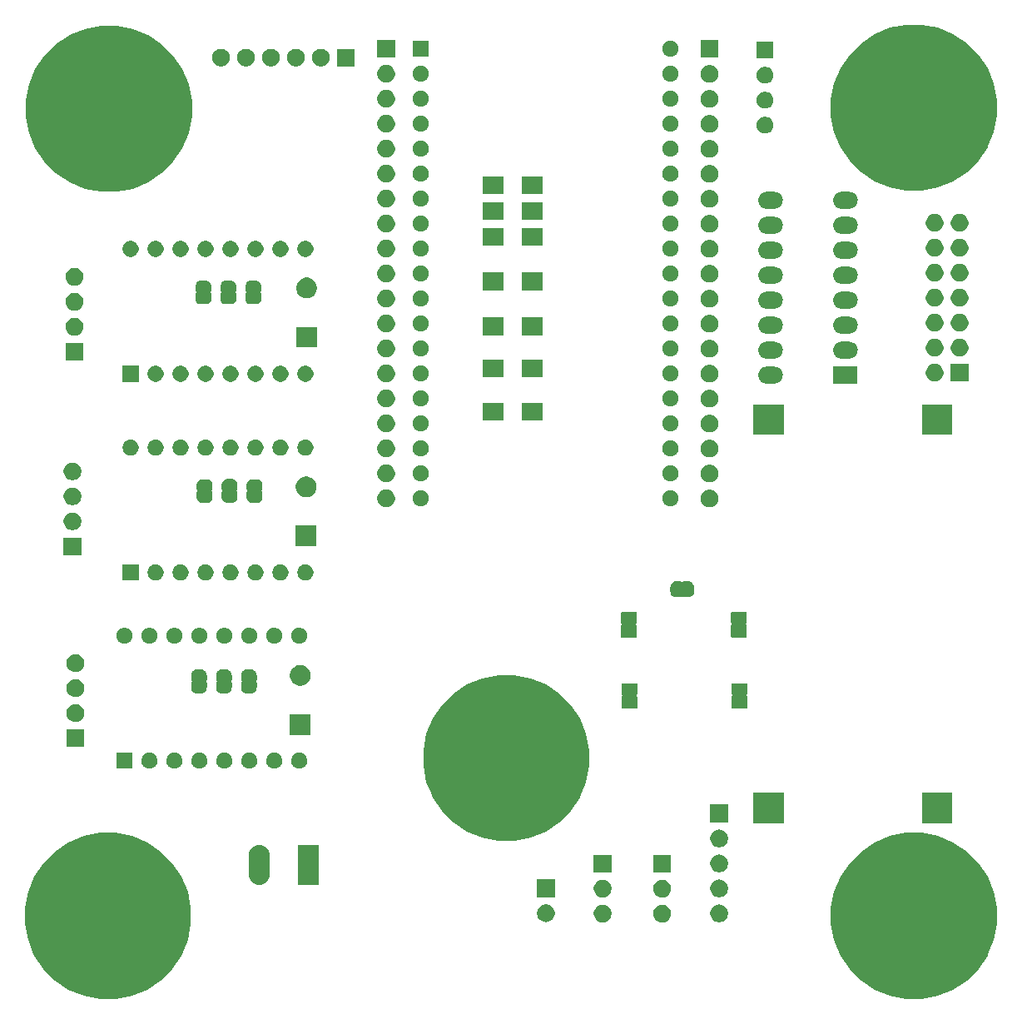
<source format=gbs>
G04 #@! TF.GenerationSoftware,KiCad,Pcbnew,(5.1.5)-3*
G04 #@! TF.CreationDate,2025-02-09T11:39:34+01:00*
G04 #@! TF.ProjectId,ESP32-cnc,45535033-322d-4636-9e63-2e6b69636164,rev?*
G04 #@! TF.SameCoordinates,Original*
G04 #@! TF.FileFunction,Soldermask,Bot*
G04 #@! TF.FilePolarity,Negative*
%FSLAX46Y46*%
G04 Gerber Fmt 4.6, Leading zero omitted, Abs format (unit mm)*
G04 Created by KiCad (PCBNEW (5.1.5)-3) date 2025-02-09 11:39:34*
%MOMM*%
%LPD*%
G04 APERTURE LIST*
%ADD10C,0.100000*%
G04 APERTURE END LIST*
D10*
G36*
X108033865Y-117633266D02*
G01*
X109571848Y-118270320D01*
X109571850Y-118270321D01*
X110955999Y-119195179D01*
X112133121Y-120372301D01*
X113056055Y-121753571D01*
X113057980Y-121756452D01*
X113695034Y-123294435D01*
X114019800Y-124927148D01*
X114019800Y-126591852D01*
X113695034Y-128224565D01*
X113119812Y-129613273D01*
X113057979Y-129762550D01*
X112133121Y-131146699D01*
X110955999Y-132323821D01*
X109571850Y-133248679D01*
X109571849Y-133248680D01*
X109571848Y-133248680D01*
X108033865Y-133885734D01*
X106401152Y-134210500D01*
X104736448Y-134210500D01*
X103103735Y-133885734D01*
X101565752Y-133248680D01*
X101565751Y-133248680D01*
X101565750Y-133248679D01*
X100181601Y-132323821D01*
X99004479Y-131146699D01*
X98079621Y-129762550D01*
X98017788Y-129613273D01*
X97442566Y-128224565D01*
X97117800Y-126591852D01*
X97117800Y-124927148D01*
X97442566Y-123294435D01*
X98079620Y-121756452D01*
X98081545Y-121753571D01*
X99004479Y-120372301D01*
X100181601Y-119195179D01*
X101565750Y-118270321D01*
X101565752Y-118270320D01*
X103103735Y-117633266D01*
X104736448Y-117308500D01*
X106401152Y-117308500D01*
X108033865Y-117633266D01*
G37*
G36*
X26033865Y-117633266D02*
G01*
X27571848Y-118270320D01*
X27571850Y-118270321D01*
X28955999Y-119195179D01*
X30133121Y-120372301D01*
X31056055Y-121753571D01*
X31057980Y-121756452D01*
X31695034Y-123294435D01*
X32019800Y-124927148D01*
X32019800Y-126591852D01*
X31695034Y-128224565D01*
X31119812Y-129613273D01*
X31057979Y-129762550D01*
X30133121Y-131146699D01*
X28955999Y-132323821D01*
X27571850Y-133248679D01*
X27571849Y-133248680D01*
X27571848Y-133248680D01*
X26033865Y-133885734D01*
X24401152Y-134210500D01*
X22736448Y-134210500D01*
X21103735Y-133885734D01*
X19565752Y-133248680D01*
X19565751Y-133248680D01*
X19565750Y-133248679D01*
X18181601Y-132323821D01*
X17004479Y-131146699D01*
X16079621Y-129762550D01*
X16017788Y-129613273D01*
X15442566Y-128224565D01*
X15117800Y-126591852D01*
X15117800Y-124927148D01*
X15442566Y-123294435D01*
X16079620Y-121756452D01*
X16081545Y-121753571D01*
X17004479Y-120372301D01*
X18181601Y-119195179D01*
X19565750Y-118270321D01*
X19565752Y-118270320D01*
X21103735Y-117633266D01*
X22736448Y-117308500D01*
X24401152Y-117308500D01*
X26033865Y-117633266D01*
G37*
G36*
X74013912Y-124612627D02*
G01*
X74163212Y-124642324D01*
X74327184Y-124710244D01*
X74474754Y-124808847D01*
X74600253Y-124934346D01*
X74698856Y-125081916D01*
X74766776Y-125245888D01*
X74801400Y-125419959D01*
X74801400Y-125597441D01*
X74766776Y-125771512D01*
X74698856Y-125935484D01*
X74600253Y-126083054D01*
X74474754Y-126208553D01*
X74327184Y-126307156D01*
X74163212Y-126375076D01*
X74013912Y-126404773D01*
X73989142Y-126409700D01*
X73811658Y-126409700D01*
X73786888Y-126404773D01*
X73637588Y-126375076D01*
X73473616Y-126307156D01*
X73326046Y-126208553D01*
X73200547Y-126083054D01*
X73101944Y-125935484D01*
X73034024Y-125771512D01*
X72999400Y-125597441D01*
X72999400Y-125419959D01*
X73034024Y-125245888D01*
X73101944Y-125081916D01*
X73200547Y-124934346D01*
X73326046Y-124808847D01*
X73473616Y-124710244D01*
X73637588Y-124642324D01*
X73786888Y-124612627D01*
X73811658Y-124607700D01*
X73989142Y-124607700D01*
X74013912Y-124612627D01*
G37*
G36*
X80075912Y-124612627D02*
G01*
X80225212Y-124642324D01*
X80389184Y-124710244D01*
X80536754Y-124808847D01*
X80662253Y-124934346D01*
X80760856Y-125081916D01*
X80828776Y-125245888D01*
X80863400Y-125419959D01*
X80863400Y-125597441D01*
X80828776Y-125771512D01*
X80760856Y-125935484D01*
X80662253Y-126083054D01*
X80536754Y-126208553D01*
X80389184Y-126307156D01*
X80225212Y-126375076D01*
X80075912Y-126404773D01*
X80051142Y-126409700D01*
X79873658Y-126409700D01*
X79848888Y-126404773D01*
X79699588Y-126375076D01*
X79535616Y-126307156D01*
X79388046Y-126208553D01*
X79262547Y-126083054D01*
X79163944Y-125935484D01*
X79096024Y-125771512D01*
X79061400Y-125597441D01*
X79061400Y-125419959D01*
X79096024Y-125245888D01*
X79163944Y-125081916D01*
X79262547Y-124934346D01*
X79388046Y-124808847D01*
X79535616Y-124710244D01*
X79699588Y-124642324D01*
X79848888Y-124612627D01*
X79873658Y-124607700D01*
X80051142Y-124607700D01*
X80075912Y-124612627D01*
G37*
G36*
X85863912Y-124592627D02*
G01*
X86013212Y-124622324D01*
X86177184Y-124690244D01*
X86324754Y-124788847D01*
X86450253Y-124914346D01*
X86548856Y-125061916D01*
X86616776Y-125225888D01*
X86651400Y-125399959D01*
X86651400Y-125577441D01*
X86616776Y-125751512D01*
X86548856Y-125915484D01*
X86450253Y-126063054D01*
X86324754Y-126188553D01*
X86177184Y-126287156D01*
X86013212Y-126355076D01*
X85863912Y-126384773D01*
X85839142Y-126389700D01*
X85661658Y-126389700D01*
X85636888Y-126384773D01*
X85487588Y-126355076D01*
X85323616Y-126287156D01*
X85176046Y-126188553D01*
X85050547Y-126063054D01*
X84951944Y-125915484D01*
X84884024Y-125751512D01*
X84849400Y-125577441D01*
X84849400Y-125399959D01*
X84884024Y-125225888D01*
X84951944Y-125061916D01*
X85050547Y-124914346D01*
X85176046Y-124788847D01*
X85323616Y-124690244D01*
X85487588Y-124622324D01*
X85636888Y-124592627D01*
X85661658Y-124587700D01*
X85839142Y-124587700D01*
X85863912Y-124592627D01*
G37*
G36*
X68236312Y-124572627D02*
G01*
X68385612Y-124602324D01*
X68549584Y-124670244D01*
X68697154Y-124768847D01*
X68822653Y-124894346D01*
X68921256Y-125041916D01*
X68989176Y-125205888D01*
X69023800Y-125379959D01*
X69023800Y-125557441D01*
X68989176Y-125731512D01*
X68921256Y-125895484D01*
X68822653Y-126043054D01*
X68697154Y-126168553D01*
X68549584Y-126267156D01*
X68385612Y-126335076D01*
X68236312Y-126364773D01*
X68211542Y-126369700D01*
X68034058Y-126369700D01*
X68009288Y-126364773D01*
X67859988Y-126335076D01*
X67696016Y-126267156D01*
X67548446Y-126168553D01*
X67422947Y-126043054D01*
X67324344Y-125895484D01*
X67256424Y-125731512D01*
X67221800Y-125557441D01*
X67221800Y-125379959D01*
X67256424Y-125205888D01*
X67324344Y-125041916D01*
X67422947Y-124894346D01*
X67548446Y-124768847D01*
X67696016Y-124670244D01*
X67859988Y-124602324D01*
X68009288Y-124572627D01*
X68034058Y-124567700D01*
X68211542Y-124567700D01*
X68236312Y-124572627D01*
G37*
G36*
X74013912Y-122072627D02*
G01*
X74163212Y-122102324D01*
X74327184Y-122170244D01*
X74474754Y-122268847D01*
X74600253Y-122394346D01*
X74698856Y-122541916D01*
X74766776Y-122705888D01*
X74801400Y-122879959D01*
X74801400Y-123057441D01*
X74766776Y-123231512D01*
X74698856Y-123395484D01*
X74600253Y-123543054D01*
X74474754Y-123668553D01*
X74327184Y-123767156D01*
X74163212Y-123835076D01*
X74013912Y-123864773D01*
X73989142Y-123869700D01*
X73811658Y-123869700D01*
X73786888Y-123864773D01*
X73637588Y-123835076D01*
X73473616Y-123767156D01*
X73326046Y-123668553D01*
X73200547Y-123543054D01*
X73101944Y-123395484D01*
X73034024Y-123231512D01*
X72999400Y-123057441D01*
X72999400Y-122879959D01*
X73034024Y-122705888D01*
X73101944Y-122541916D01*
X73200547Y-122394346D01*
X73326046Y-122268847D01*
X73473616Y-122170244D01*
X73637588Y-122102324D01*
X73786888Y-122072627D01*
X73811658Y-122067700D01*
X73989142Y-122067700D01*
X74013912Y-122072627D01*
G37*
G36*
X80075912Y-122072627D02*
G01*
X80225212Y-122102324D01*
X80389184Y-122170244D01*
X80536754Y-122268847D01*
X80662253Y-122394346D01*
X80760856Y-122541916D01*
X80828776Y-122705888D01*
X80863400Y-122879959D01*
X80863400Y-123057441D01*
X80828776Y-123231512D01*
X80760856Y-123395484D01*
X80662253Y-123543054D01*
X80536754Y-123668553D01*
X80389184Y-123767156D01*
X80225212Y-123835076D01*
X80075912Y-123864773D01*
X80051142Y-123869700D01*
X79873658Y-123869700D01*
X79848888Y-123864773D01*
X79699588Y-123835076D01*
X79535616Y-123767156D01*
X79388046Y-123668553D01*
X79262547Y-123543054D01*
X79163944Y-123395484D01*
X79096024Y-123231512D01*
X79061400Y-123057441D01*
X79061400Y-122879959D01*
X79096024Y-122705888D01*
X79163944Y-122541916D01*
X79262547Y-122394346D01*
X79388046Y-122268847D01*
X79535616Y-122170244D01*
X79699588Y-122102324D01*
X79848888Y-122072627D01*
X79873658Y-122067700D01*
X80051142Y-122067700D01*
X80075912Y-122072627D01*
G37*
G36*
X85863912Y-122052627D02*
G01*
X86013212Y-122082324D01*
X86177184Y-122150244D01*
X86324754Y-122248847D01*
X86450253Y-122374346D01*
X86548856Y-122521916D01*
X86616776Y-122685888D01*
X86651400Y-122859959D01*
X86651400Y-123037441D01*
X86616776Y-123211512D01*
X86548856Y-123375484D01*
X86450253Y-123523054D01*
X86324754Y-123648553D01*
X86177184Y-123747156D01*
X86013212Y-123815076D01*
X85863912Y-123844773D01*
X85839142Y-123849700D01*
X85661658Y-123849700D01*
X85636888Y-123844773D01*
X85487588Y-123815076D01*
X85323616Y-123747156D01*
X85176046Y-123648553D01*
X85050547Y-123523054D01*
X84951944Y-123375484D01*
X84884024Y-123211512D01*
X84849400Y-123037441D01*
X84849400Y-122859959D01*
X84884024Y-122685888D01*
X84951944Y-122521916D01*
X85050547Y-122374346D01*
X85176046Y-122248847D01*
X85323616Y-122150244D01*
X85487588Y-122082324D01*
X85636888Y-122052627D01*
X85661658Y-122047700D01*
X85839142Y-122047700D01*
X85863912Y-122052627D01*
G37*
G36*
X69023800Y-123829700D02*
G01*
X67221800Y-123829700D01*
X67221800Y-122027700D01*
X69023800Y-122027700D01*
X69023800Y-123829700D01*
G37*
G36*
X39172872Y-118543563D02*
G01*
X39369101Y-118603089D01*
X39369103Y-118603090D01*
X39549945Y-118699752D01*
X39708460Y-118829840D01*
X39838547Y-118988354D01*
X39935211Y-119169199D01*
X39994737Y-119365428D01*
X40009800Y-119518368D01*
X40009800Y-121600632D01*
X39994737Y-121753572D01*
X39935211Y-121949800D01*
X39935210Y-121949803D01*
X39838548Y-122130645D01*
X39708460Y-122289160D01*
X39604658Y-122374346D01*
X39549946Y-122419247D01*
X39369100Y-122515911D01*
X39172871Y-122575437D01*
X38968800Y-122595536D01*
X38764728Y-122575437D01*
X38568499Y-122515911D01*
X38568497Y-122515910D01*
X38387655Y-122419248D01*
X38229140Y-122289160D01*
X38115137Y-122150244D01*
X38099053Y-122130646D01*
X38002389Y-121949800D01*
X37942863Y-121753571D01*
X37927800Y-121600631D01*
X37927801Y-119518368D01*
X37942864Y-119365428D01*
X38002390Y-119169199D01*
X38099054Y-118988354D01*
X38229141Y-118829840D01*
X38387656Y-118699752D01*
X38568498Y-118603090D01*
X38568500Y-118603089D01*
X38764729Y-118543563D01*
X38968800Y-118523464D01*
X39172872Y-118543563D01*
G37*
G36*
X45009800Y-122590500D02*
G01*
X42927800Y-122590500D01*
X42927800Y-118528500D01*
X45009800Y-118528500D01*
X45009800Y-122590500D01*
G37*
G36*
X80863400Y-121329700D02*
G01*
X79061400Y-121329700D01*
X79061400Y-119527700D01*
X80863400Y-119527700D01*
X80863400Y-121329700D01*
G37*
G36*
X74801400Y-121329700D02*
G01*
X72999400Y-121329700D01*
X72999400Y-119527700D01*
X74801400Y-119527700D01*
X74801400Y-121329700D01*
G37*
G36*
X85863912Y-119512627D02*
G01*
X86013212Y-119542324D01*
X86177184Y-119610244D01*
X86324754Y-119708847D01*
X86450253Y-119834346D01*
X86548856Y-119981916D01*
X86616776Y-120145888D01*
X86651400Y-120319959D01*
X86651400Y-120497441D01*
X86616776Y-120671512D01*
X86548856Y-120835484D01*
X86450253Y-120983054D01*
X86324754Y-121108553D01*
X86177184Y-121207156D01*
X86013212Y-121275076D01*
X85863912Y-121304773D01*
X85839142Y-121309700D01*
X85661658Y-121309700D01*
X85636888Y-121304773D01*
X85487588Y-121275076D01*
X85323616Y-121207156D01*
X85176046Y-121108553D01*
X85050547Y-120983054D01*
X84951944Y-120835484D01*
X84884024Y-120671512D01*
X84849400Y-120497441D01*
X84849400Y-120319959D01*
X84884024Y-120145888D01*
X84951944Y-119981916D01*
X85050547Y-119834346D01*
X85176046Y-119708847D01*
X85323616Y-119610244D01*
X85487588Y-119542324D01*
X85636888Y-119512627D01*
X85661658Y-119507700D01*
X85839142Y-119507700D01*
X85863912Y-119512627D01*
G37*
G36*
X85863912Y-116972627D02*
G01*
X86013212Y-117002324D01*
X86177184Y-117070244D01*
X86324754Y-117168847D01*
X86450253Y-117294346D01*
X86548856Y-117441916D01*
X86616776Y-117605888D01*
X86651400Y-117779959D01*
X86651400Y-117957441D01*
X86616776Y-118131512D01*
X86548856Y-118295484D01*
X86450253Y-118443054D01*
X86324754Y-118568553D01*
X86177184Y-118667156D01*
X86013212Y-118735076D01*
X85863912Y-118764773D01*
X85839142Y-118769700D01*
X85661658Y-118769700D01*
X85636888Y-118764773D01*
X85487588Y-118735076D01*
X85323616Y-118667156D01*
X85176046Y-118568553D01*
X85050547Y-118443054D01*
X84951944Y-118295484D01*
X84884024Y-118131512D01*
X84849400Y-117957441D01*
X84849400Y-117779959D01*
X84884024Y-117605888D01*
X84951944Y-117441916D01*
X85050547Y-117294346D01*
X85176046Y-117168847D01*
X85323616Y-117070244D01*
X85487588Y-117002324D01*
X85636888Y-116972627D01*
X85661658Y-116967700D01*
X85839142Y-116967700D01*
X85863912Y-116972627D01*
G37*
G36*
X66574665Y-101563666D02*
G01*
X68112648Y-102200720D01*
X68112650Y-102200721D01*
X69496799Y-103125579D01*
X70673921Y-104302701D01*
X71598779Y-105686850D01*
X71598780Y-105686852D01*
X72235834Y-107224835D01*
X72560600Y-108857548D01*
X72560600Y-110522252D01*
X72235834Y-112154965D01*
X71799445Y-113208500D01*
X71598779Y-113692950D01*
X70673921Y-115077099D01*
X69496799Y-116254221D01*
X68112650Y-117179079D01*
X68112649Y-117179080D01*
X68112648Y-117179080D01*
X66574665Y-117816134D01*
X64941952Y-118140900D01*
X63277248Y-118140900D01*
X61644535Y-117816134D01*
X60106552Y-117179080D01*
X60106551Y-117179080D01*
X60106550Y-117179079D01*
X58722401Y-116254221D01*
X57545279Y-115077099D01*
X56620421Y-113692950D01*
X56419755Y-113208500D01*
X55983366Y-112154965D01*
X55658600Y-110522252D01*
X55658600Y-108857548D01*
X55983366Y-107224835D01*
X56620420Y-105686852D01*
X56620421Y-105686850D01*
X57545279Y-104302701D01*
X58722401Y-103125579D01*
X60106550Y-102200721D01*
X60106552Y-102200720D01*
X61644535Y-101563666D01*
X63277248Y-101238900D01*
X64941952Y-101238900D01*
X66574665Y-101563666D01*
G37*
G36*
X109464800Y-116310500D02*
G01*
X106362800Y-116310500D01*
X106362800Y-113208500D01*
X109464800Y-113208500D01*
X109464800Y-116310500D01*
G37*
G36*
X92319800Y-116310500D02*
G01*
X89217800Y-116310500D01*
X89217800Y-113208500D01*
X92319800Y-113208500D01*
X92319800Y-116310500D01*
G37*
G36*
X86651400Y-116229700D02*
G01*
X84849400Y-116229700D01*
X84849400Y-114427700D01*
X86651400Y-114427700D01*
X86651400Y-116229700D01*
G37*
G36*
X28024417Y-109159258D02*
G01*
X28172921Y-109220770D01*
X28206333Y-109243096D01*
X28306567Y-109310069D01*
X28420231Y-109423733D01*
X28487205Y-109523967D01*
X28509530Y-109557379D01*
X28539903Y-109630707D01*
X28571042Y-109705883D01*
X28602400Y-109863530D01*
X28602400Y-110024270D01*
X28571042Y-110181917D01*
X28554232Y-110222499D01*
X28509530Y-110330421D01*
X28509529Y-110330422D01*
X28420231Y-110464067D01*
X28306567Y-110577731D01*
X28206333Y-110644704D01*
X28172921Y-110667030D01*
X28098670Y-110697785D01*
X28024417Y-110728542D01*
X27866770Y-110759900D01*
X27706030Y-110759900D01*
X27548383Y-110728542D01*
X27399879Y-110667030D01*
X27366467Y-110644704D01*
X27266233Y-110577731D01*
X27152569Y-110464067D01*
X27063271Y-110330422D01*
X27063270Y-110330421D01*
X27018568Y-110222499D01*
X27001758Y-110181917D01*
X26970400Y-110024270D01*
X26970400Y-109863530D01*
X27001758Y-109705883D01*
X27032897Y-109630707D01*
X27063270Y-109557379D01*
X27085595Y-109523967D01*
X27152569Y-109423733D01*
X27266233Y-109310069D01*
X27366467Y-109243096D01*
X27399879Y-109220770D01*
X27548383Y-109159258D01*
X27706030Y-109127900D01*
X27866770Y-109127900D01*
X28024417Y-109159258D01*
G37*
G36*
X43264417Y-109159258D02*
G01*
X43412921Y-109220770D01*
X43446333Y-109243096D01*
X43546567Y-109310069D01*
X43660231Y-109423733D01*
X43727205Y-109523967D01*
X43749530Y-109557379D01*
X43779903Y-109630707D01*
X43811042Y-109705883D01*
X43842400Y-109863530D01*
X43842400Y-110024270D01*
X43811042Y-110181917D01*
X43794232Y-110222499D01*
X43749530Y-110330421D01*
X43749529Y-110330422D01*
X43660231Y-110464067D01*
X43546567Y-110577731D01*
X43446333Y-110644704D01*
X43412921Y-110667030D01*
X43338670Y-110697785D01*
X43264417Y-110728542D01*
X43106770Y-110759900D01*
X42946030Y-110759900D01*
X42788383Y-110728542D01*
X42639879Y-110667030D01*
X42606467Y-110644704D01*
X42506233Y-110577731D01*
X42392569Y-110464067D01*
X42303271Y-110330422D01*
X42303270Y-110330421D01*
X42258568Y-110222499D01*
X42241758Y-110181917D01*
X42210400Y-110024270D01*
X42210400Y-109863530D01*
X42241758Y-109705883D01*
X42272897Y-109630707D01*
X42303270Y-109557379D01*
X42325595Y-109523967D01*
X42392569Y-109423733D01*
X42506233Y-109310069D01*
X42606467Y-109243096D01*
X42639879Y-109220770D01*
X42788383Y-109159258D01*
X42946030Y-109127900D01*
X43106770Y-109127900D01*
X43264417Y-109159258D01*
G37*
G36*
X40724417Y-109159258D02*
G01*
X40872921Y-109220770D01*
X40906333Y-109243096D01*
X41006567Y-109310069D01*
X41120231Y-109423733D01*
X41187205Y-109523967D01*
X41209530Y-109557379D01*
X41239903Y-109630707D01*
X41271042Y-109705883D01*
X41302400Y-109863530D01*
X41302400Y-110024270D01*
X41271042Y-110181917D01*
X41254232Y-110222499D01*
X41209530Y-110330421D01*
X41209529Y-110330422D01*
X41120231Y-110464067D01*
X41006567Y-110577731D01*
X40906333Y-110644704D01*
X40872921Y-110667030D01*
X40798670Y-110697785D01*
X40724417Y-110728542D01*
X40566770Y-110759900D01*
X40406030Y-110759900D01*
X40248383Y-110728542D01*
X40099879Y-110667030D01*
X40066467Y-110644704D01*
X39966233Y-110577731D01*
X39852569Y-110464067D01*
X39763271Y-110330422D01*
X39763270Y-110330421D01*
X39718568Y-110222499D01*
X39701758Y-110181917D01*
X39670400Y-110024270D01*
X39670400Y-109863530D01*
X39701758Y-109705883D01*
X39732897Y-109630707D01*
X39763270Y-109557379D01*
X39785595Y-109523967D01*
X39852569Y-109423733D01*
X39966233Y-109310069D01*
X40066467Y-109243096D01*
X40099879Y-109220770D01*
X40248383Y-109159258D01*
X40406030Y-109127900D01*
X40566770Y-109127900D01*
X40724417Y-109159258D01*
G37*
G36*
X38184417Y-109159258D02*
G01*
X38332921Y-109220770D01*
X38366333Y-109243096D01*
X38466567Y-109310069D01*
X38580231Y-109423733D01*
X38647205Y-109523967D01*
X38669530Y-109557379D01*
X38699903Y-109630707D01*
X38731042Y-109705883D01*
X38762400Y-109863530D01*
X38762400Y-110024270D01*
X38731042Y-110181917D01*
X38714232Y-110222499D01*
X38669530Y-110330421D01*
X38669529Y-110330422D01*
X38580231Y-110464067D01*
X38466567Y-110577731D01*
X38366333Y-110644704D01*
X38332921Y-110667030D01*
X38258670Y-110697785D01*
X38184417Y-110728542D01*
X38026770Y-110759900D01*
X37866030Y-110759900D01*
X37708383Y-110728542D01*
X37559879Y-110667030D01*
X37526467Y-110644704D01*
X37426233Y-110577731D01*
X37312569Y-110464067D01*
X37223271Y-110330422D01*
X37223270Y-110330421D01*
X37178568Y-110222499D01*
X37161758Y-110181917D01*
X37130400Y-110024270D01*
X37130400Y-109863530D01*
X37161758Y-109705883D01*
X37192897Y-109630707D01*
X37223270Y-109557379D01*
X37245595Y-109523967D01*
X37312569Y-109423733D01*
X37426233Y-109310069D01*
X37526467Y-109243096D01*
X37559879Y-109220770D01*
X37708383Y-109159258D01*
X37866030Y-109127900D01*
X38026770Y-109127900D01*
X38184417Y-109159258D01*
G37*
G36*
X35644417Y-109159258D02*
G01*
X35792921Y-109220770D01*
X35826333Y-109243096D01*
X35926567Y-109310069D01*
X36040231Y-109423733D01*
X36107205Y-109523967D01*
X36129530Y-109557379D01*
X36159903Y-109630707D01*
X36191042Y-109705883D01*
X36222400Y-109863530D01*
X36222400Y-110024270D01*
X36191042Y-110181917D01*
X36174232Y-110222499D01*
X36129530Y-110330421D01*
X36129529Y-110330422D01*
X36040231Y-110464067D01*
X35926567Y-110577731D01*
X35826333Y-110644704D01*
X35792921Y-110667030D01*
X35718670Y-110697785D01*
X35644417Y-110728542D01*
X35486770Y-110759900D01*
X35326030Y-110759900D01*
X35168383Y-110728542D01*
X35019879Y-110667030D01*
X34986467Y-110644704D01*
X34886233Y-110577731D01*
X34772569Y-110464067D01*
X34683271Y-110330422D01*
X34683270Y-110330421D01*
X34638568Y-110222499D01*
X34621758Y-110181917D01*
X34590400Y-110024270D01*
X34590400Y-109863530D01*
X34621758Y-109705883D01*
X34652897Y-109630707D01*
X34683270Y-109557379D01*
X34705595Y-109523967D01*
X34772569Y-109423733D01*
X34886233Y-109310069D01*
X34986467Y-109243096D01*
X35019879Y-109220770D01*
X35168383Y-109159258D01*
X35326030Y-109127900D01*
X35486770Y-109127900D01*
X35644417Y-109159258D01*
G37*
G36*
X33104417Y-109159258D02*
G01*
X33252921Y-109220770D01*
X33286333Y-109243096D01*
X33386567Y-109310069D01*
X33500231Y-109423733D01*
X33567205Y-109523967D01*
X33589530Y-109557379D01*
X33619903Y-109630707D01*
X33651042Y-109705883D01*
X33682400Y-109863530D01*
X33682400Y-110024270D01*
X33651042Y-110181917D01*
X33634232Y-110222499D01*
X33589530Y-110330421D01*
X33589529Y-110330422D01*
X33500231Y-110464067D01*
X33386567Y-110577731D01*
X33286333Y-110644704D01*
X33252921Y-110667030D01*
X33178670Y-110697785D01*
X33104417Y-110728542D01*
X32946770Y-110759900D01*
X32786030Y-110759900D01*
X32628383Y-110728542D01*
X32479879Y-110667030D01*
X32446467Y-110644704D01*
X32346233Y-110577731D01*
X32232569Y-110464067D01*
X32143271Y-110330422D01*
X32143270Y-110330421D01*
X32098568Y-110222499D01*
X32081758Y-110181917D01*
X32050400Y-110024270D01*
X32050400Y-109863530D01*
X32081758Y-109705883D01*
X32112897Y-109630707D01*
X32143270Y-109557379D01*
X32165595Y-109523967D01*
X32232569Y-109423733D01*
X32346233Y-109310069D01*
X32446467Y-109243096D01*
X32479879Y-109220770D01*
X32628383Y-109159258D01*
X32786030Y-109127900D01*
X32946770Y-109127900D01*
X33104417Y-109159258D01*
G37*
G36*
X30564417Y-109159258D02*
G01*
X30712921Y-109220770D01*
X30746333Y-109243096D01*
X30846567Y-109310069D01*
X30960231Y-109423733D01*
X31027205Y-109523967D01*
X31049530Y-109557379D01*
X31079903Y-109630707D01*
X31111042Y-109705883D01*
X31142400Y-109863530D01*
X31142400Y-110024270D01*
X31111042Y-110181917D01*
X31094232Y-110222499D01*
X31049530Y-110330421D01*
X31049529Y-110330422D01*
X30960231Y-110464067D01*
X30846567Y-110577731D01*
X30746333Y-110644704D01*
X30712921Y-110667030D01*
X30638670Y-110697785D01*
X30564417Y-110728542D01*
X30406770Y-110759900D01*
X30246030Y-110759900D01*
X30088383Y-110728542D01*
X29939879Y-110667030D01*
X29906467Y-110644704D01*
X29806233Y-110577731D01*
X29692569Y-110464067D01*
X29603271Y-110330422D01*
X29603270Y-110330421D01*
X29558568Y-110222499D01*
X29541758Y-110181917D01*
X29510400Y-110024270D01*
X29510400Y-109863530D01*
X29541758Y-109705883D01*
X29572897Y-109630707D01*
X29603270Y-109557379D01*
X29625595Y-109523967D01*
X29692569Y-109423733D01*
X29806233Y-109310069D01*
X29906467Y-109243096D01*
X29939879Y-109220770D01*
X30088383Y-109159258D01*
X30246030Y-109127900D01*
X30406770Y-109127900D01*
X30564417Y-109159258D01*
G37*
G36*
X26062400Y-110759900D02*
G01*
X24430400Y-110759900D01*
X24430400Y-109127900D01*
X26062400Y-109127900D01*
X26062400Y-110759900D01*
G37*
G36*
X21169800Y-108560500D02*
G01*
X19367800Y-108560500D01*
X19367800Y-106758500D01*
X21169800Y-106758500D01*
X21169800Y-108560500D01*
G37*
G36*
X44180200Y-107337300D02*
G01*
X42078200Y-107337300D01*
X42078200Y-105235300D01*
X44180200Y-105235300D01*
X44180200Y-107337300D01*
G37*
G36*
X20382312Y-104223427D02*
G01*
X20531612Y-104253124D01*
X20695584Y-104321044D01*
X20843154Y-104419647D01*
X20968653Y-104545146D01*
X21067256Y-104692716D01*
X21135176Y-104856688D01*
X21169800Y-105030759D01*
X21169800Y-105208241D01*
X21135176Y-105382312D01*
X21067256Y-105546284D01*
X20968653Y-105693854D01*
X20843154Y-105819353D01*
X20695584Y-105917956D01*
X20531612Y-105985876D01*
X20382312Y-106015573D01*
X20357542Y-106020500D01*
X20180058Y-106020500D01*
X20155288Y-106015573D01*
X20005988Y-105985876D01*
X19842016Y-105917956D01*
X19694446Y-105819353D01*
X19568947Y-105693854D01*
X19470344Y-105546284D01*
X19402424Y-105382312D01*
X19367800Y-105208241D01*
X19367800Y-105030759D01*
X19402424Y-104856688D01*
X19470344Y-104692716D01*
X19568947Y-104545146D01*
X19694446Y-104419647D01*
X19842016Y-104321044D01*
X20005988Y-104253124D01*
X20155288Y-104223427D01*
X20180058Y-104218500D01*
X20357542Y-104218500D01*
X20382312Y-104223427D01*
G37*
G36*
X88579599Y-102119237D02*
G01*
X88589208Y-102122152D01*
X88598072Y-102126890D01*
X88605837Y-102133263D01*
X88612210Y-102141028D01*
X88616948Y-102149892D01*
X88619863Y-102159501D01*
X88621452Y-102175640D01*
X88621452Y-103163360D01*
X88619863Y-103179499D01*
X88616948Y-103189108D01*
X88612210Y-103197972D01*
X88605858Y-103205712D01*
X88605837Y-103205737D01*
X88598027Y-103212140D01*
X88597972Y-103212177D01*
X88588453Y-103219980D01*
X88588478Y-103220011D01*
X88574628Y-103231353D01*
X88559063Y-103250279D01*
X88547489Y-103271877D01*
X88540351Y-103295319D01*
X88537924Y-103319702D01*
X88540300Y-103344091D01*
X88547389Y-103367547D01*
X88558918Y-103389170D01*
X88574443Y-103408128D01*
X88593369Y-103423693D01*
X88596425Y-103425529D01*
X88598114Y-103426918D01*
X88598116Y-103426919D01*
X88604312Y-103432015D01*
X88605874Y-103433300D01*
X88612242Y-103441075D01*
X88614801Y-103445875D01*
X88616967Y-103449938D01*
X88619857Y-103459501D01*
X88619882Y-103459585D01*
X88621452Y-103475613D01*
X88621452Y-104613360D01*
X88619863Y-104629499D01*
X88616948Y-104639108D01*
X88612210Y-104647972D01*
X88605837Y-104655737D01*
X88598072Y-104662110D01*
X88589208Y-104666848D01*
X88579599Y-104669763D01*
X88563460Y-104671352D01*
X87075740Y-104671352D01*
X87059601Y-104669763D01*
X87049992Y-104666848D01*
X87041128Y-104662110D01*
X87033363Y-104655737D01*
X87026990Y-104647972D01*
X87022252Y-104639108D01*
X87019337Y-104629499D01*
X87017748Y-104613360D01*
X87017748Y-103475640D01*
X87019337Y-103459501D01*
X87022252Y-103449892D01*
X87026990Y-103441028D01*
X87033363Y-103433263D01*
X87046337Y-103422616D01*
X87055568Y-103416447D01*
X87072894Y-103399119D01*
X87086507Y-103378744D01*
X87095883Y-103356105D01*
X87100663Y-103332072D01*
X87100662Y-103307568D01*
X87095880Y-103283535D01*
X87086502Y-103260896D01*
X87072887Y-103240522D01*
X87055559Y-103223196D01*
X87046283Y-103216325D01*
X87033400Y-103205774D01*
X87032268Y-103204397D01*
X87027019Y-103198016D01*
X87022274Y-103189161D01*
X87021349Y-103186123D01*
X87019358Y-103179585D01*
X87019358Y-103179582D01*
X87019348Y-103179550D01*
X87018353Y-103169500D01*
X87018353Y-103169435D01*
X87017748Y-103163325D01*
X87017748Y-102175640D01*
X87019337Y-102159501D01*
X87022252Y-102149892D01*
X87026990Y-102141028D01*
X87033363Y-102133263D01*
X87041128Y-102126890D01*
X87049992Y-102122152D01*
X87059601Y-102119237D01*
X87075740Y-102117648D01*
X88563460Y-102117648D01*
X88579599Y-102119237D01*
G37*
G36*
X77379599Y-102119237D02*
G01*
X77389208Y-102122152D01*
X77398072Y-102126890D01*
X77405837Y-102133263D01*
X77412210Y-102141028D01*
X77416948Y-102149892D01*
X77419863Y-102159501D01*
X77421452Y-102175640D01*
X77421452Y-103163360D01*
X77419863Y-103179499D01*
X77416948Y-103189108D01*
X77412210Y-103197972D01*
X77405858Y-103205712D01*
X77405837Y-103205737D01*
X77398027Y-103212140D01*
X77397972Y-103212177D01*
X77388453Y-103219980D01*
X77388478Y-103220011D01*
X77374628Y-103231353D01*
X77359063Y-103250279D01*
X77347489Y-103271877D01*
X77340351Y-103295319D01*
X77337924Y-103319702D01*
X77340300Y-103344091D01*
X77347389Y-103367547D01*
X77358918Y-103389170D01*
X77374443Y-103408128D01*
X77393369Y-103423693D01*
X77396425Y-103425529D01*
X77398114Y-103426918D01*
X77398116Y-103426919D01*
X77404312Y-103432015D01*
X77405874Y-103433300D01*
X77412242Y-103441075D01*
X77414801Y-103445875D01*
X77416967Y-103449938D01*
X77419857Y-103459501D01*
X77419882Y-103459585D01*
X77421452Y-103475613D01*
X77421452Y-104613360D01*
X77419863Y-104629499D01*
X77416948Y-104639108D01*
X77412210Y-104647972D01*
X77405837Y-104655737D01*
X77398072Y-104662110D01*
X77389208Y-104666848D01*
X77379599Y-104669763D01*
X77363460Y-104671352D01*
X75875740Y-104671352D01*
X75859601Y-104669763D01*
X75849992Y-104666848D01*
X75841128Y-104662110D01*
X75833363Y-104655737D01*
X75826990Y-104647972D01*
X75822252Y-104639108D01*
X75819337Y-104629499D01*
X75817748Y-104613360D01*
X75817748Y-103475640D01*
X75819337Y-103459501D01*
X75822252Y-103449892D01*
X75826990Y-103441028D01*
X75833363Y-103433263D01*
X75846337Y-103422616D01*
X75855568Y-103416447D01*
X75872894Y-103399119D01*
X75886507Y-103378744D01*
X75895883Y-103356105D01*
X75900663Y-103332072D01*
X75900662Y-103307568D01*
X75895880Y-103283535D01*
X75886502Y-103260896D01*
X75872887Y-103240522D01*
X75855559Y-103223196D01*
X75846283Y-103216325D01*
X75833400Y-103205774D01*
X75832268Y-103204397D01*
X75827019Y-103198016D01*
X75822274Y-103189161D01*
X75821349Y-103186123D01*
X75819358Y-103179585D01*
X75819358Y-103179582D01*
X75819348Y-103179550D01*
X75818353Y-103169500D01*
X75818353Y-103169435D01*
X75817748Y-103163325D01*
X75817748Y-102175640D01*
X75819337Y-102159501D01*
X75822252Y-102149892D01*
X75826990Y-102141028D01*
X75833363Y-102133263D01*
X75841128Y-102126890D01*
X75849992Y-102122152D01*
X75859601Y-102119237D01*
X75875740Y-102117648D01*
X77363460Y-102117648D01*
X77379599Y-102119237D01*
G37*
G36*
X20382312Y-101683427D02*
G01*
X20531612Y-101713124D01*
X20695584Y-101781044D01*
X20843154Y-101879647D01*
X20968653Y-102005146D01*
X21067256Y-102152716D01*
X21135176Y-102316688D01*
X21169800Y-102490759D01*
X21169800Y-102668241D01*
X21135176Y-102842312D01*
X21067256Y-103006284D01*
X20968653Y-103153854D01*
X20843154Y-103279353D01*
X20695584Y-103377956D01*
X20531612Y-103445876D01*
X20382312Y-103475573D01*
X20357542Y-103480500D01*
X20180058Y-103480500D01*
X20155288Y-103475573D01*
X20005988Y-103445876D01*
X19842016Y-103377956D01*
X19694446Y-103279353D01*
X19568947Y-103153854D01*
X19470344Y-103006284D01*
X19402424Y-102842312D01*
X19367800Y-102668241D01*
X19367800Y-102490759D01*
X19402424Y-102316688D01*
X19470344Y-102152716D01*
X19568947Y-102005146D01*
X19694446Y-101879647D01*
X19842016Y-101781044D01*
X20005988Y-101713124D01*
X20155288Y-101683427D01*
X20180058Y-101678500D01*
X20357542Y-101678500D01*
X20382312Y-101683427D01*
G37*
G36*
X33093999Y-100691854D02*
G01*
X33106250Y-100692456D01*
X33124669Y-100692456D01*
X33146949Y-100694650D01*
X33231033Y-100711376D01*
X33252460Y-100717876D01*
X33331658Y-100750680D01*
X33337103Y-100753591D01*
X33337109Y-100753593D01*
X33345969Y-100758329D01*
X33345973Y-100758332D01*
X33351414Y-100761240D01*
X33422699Y-100808871D01*
X33440004Y-100823072D01*
X33500628Y-100883696D01*
X33514829Y-100901001D01*
X33562460Y-100972286D01*
X33565368Y-100977727D01*
X33565371Y-100977731D01*
X33570107Y-100986591D01*
X33570109Y-100986597D01*
X33573020Y-100992042D01*
X33605824Y-101071240D01*
X33612324Y-101092667D01*
X33629050Y-101176751D01*
X33631244Y-101199031D01*
X33631244Y-101217450D01*
X33631846Y-101229701D01*
X33633652Y-101248039D01*
X33633652Y-101735760D01*
X33632063Y-101751899D01*
X33629148Y-101761508D01*
X33624410Y-101770372D01*
X33618037Y-101778137D01*
X33605594Y-101788348D01*
X33595225Y-101795278D01*
X33577898Y-101812605D01*
X33564285Y-101832980D01*
X33554909Y-101855620D01*
X33550129Y-101879653D01*
X33550130Y-101904157D01*
X33554912Y-101928190D01*
X33564290Y-101950829D01*
X33577905Y-101971202D01*
X33595232Y-101988529D01*
X33605602Y-101995458D01*
X33618037Y-102005663D01*
X33624410Y-102013428D01*
X33629148Y-102022292D01*
X33632063Y-102031901D01*
X33633652Y-102048040D01*
X33633652Y-102535762D01*
X33631846Y-102554099D01*
X33631244Y-102566350D01*
X33631244Y-102584769D01*
X33629050Y-102607049D01*
X33612324Y-102691133D01*
X33605824Y-102712560D01*
X33573020Y-102791758D01*
X33570109Y-102797203D01*
X33570107Y-102797209D01*
X33565371Y-102806069D01*
X33565368Y-102806073D01*
X33562460Y-102811514D01*
X33514829Y-102882799D01*
X33500628Y-102900104D01*
X33440004Y-102960728D01*
X33422699Y-102974929D01*
X33351414Y-103022560D01*
X33345973Y-103025468D01*
X33345969Y-103025471D01*
X33337109Y-103030207D01*
X33337103Y-103030209D01*
X33331658Y-103033120D01*
X33252460Y-103065924D01*
X33231033Y-103072424D01*
X33146949Y-103089150D01*
X33124669Y-103091344D01*
X33106250Y-103091344D01*
X33093999Y-103091946D01*
X33075662Y-103093752D01*
X32587938Y-103093752D01*
X32569601Y-103091946D01*
X32557350Y-103091344D01*
X32538931Y-103091344D01*
X32516651Y-103089150D01*
X32432567Y-103072424D01*
X32411140Y-103065924D01*
X32331942Y-103033120D01*
X32326497Y-103030209D01*
X32326491Y-103030207D01*
X32317631Y-103025471D01*
X32317627Y-103025468D01*
X32312186Y-103022560D01*
X32240901Y-102974929D01*
X32223596Y-102960728D01*
X32162972Y-102900104D01*
X32148771Y-102882799D01*
X32101140Y-102811514D01*
X32098232Y-102806073D01*
X32098229Y-102806069D01*
X32093493Y-102797209D01*
X32093491Y-102797203D01*
X32090580Y-102791758D01*
X32057776Y-102712560D01*
X32051276Y-102691133D01*
X32034550Y-102607049D01*
X32032356Y-102584769D01*
X32032356Y-102566350D01*
X32031754Y-102554099D01*
X32029948Y-102535762D01*
X32029948Y-102048040D01*
X32031537Y-102031901D01*
X32034452Y-102022292D01*
X32039190Y-102013428D01*
X32045563Y-102005663D01*
X32058006Y-101995452D01*
X32068375Y-101988522D01*
X32085702Y-101971195D01*
X32099315Y-101950820D01*
X32108691Y-101928180D01*
X32113471Y-101904147D01*
X32113470Y-101879643D01*
X32108688Y-101855610D01*
X32099310Y-101832971D01*
X32085695Y-101812598D01*
X32068368Y-101795271D01*
X32057998Y-101788342D01*
X32045563Y-101778137D01*
X32039190Y-101770372D01*
X32034452Y-101761508D01*
X32031537Y-101751899D01*
X32029948Y-101735760D01*
X32029948Y-101248039D01*
X32031754Y-101229701D01*
X32032356Y-101217450D01*
X32032356Y-101199031D01*
X32034550Y-101176751D01*
X32051276Y-101092667D01*
X32057776Y-101071240D01*
X32090580Y-100992042D01*
X32093491Y-100986597D01*
X32093493Y-100986591D01*
X32098229Y-100977731D01*
X32098232Y-100977727D01*
X32101140Y-100972286D01*
X32148771Y-100901001D01*
X32162972Y-100883696D01*
X32223596Y-100823072D01*
X32240901Y-100808871D01*
X32312186Y-100761240D01*
X32317627Y-100758332D01*
X32317631Y-100758329D01*
X32326491Y-100753593D01*
X32326497Y-100753591D01*
X32331942Y-100750680D01*
X32411140Y-100717876D01*
X32432567Y-100711376D01*
X32516651Y-100694650D01*
X32538931Y-100692456D01*
X32557350Y-100692456D01*
X32569601Y-100691854D01*
X32587939Y-100690048D01*
X33075661Y-100690048D01*
X33093999Y-100691854D01*
G37*
G36*
X35633999Y-100691854D02*
G01*
X35646250Y-100692456D01*
X35664669Y-100692456D01*
X35686949Y-100694650D01*
X35771033Y-100711376D01*
X35792460Y-100717876D01*
X35871658Y-100750680D01*
X35877103Y-100753591D01*
X35877109Y-100753593D01*
X35885969Y-100758329D01*
X35885973Y-100758332D01*
X35891414Y-100761240D01*
X35962699Y-100808871D01*
X35980004Y-100823072D01*
X36040628Y-100883696D01*
X36054829Y-100901001D01*
X36102460Y-100972286D01*
X36105368Y-100977727D01*
X36105371Y-100977731D01*
X36110107Y-100986591D01*
X36110109Y-100986597D01*
X36113020Y-100992042D01*
X36145824Y-101071240D01*
X36152324Y-101092667D01*
X36169050Y-101176751D01*
X36171244Y-101199031D01*
X36171244Y-101217450D01*
X36171846Y-101229701D01*
X36173652Y-101248039D01*
X36173652Y-101735760D01*
X36172063Y-101751899D01*
X36169148Y-101761508D01*
X36164410Y-101770372D01*
X36158037Y-101778137D01*
X36145594Y-101788348D01*
X36135225Y-101795278D01*
X36117898Y-101812605D01*
X36104285Y-101832980D01*
X36094909Y-101855620D01*
X36090129Y-101879653D01*
X36090130Y-101904157D01*
X36094912Y-101928190D01*
X36104290Y-101950829D01*
X36117905Y-101971202D01*
X36135232Y-101988529D01*
X36145602Y-101995458D01*
X36158037Y-102005663D01*
X36164410Y-102013428D01*
X36169148Y-102022292D01*
X36172063Y-102031901D01*
X36173652Y-102048040D01*
X36173652Y-102535762D01*
X36171846Y-102554099D01*
X36171244Y-102566350D01*
X36171244Y-102584769D01*
X36169050Y-102607049D01*
X36152324Y-102691133D01*
X36145824Y-102712560D01*
X36113020Y-102791758D01*
X36110109Y-102797203D01*
X36110107Y-102797209D01*
X36105371Y-102806069D01*
X36105368Y-102806073D01*
X36102460Y-102811514D01*
X36054829Y-102882799D01*
X36040628Y-102900104D01*
X35980004Y-102960728D01*
X35962699Y-102974929D01*
X35891414Y-103022560D01*
X35885973Y-103025468D01*
X35885969Y-103025471D01*
X35877109Y-103030207D01*
X35877103Y-103030209D01*
X35871658Y-103033120D01*
X35792460Y-103065924D01*
X35771033Y-103072424D01*
X35686949Y-103089150D01*
X35664669Y-103091344D01*
X35646250Y-103091344D01*
X35633999Y-103091946D01*
X35615662Y-103093752D01*
X35127938Y-103093752D01*
X35109601Y-103091946D01*
X35097350Y-103091344D01*
X35078931Y-103091344D01*
X35056651Y-103089150D01*
X34972567Y-103072424D01*
X34951140Y-103065924D01*
X34871942Y-103033120D01*
X34866497Y-103030209D01*
X34866491Y-103030207D01*
X34857631Y-103025471D01*
X34857627Y-103025468D01*
X34852186Y-103022560D01*
X34780901Y-102974929D01*
X34763596Y-102960728D01*
X34702972Y-102900104D01*
X34688771Y-102882799D01*
X34641140Y-102811514D01*
X34638232Y-102806073D01*
X34638229Y-102806069D01*
X34633493Y-102797209D01*
X34633491Y-102797203D01*
X34630580Y-102791758D01*
X34597776Y-102712560D01*
X34591276Y-102691133D01*
X34574550Y-102607049D01*
X34572356Y-102584769D01*
X34572356Y-102566350D01*
X34571754Y-102554099D01*
X34569948Y-102535762D01*
X34569948Y-102048040D01*
X34571537Y-102031901D01*
X34574452Y-102022292D01*
X34579190Y-102013428D01*
X34585563Y-102005663D01*
X34598006Y-101995452D01*
X34608375Y-101988522D01*
X34625702Y-101971195D01*
X34639315Y-101950820D01*
X34648691Y-101928180D01*
X34653471Y-101904147D01*
X34653470Y-101879643D01*
X34648688Y-101855610D01*
X34639310Y-101832971D01*
X34625695Y-101812598D01*
X34608368Y-101795271D01*
X34597998Y-101788342D01*
X34585563Y-101778137D01*
X34579190Y-101770372D01*
X34574452Y-101761508D01*
X34571537Y-101751899D01*
X34569948Y-101735760D01*
X34569948Y-101248039D01*
X34571754Y-101229701D01*
X34572356Y-101217450D01*
X34572356Y-101199031D01*
X34574550Y-101176751D01*
X34591276Y-101092667D01*
X34597776Y-101071240D01*
X34630580Y-100992042D01*
X34633491Y-100986597D01*
X34633493Y-100986591D01*
X34638229Y-100977731D01*
X34638232Y-100977727D01*
X34641140Y-100972286D01*
X34688771Y-100901001D01*
X34702972Y-100883696D01*
X34763596Y-100823072D01*
X34780901Y-100808871D01*
X34852186Y-100761240D01*
X34857627Y-100758332D01*
X34857631Y-100758329D01*
X34866491Y-100753593D01*
X34866497Y-100753591D01*
X34871942Y-100750680D01*
X34951140Y-100717876D01*
X34972567Y-100711376D01*
X35056651Y-100694650D01*
X35078931Y-100692456D01*
X35097350Y-100692456D01*
X35109601Y-100691854D01*
X35127939Y-100690048D01*
X35615661Y-100690048D01*
X35633999Y-100691854D01*
G37*
G36*
X38173999Y-100691854D02*
G01*
X38186250Y-100692456D01*
X38204669Y-100692456D01*
X38226949Y-100694650D01*
X38311033Y-100711376D01*
X38332460Y-100717876D01*
X38411658Y-100750680D01*
X38417103Y-100753591D01*
X38417109Y-100753593D01*
X38425969Y-100758329D01*
X38425973Y-100758332D01*
X38431414Y-100761240D01*
X38502699Y-100808871D01*
X38520004Y-100823072D01*
X38580628Y-100883696D01*
X38594829Y-100901001D01*
X38642460Y-100972286D01*
X38645368Y-100977727D01*
X38645371Y-100977731D01*
X38650107Y-100986591D01*
X38650109Y-100986597D01*
X38653020Y-100992042D01*
X38685824Y-101071240D01*
X38692324Y-101092667D01*
X38709050Y-101176751D01*
X38711244Y-101199031D01*
X38711244Y-101217450D01*
X38711846Y-101229701D01*
X38713652Y-101248039D01*
X38713652Y-101735760D01*
X38712063Y-101751899D01*
X38709148Y-101761508D01*
X38704410Y-101770372D01*
X38698037Y-101778137D01*
X38685594Y-101788348D01*
X38675225Y-101795278D01*
X38657898Y-101812605D01*
X38644285Y-101832980D01*
X38634909Y-101855620D01*
X38630129Y-101879653D01*
X38630130Y-101904157D01*
X38634912Y-101928190D01*
X38644290Y-101950829D01*
X38657905Y-101971202D01*
X38675232Y-101988529D01*
X38685602Y-101995458D01*
X38698037Y-102005663D01*
X38704410Y-102013428D01*
X38709148Y-102022292D01*
X38712063Y-102031901D01*
X38713652Y-102048040D01*
X38713652Y-102535762D01*
X38711846Y-102554099D01*
X38711244Y-102566350D01*
X38711244Y-102584769D01*
X38709050Y-102607049D01*
X38692324Y-102691133D01*
X38685824Y-102712560D01*
X38653020Y-102791758D01*
X38650109Y-102797203D01*
X38650107Y-102797209D01*
X38645371Y-102806069D01*
X38645368Y-102806073D01*
X38642460Y-102811514D01*
X38594829Y-102882799D01*
X38580628Y-102900104D01*
X38520004Y-102960728D01*
X38502699Y-102974929D01*
X38431414Y-103022560D01*
X38425973Y-103025468D01*
X38425969Y-103025471D01*
X38417109Y-103030207D01*
X38417103Y-103030209D01*
X38411658Y-103033120D01*
X38332460Y-103065924D01*
X38311033Y-103072424D01*
X38226949Y-103089150D01*
X38204669Y-103091344D01*
X38186250Y-103091344D01*
X38173999Y-103091946D01*
X38155662Y-103093752D01*
X37667938Y-103093752D01*
X37649601Y-103091946D01*
X37637350Y-103091344D01*
X37618931Y-103091344D01*
X37596651Y-103089150D01*
X37512567Y-103072424D01*
X37491140Y-103065924D01*
X37411942Y-103033120D01*
X37406497Y-103030209D01*
X37406491Y-103030207D01*
X37397631Y-103025471D01*
X37397627Y-103025468D01*
X37392186Y-103022560D01*
X37320901Y-102974929D01*
X37303596Y-102960728D01*
X37242972Y-102900104D01*
X37228771Y-102882799D01*
X37181140Y-102811514D01*
X37178232Y-102806073D01*
X37178229Y-102806069D01*
X37173493Y-102797209D01*
X37173491Y-102797203D01*
X37170580Y-102791758D01*
X37137776Y-102712560D01*
X37131276Y-102691133D01*
X37114550Y-102607049D01*
X37112356Y-102584769D01*
X37112356Y-102566350D01*
X37111754Y-102554099D01*
X37109948Y-102535762D01*
X37109948Y-102048040D01*
X37111537Y-102031901D01*
X37114452Y-102022292D01*
X37119190Y-102013428D01*
X37125563Y-102005663D01*
X37138006Y-101995452D01*
X37148375Y-101988522D01*
X37165702Y-101971195D01*
X37179315Y-101950820D01*
X37188691Y-101928180D01*
X37193471Y-101904147D01*
X37193470Y-101879643D01*
X37188688Y-101855610D01*
X37179310Y-101832971D01*
X37165695Y-101812598D01*
X37148368Y-101795271D01*
X37137998Y-101788342D01*
X37125563Y-101778137D01*
X37119190Y-101770372D01*
X37114452Y-101761508D01*
X37111537Y-101751899D01*
X37109948Y-101735760D01*
X37109948Y-101248039D01*
X37111754Y-101229701D01*
X37112356Y-101217450D01*
X37112356Y-101199031D01*
X37114550Y-101176751D01*
X37131276Y-101092667D01*
X37137776Y-101071240D01*
X37170580Y-100992042D01*
X37173491Y-100986597D01*
X37173493Y-100986591D01*
X37178229Y-100977731D01*
X37178232Y-100977727D01*
X37181140Y-100972286D01*
X37228771Y-100901001D01*
X37242972Y-100883696D01*
X37303596Y-100823072D01*
X37320901Y-100808871D01*
X37392186Y-100761240D01*
X37397627Y-100758332D01*
X37397631Y-100758329D01*
X37406491Y-100753593D01*
X37406497Y-100753591D01*
X37411942Y-100750680D01*
X37491140Y-100717876D01*
X37512567Y-100711376D01*
X37596651Y-100694650D01*
X37618931Y-100692456D01*
X37637350Y-100692456D01*
X37649601Y-100691854D01*
X37667939Y-100690048D01*
X38155661Y-100690048D01*
X38173999Y-100691854D01*
G37*
G36*
X43435764Y-100275689D02*
G01*
X43627033Y-100354915D01*
X43627035Y-100354916D01*
X43799173Y-100469935D01*
X43945565Y-100616327D01*
X44040448Y-100758329D01*
X44060585Y-100788467D01*
X44139811Y-100979736D01*
X44180200Y-101182784D01*
X44180200Y-101389816D01*
X44139811Y-101592864D01*
X44060585Y-101784133D01*
X44060584Y-101784135D01*
X43945565Y-101956273D01*
X43799173Y-102102665D01*
X43627035Y-102217684D01*
X43627034Y-102217685D01*
X43627033Y-102217685D01*
X43435764Y-102296911D01*
X43232716Y-102337300D01*
X43025684Y-102337300D01*
X42822636Y-102296911D01*
X42631367Y-102217685D01*
X42631366Y-102217685D01*
X42631365Y-102217684D01*
X42459227Y-102102665D01*
X42312835Y-101956273D01*
X42197816Y-101784135D01*
X42197815Y-101784133D01*
X42118589Y-101592864D01*
X42078200Y-101389816D01*
X42078200Y-101182784D01*
X42118589Y-100979736D01*
X42197815Y-100788467D01*
X42217953Y-100758329D01*
X42312835Y-100616327D01*
X42459227Y-100469935D01*
X42631365Y-100354916D01*
X42631367Y-100354915D01*
X42822636Y-100275689D01*
X43025684Y-100235300D01*
X43232716Y-100235300D01*
X43435764Y-100275689D01*
G37*
G36*
X20382312Y-99143427D02*
G01*
X20531612Y-99173124D01*
X20695584Y-99241044D01*
X20843154Y-99339647D01*
X20968653Y-99465146D01*
X21067256Y-99612716D01*
X21135176Y-99776688D01*
X21169800Y-99950759D01*
X21169800Y-100128241D01*
X21135176Y-100302312D01*
X21067256Y-100466284D01*
X20968653Y-100613854D01*
X20843154Y-100739353D01*
X20695584Y-100837956D01*
X20531612Y-100905876D01*
X20382312Y-100935573D01*
X20357542Y-100940500D01*
X20180058Y-100940500D01*
X20155288Y-100935573D01*
X20005988Y-100905876D01*
X19842016Y-100837956D01*
X19694446Y-100739353D01*
X19568947Y-100613854D01*
X19470344Y-100466284D01*
X19402424Y-100302312D01*
X19367800Y-100128241D01*
X19367800Y-99950759D01*
X19402424Y-99776688D01*
X19470344Y-99612716D01*
X19568947Y-99465146D01*
X19694446Y-99339647D01*
X19842016Y-99241044D01*
X20005988Y-99173124D01*
X20155288Y-99143427D01*
X20180058Y-99138500D01*
X20357542Y-99138500D01*
X20382312Y-99143427D01*
G37*
G36*
X38184417Y-96459258D02*
G01*
X38258670Y-96490015D01*
X38332921Y-96520770D01*
X38332922Y-96520771D01*
X38466567Y-96610069D01*
X38580231Y-96723733D01*
X38647205Y-96823967D01*
X38669530Y-96857379D01*
X38731042Y-97005883D01*
X38762400Y-97163530D01*
X38762400Y-97324270D01*
X38731042Y-97481917D01*
X38669530Y-97630421D01*
X38669529Y-97630422D01*
X38580231Y-97764067D01*
X38466567Y-97877731D01*
X38366333Y-97944705D01*
X38332921Y-97967030D01*
X38258670Y-97997785D01*
X38184417Y-98028542D01*
X38026770Y-98059900D01*
X37866030Y-98059900D01*
X37708383Y-98028542D01*
X37634130Y-97997785D01*
X37559879Y-97967030D01*
X37526467Y-97944705D01*
X37426233Y-97877731D01*
X37312569Y-97764067D01*
X37223271Y-97630422D01*
X37223270Y-97630421D01*
X37161758Y-97481917D01*
X37130400Y-97324270D01*
X37130400Y-97163530D01*
X37161758Y-97005883D01*
X37223270Y-96857379D01*
X37245596Y-96823967D01*
X37312569Y-96723733D01*
X37426233Y-96610069D01*
X37559878Y-96520771D01*
X37559879Y-96520770D01*
X37708383Y-96459258D01*
X37866030Y-96427900D01*
X38026770Y-96427900D01*
X38184417Y-96459258D01*
G37*
G36*
X40724417Y-96459258D02*
G01*
X40798670Y-96490015D01*
X40872921Y-96520770D01*
X40872922Y-96520771D01*
X41006567Y-96610069D01*
X41120231Y-96723733D01*
X41187205Y-96823967D01*
X41209530Y-96857379D01*
X41271042Y-97005883D01*
X41302400Y-97163530D01*
X41302400Y-97324270D01*
X41271042Y-97481917D01*
X41209530Y-97630421D01*
X41209529Y-97630422D01*
X41120231Y-97764067D01*
X41006567Y-97877731D01*
X40906333Y-97944705D01*
X40872921Y-97967030D01*
X40798670Y-97997785D01*
X40724417Y-98028542D01*
X40566770Y-98059900D01*
X40406030Y-98059900D01*
X40248383Y-98028542D01*
X40174130Y-97997785D01*
X40099879Y-97967030D01*
X40066467Y-97944705D01*
X39966233Y-97877731D01*
X39852569Y-97764067D01*
X39763271Y-97630422D01*
X39763270Y-97630421D01*
X39701758Y-97481917D01*
X39670400Y-97324270D01*
X39670400Y-97163530D01*
X39701758Y-97005883D01*
X39763270Y-96857379D01*
X39785596Y-96823967D01*
X39852569Y-96723733D01*
X39966233Y-96610069D01*
X40099878Y-96520771D01*
X40099879Y-96520770D01*
X40248383Y-96459258D01*
X40406030Y-96427900D01*
X40566770Y-96427900D01*
X40724417Y-96459258D01*
G37*
G36*
X43264417Y-96459258D02*
G01*
X43338670Y-96490015D01*
X43412921Y-96520770D01*
X43412922Y-96520771D01*
X43546567Y-96610069D01*
X43660231Y-96723733D01*
X43727205Y-96823967D01*
X43749530Y-96857379D01*
X43811042Y-97005883D01*
X43842400Y-97163530D01*
X43842400Y-97324270D01*
X43811042Y-97481917D01*
X43749530Y-97630421D01*
X43749529Y-97630422D01*
X43660231Y-97764067D01*
X43546567Y-97877731D01*
X43446333Y-97944705D01*
X43412921Y-97967030D01*
X43338670Y-97997785D01*
X43264417Y-98028542D01*
X43106770Y-98059900D01*
X42946030Y-98059900D01*
X42788383Y-98028542D01*
X42714130Y-97997785D01*
X42639879Y-97967030D01*
X42606467Y-97944705D01*
X42506233Y-97877731D01*
X42392569Y-97764067D01*
X42303271Y-97630422D01*
X42303270Y-97630421D01*
X42241758Y-97481917D01*
X42210400Y-97324270D01*
X42210400Y-97163530D01*
X42241758Y-97005883D01*
X42303270Y-96857379D01*
X42325596Y-96823967D01*
X42392569Y-96723733D01*
X42506233Y-96610069D01*
X42639878Y-96520771D01*
X42639879Y-96520770D01*
X42788383Y-96459258D01*
X42946030Y-96427900D01*
X43106770Y-96427900D01*
X43264417Y-96459258D01*
G37*
G36*
X33104417Y-96459258D02*
G01*
X33178670Y-96490015D01*
X33252921Y-96520770D01*
X33252922Y-96520771D01*
X33386567Y-96610069D01*
X33500231Y-96723733D01*
X33567205Y-96823967D01*
X33589530Y-96857379D01*
X33651042Y-97005883D01*
X33682400Y-97163530D01*
X33682400Y-97324270D01*
X33651042Y-97481917D01*
X33589530Y-97630421D01*
X33589529Y-97630422D01*
X33500231Y-97764067D01*
X33386567Y-97877731D01*
X33286333Y-97944705D01*
X33252921Y-97967030D01*
X33178670Y-97997785D01*
X33104417Y-98028542D01*
X32946770Y-98059900D01*
X32786030Y-98059900D01*
X32628383Y-98028542D01*
X32554130Y-97997785D01*
X32479879Y-97967030D01*
X32446467Y-97944705D01*
X32346233Y-97877731D01*
X32232569Y-97764067D01*
X32143271Y-97630422D01*
X32143270Y-97630421D01*
X32081758Y-97481917D01*
X32050400Y-97324270D01*
X32050400Y-97163530D01*
X32081758Y-97005883D01*
X32143270Y-96857379D01*
X32165596Y-96823967D01*
X32232569Y-96723733D01*
X32346233Y-96610069D01*
X32479878Y-96520771D01*
X32479879Y-96520770D01*
X32554130Y-96490015D01*
X32628383Y-96459258D01*
X32786030Y-96427900D01*
X32946770Y-96427900D01*
X33104417Y-96459258D01*
G37*
G36*
X28024417Y-96459258D02*
G01*
X28098670Y-96490015D01*
X28172921Y-96520770D01*
X28172922Y-96520771D01*
X28306567Y-96610069D01*
X28420231Y-96723733D01*
X28487205Y-96823967D01*
X28509530Y-96857379D01*
X28571042Y-97005883D01*
X28602400Y-97163530D01*
X28602400Y-97324270D01*
X28571042Y-97481917D01*
X28509530Y-97630421D01*
X28509529Y-97630422D01*
X28420231Y-97764067D01*
X28306567Y-97877731D01*
X28206333Y-97944705D01*
X28172921Y-97967030D01*
X28098670Y-97997785D01*
X28024417Y-98028542D01*
X27866770Y-98059900D01*
X27706030Y-98059900D01*
X27548383Y-98028542D01*
X27474130Y-97997785D01*
X27399879Y-97967030D01*
X27366467Y-97944705D01*
X27266233Y-97877731D01*
X27152569Y-97764067D01*
X27063271Y-97630422D01*
X27063270Y-97630421D01*
X27001758Y-97481917D01*
X26970400Y-97324270D01*
X26970400Y-97163530D01*
X27001758Y-97005883D01*
X27063270Y-96857379D01*
X27085596Y-96823967D01*
X27152569Y-96723733D01*
X27266233Y-96610069D01*
X27399878Y-96520771D01*
X27399879Y-96520770D01*
X27474130Y-96490015D01*
X27548383Y-96459258D01*
X27706030Y-96427900D01*
X27866770Y-96427900D01*
X28024417Y-96459258D01*
G37*
G36*
X25484417Y-96459258D02*
G01*
X25558670Y-96490015D01*
X25632921Y-96520770D01*
X25632922Y-96520771D01*
X25766567Y-96610069D01*
X25880231Y-96723733D01*
X25947205Y-96823967D01*
X25969530Y-96857379D01*
X26031042Y-97005883D01*
X26062400Y-97163530D01*
X26062400Y-97324270D01*
X26031042Y-97481917D01*
X25969530Y-97630421D01*
X25969529Y-97630422D01*
X25880231Y-97764067D01*
X25766567Y-97877731D01*
X25666333Y-97944705D01*
X25632921Y-97967030D01*
X25558670Y-97997785D01*
X25484417Y-98028542D01*
X25326770Y-98059900D01*
X25166030Y-98059900D01*
X25008383Y-98028542D01*
X24934130Y-97997785D01*
X24859879Y-97967030D01*
X24826467Y-97944705D01*
X24726233Y-97877731D01*
X24612569Y-97764067D01*
X24523271Y-97630422D01*
X24523270Y-97630421D01*
X24461758Y-97481917D01*
X24430400Y-97324270D01*
X24430400Y-97163530D01*
X24461758Y-97005883D01*
X24523270Y-96857379D01*
X24545596Y-96823967D01*
X24612569Y-96723733D01*
X24726233Y-96610069D01*
X24859878Y-96520771D01*
X24859879Y-96520770D01*
X24934130Y-96490015D01*
X25008383Y-96459258D01*
X25166030Y-96427900D01*
X25326770Y-96427900D01*
X25484417Y-96459258D01*
G37*
G36*
X35644417Y-96459258D02*
G01*
X35718670Y-96490015D01*
X35792921Y-96520770D01*
X35792922Y-96520771D01*
X35926567Y-96610069D01*
X36040231Y-96723733D01*
X36107205Y-96823967D01*
X36129530Y-96857379D01*
X36191042Y-97005883D01*
X36222400Y-97163530D01*
X36222400Y-97324270D01*
X36191042Y-97481917D01*
X36129530Y-97630421D01*
X36129529Y-97630422D01*
X36040231Y-97764067D01*
X35926567Y-97877731D01*
X35826333Y-97944705D01*
X35792921Y-97967030D01*
X35718670Y-97997785D01*
X35644417Y-98028542D01*
X35486770Y-98059900D01*
X35326030Y-98059900D01*
X35168383Y-98028542D01*
X35094130Y-97997785D01*
X35019879Y-97967030D01*
X34986467Y-97944705D01*
X34886233Y-97877731D01*
X34772569Y-97764067D01*
X34683271Y-97630422D01*
X34683270Y-97630421D01*
X34621758Y-97481917D01*
X34590400Y-97324270D01*
X34590400Y-97163530D01*
X34621758Y-97005883D01*
X34683270Y-96857379D01*
X34705596Y-96823967D01*
X34772569Y-96723733D01*
X34886233Y-96610069D01*
X35019878Y-96520771D01*
X35019879Y-96520770D01*
X35094130Y-96490015D01*
X35168383Y-96459258D01*
X35326030Y-96427900D01*
X35486770Y-96427900D01*
X35644417Y-96459258D01*
G37*
G36*
X30564417Y-96459258D02*
G01*
X30638670Y-96490015D01*
X30712921Y-96520770D01*
X30712922Y-96520771D01*
X30846567Y-96610069D01*
X30960231Y-96723733D01*
X31027205Y-96823967D01*
X31049530Y-96857379D01*
X31111042Y-97005883D01*
X31142400Y-97163530D01*
X31142400Y-97324270D01*
X31111042Y-97481917D01*
X31049530Y-97630421D01*
X31049529Y-97630422D01*
X30960231Y-97764067D01*
X30846567Y-97877731D01*
X30746333Y-97944705D01*
X30712921Y-97967030D01*
X30638670Y-97997785D01*
X30564417Y-98028542D01*
X30406770Y-98059900D01*
X30246030Y-98059900D01*
X30088383Y-98028542D01*
X30014130Y-97997785D01*
X29939879Y-97967030D01*
X29906467Y-97944705D01*
X29806233Y-97877731D01*
X29692569Y-97764067D01*
X29603271Y-97630422D01*
X29603270Y-97630421D01*
X29541758Y-97481917D01*
X29510400Y-97324270D01*
X29510400Y-97163530D01*
X29541758Y-97005883D01*
X29603270Y-96857379D01*
X29625596Y-96823967D01*
X29692569Y-96723733D01*
X29806233Y-96610069D01*
X29939878Y-96520771D01*
X29939879Y-96520770D01*
X30014130Y-96490015D01*
X30088383Y-96459258D01*
X30246030Y-96427900D01*
X30406770Y-96427900D01*
X30564417Y-96459258D01*
G37*
G36*
X77328799Y-94873237D02*
G01*
X77338408Y-94876152D01*
X77347272Y-94880890D01*
X77355037Y-94887263D01*
X77361410Y-94895028D01*
X77366148Y-94903892D01*
X77369063Y-94913501D01*
X77370652Y-94929640D01*
X77370652Y-95917360D01*
X77369063Y-95933499D01*
X77366148Y-95943108D01*
X77361410Y-95951972D01*
X77355058Y-95959712D01*
X77355037Y-95959737D01*
X77347227Y-95966140D01*
X77347172Y-95966177D01*
X77337653Y-95973980D01*
X77337678Y-95974011D01*
X77323828Y-95985353D01*
X77308263Y-96004279D01*
X77296689Y-96025877D01*
X77289551Y-96049319D01*
X77287124Y-96073702D01*
X77289500Y-96098091D01*
X77296589Y-96121547D01*
X77308118Y-96143170D01*
X77323643Y-96162128D01*
X77342569Y-96177693D01*
X77345625Y-96179529D01*
X77347314Y-96180918D01*
X77347316Y-96180919D01*
X77353512Y-96186015D01*
X77355074Y-96187300D01*
X77361442Y-96195075D01*
X77364591Y-96200983D01*
X77366167Y-96203938D01*
X77369057Y-96213501D01*
X77369082Y-96213585D01*
X77370652Y-96229613D01*
X77370652Y-97367360D01*
X77369063Y-97383499D01*
X77366148Y-97393108D01*
X77361410Y-97401972D01*
X77355037Y-97409737D01*
X77347272Y-97416110D01*
X77338408Y-97420848D01*
X77328799Y-97423763D01*
X77312660Y-97425352D01*
X75824940Y-97425352D01*
X75808801Y-97423763D01*
X75799192Y-97420848D01*
X75790328Y-97416110D01*
X75782563Y-97409737D01*
X75776190Y-97401972D01*
X75771452Y-97393108D01*
X75768537Y-97383499D01*
X75766948Y-97367360D01*
X75766948Y-96229640D01*
X75768537Y-96213501D01*
X75771452Y-96203892D01*
X75776190Y-96195028D01*
X75782563Y-96187263D01*
X75795537Y-96176616D01*
X75804768Y-96170447D01*
X75822094Y-96153119D01*
X75835707Y-96132744D01*
X75845083Y-96110105D01*
X75849863Y-96086072D01*
X75849862Y-96061568D01*
X75845080Y-96037535D01*
X75835702Y-96014896D01*
X75822087Y-95994522D01*
X75804759Y-95977196D01*
X75795483Y-95970325D01*
X75782600Y-95959774D01*
X75781468Y-95958397D01*
X75776219Y-95952016D01*
X75771474Y-95943161D01*
X75770549Y-95940123D01*
X75768558Y-95933585D01*
X75768558Y-95933582D01*
X75768548Y-95933550D01*
X75767553Y-95923500D01*
X75767553Y-95923435D01*
X75766948Y-95917325D01*
X75766948Y-94929640D01*
X75768537Y-94913501D01*
X75771452Y-94903892D01*
X75776190Y-94895028D01*
X75782563Y-94887263D01*
X75790328Y-94880890D01*
X75799192Y-94876152D01*
X75808801Y-94873237D01*
X75824940Y-94871648D01*
X77312660Y-94871648D01*
X77328799Y-94873237D01*
G37*
G36*
X88528799Y-94873237D02*
G01*
X88538408Y-94876152D01*
X88547272Y-94880890D01*
X88555037Y-94887263D01*
X88561410Y-94895028D01*
X88566148Y-94903892D01*
X88569063Y-94913501D01*
X88570652Y-94929640D01*
X88570652Y-95917360D01*
X88569063Y-95933499D01*
X88566148Y-95943108D01*
X88561410Y-95951972D01*
X88555058Y-95959712D01*
X88555037Y-95959737D01*
X88547227Y-95966140D01*
X88547172Y-95966177D01*
X88537653Y-95973980D01*
X88537678Y-95974011D01*
X88523828Y-95985353D01*
X88508263Y-96004279D01*
X88496689Y-96025877D01*
X88489551Y-96049319D01*
X88487124Y-96073702D01*
X88489500Y-96098091D01*
X88496589Y-96121547D01*
X88508118Y-96143170D01*
X88523643Y-96162128D01*
X88542569Y-96177693D01*
X88545625Y-96179529D01*
X88547314Y-96180918D01*
X88547316Y-96180919D01*
X88553512Y-96186015D01*
X88555074Y-96187300D01*
X88561442Y-96195075D01*
X88564591Y-96200983D01*
X88566167Y-96203938D01*
X88569057Y-96213501D01*
X88569082Y-96213585D01*
X88570652Y-96229613D01*
X88570652Y-97367360D01*
X88569063Y-97383499D01*
X88566148Y-97393108D01*
X88561410Y-97401972D01*
X88555037Y-97409737D01*
X88547272Y-97416110D01*
X88538408Y-97420848D01*
X88528799Y-97423763D01*
X88512660Y-97425352D01*
X87024940Y-97425352D01*
X87008801Y-97423763D01*
X86999192Y-97420848D01*
X86990328Y-97416110D01*
X86982563Y-97409737D01*
X86976190Y-97401972D01*
X86971452Y-97393108D01*
X86968537Y-97383499D01*
X86966948Y-97367360D01*
X86966948Y-96229640D01*
X86968537Y-96213501D01*
X86971452Y-96203892D01*
X86976190Y-96195028D01*
X86982563Y-96187263D01*
X86995537Y-96176616D01*
X87004768Y-96170447D01*
X87022094Y-96153119D01*
X87035707Y-96132744D01*
X87045083Y-96110105D01*
X87049863Y-96086072D01*
X87049862Y-96061568D01*
X87045080Y-96037535D01*
X87035702Y-96014896D01*
X87022087Y-95994522D01*
X87004759Y-95977196D01*
X86995483Y-95970325D01*
X86982600Y-95959774D01*
X86981468Y-95958397D01*
X86976219Y-95952016D01*
X86971474Y-95943161D01*
X86970549Y-95940123D01*
X86968558Y-95933585D01*
X86968558Y-95933582D01*
X86968548Y-95933550D01*
X86967553Y-95923500D01*
X86967553Y-95923435D01*
X86966948Y-95917325D01*
X86966948Y-94929640D01*
X86968537Y-94913501D01*
X86971452Y-94903892D01*
X86976190Y-94895028D01*
X86982563Y-94887263D01*
X86990328Y-94880890D01*
X86999192Y-94876152D01*
X87008801Y-94873237D01*
X87024940Y-94871648D01*
X88512660Y-94871648D01*
X88528799Y-94873237D01*
G37*
G36*
X81851199Y-91719237D02*
G01*
X81860808Y-91722152D01*
X81869672Y-91726890D01*
X81877437Y-91733263D01*
X81887648Y-91745706D01*
X81894578Y-91756075D01*
X81911905Y-91773402D01*
X81932280Y-91787015D01*
X81954920Y-91796391D01*
X81978953Y-91801171D01*
X82003457Y-91801170D01*
X82027490Y-91796388D01*
X82050129Y-91787010D01*
X82070502Y-91773395D01*
X82087829Y-91756068D01*
X82094758Y-91745698D01*
X82104963Y-91733263D01*
X82112728Y-91726890D01*
X82121592Y-91722152D01*
X82131201Y-91719237D01*
X82147340Y-91717648D01*
X82635061Y-91717648D01*
X82653399Y-91719454D01*
X82665650Y-91720056D01*
X82684069Y-91720056D01*
X82706349Y-91722250D01*
X82790433Y-91738976D01*
X82811860Y-91745476D01*
X82891058Y-91778280D01*
X82896503Y-91781191D01*
X82896509Y-91781193D01*
X82905369Y-91785929D01*
X82905373Y-91785932D01*
X82910814Y-91788840D01*
X82982099Y-91836471D01*
X82999404Y-91850672D01*
X83060028Y-91911296D01*
X83074229Y-91928601D01*
X83121860Y-91999886D01*
X83124768Y-92005327D01*
X83124771Y-92005331D01*
X83129507Y-92014191D01*
X83129509Y-92014197D01*
X83132420Y-92019642D01*
X83165224Y-92098840D01*
X83171724Y-92120267D01*
X83188450Y-92204351D01*
X83190644Y-92226631D01*
X83190644Y-92245050D01*
X83191246Y-92257301D01*
X83193052Y-92275639D01*
X83193052Y-92763362D01*
X83191246Y-92781699D01*
X83190644Y-92793950D01*
X83190644Y-92812369D01*
X83188450Y-92834649D01*
X83171724Y-92918733D01*
X83165224Y-92940160D01*
X83132420Y-93019358D01*
X83129509Y-93024803D01*
X83129507Y-93024809D01*
X83124771Y-93033669D01*
X83124768Y-93033673D01*
X83121860Y-93039114D01*
X83074229Y-93110399D01*
X83060028Y-93127704D01*
X82999404Y-93188328D01*
X82982099Y-93202529D01*
X82910814Y-93250160D01*
X82905373Y-93253068D01*
X82905369Y-93253071D01*
X82896509Y-93257807D01*
X82896503Y-93257809D01*
X82891058Y-93260720D01*
X82811860Y-93293524D01*
X82790433Y-93300024D01*
X82706349Y-93316750D01*
X82684069Y-93318944D01*
X82665650Y-93318944D01*
X82653399Y-93319546D01*
X82635062Y-93321352D01*
X82147340Y-93321352D01*
X82131201Y-93319763D01*
X82121592Y-93316848D01*
X82112728Y-93312110D01*
X82104963Y-93305737D01*
X82094752Y-93293294D01*
X82087822Y-93282925D01*
X82070495Y-93265598D01*
X82050120Y-93251985D01*
X82027480Y-93242609D01*
X82003447Y-93237829D01*
X81978943Y-93237830D01*
X81954910Y-93242612D01*
X81932271Y-93251990D01*
X81911898Y-93265605D01*
X81894571Y-93282932D01*
X81887642Y-93293302D01*
X81877437Y-93305737D01*
X81869672Y-93312110D01*
X81860808Y-93316848D01*
X81851199Y-93319763D01*
X81835060Y-93321352D01*
X81347338Y-93321352D01*
X81329001Y-93319546D01*
X81316750Y-93318944D01*
X81298331Y-93318944D01*
X81276051Y-93316750D01*
X81191967Y-93300024D01*
X81170540Y-93293524D01*
X81091342Y-93260720D01*
X81085897Y-93257809D01*
X81085891Y-93257807D01*
X81077031Y-93253071D01*
X81077027Y-93253068D01*
X81071586Y-93250160D01*
X81000301Y-93202529D01*
X80982996Y-93188328D01*
X80922372Y-93127704D01*
X80908171Y-93110399D01*
X80860540Y-93039114D01*
X80857632Y-93033673D01*
X80857629Y-93033669D01*
X80852893Y-93024809D01*
X80852891Y-93024803D01*
X80849980Y-93019358D01*
X80817176Y-92940160D01*
X80810676Y-92918733D01*
X80793950Y-92834649D01*
X80791756Y-92812369D01*
X80791756Y-92793950D01*
X80791154Y-92781699D01*
X80789348Y-92763362D01*
X80789348Y-92275639D01*
X80791154Y-92257301D01*
X80791756Y-92245050D01*
X80791756Y-92226631D01*
X80793950Y-92204351D01*
X80810676Y-92120267D01*
X80817176Y-92098840D01*
X80849980Y-92019642D01*
X80852891Y-92014197D01*
X80852893Y-92014191D01*
X80857629Y-92005331D01*
X80857632Y-92005327D01*
X80860540Y-91999886D01*
X80908171Y-91928601D01*
X80922372Y-91911296D01*
X80982996Y-91850672D01*
X81000301Y-91836471D01*
X81071586Y-91788840D01*
X81077027Y-91785932D01*
X81077031Y-91785929D01*
X81085891Y-91781193D01*
X81085897Y-91781191D01*
X81091342Y-91778280D01*
X81170540Y-91745476D01*
X81191967Y-91738976D01*
X81276051Y-91722250D01*
X81298331Y-91720056D01*
X81316750Y-91720056D01*
X81329001Y-91719454D01*
X81347339Y-91717648D01*
X81835060Y-91717648D01*
X81851199Y-91719237D01*
G37*
G36*
X43896817Y-90024858D02*
G01*
X44045321Y-90086370D01*
X44045322Y-90086371D01*
X44178967Y-90175669D01*
X44292631Y-90289333D01*
X44359605Y-90389567D01*
X44381930Y-90422979D01*
X44443442Y-90571483D01*
X44474800Y-90729130D01*
X44474800Y-90889870D01*
X44443442Y-91047517D01*
X44412685Y-91121770D01*
X44381930Y-91196021D01*
X44381929Y-91196022D01*
X44292631Y-91329667D01*
X44178967Y-91443331D01*
X44078733Y-91510305D01*
X44045321Y-91532630D01*
X43896817Y-91594142D01*
X43739170Y-91625500D01*
X43578430Y-91625500D01*
X43420783Y-91594142D01*
X43272279Y-91532630D01*
X43238867Y-91510305D01*
X43138633Y-91443331D01*
X43024969Y-91329667D01*
X42935671Y-91196022D01*
X42935670Y-91196021D01*
X42904915Y-91121770D01*
X42874158Y-91047517D01*
X42842800Y-90889870D01*
X42842800Y-90729130D01*
X42874158Y-90571483D01*
X42935670Y-90422979D01*
X42957996Y-90389567D01*
X43024969Y-90289333D01*
X43138633Y-90175669D01*
X43272278Y-90086371D01*
X43272279Y-90086370D01*
X43420783Y-90024858D01*
X43578430Y-89993500D01*
X43739170Y-89993500D01*
X43896817Y-90024858D01*
G37*
G36*
X41356817Y-90024858D02*
G01*
X41505321Y-90086370D01*
X41505322Y-90086371D01*
X41638967Y-90175669D01*
X41752631Y-90289333D01*
X41819605Y-90389567D01*
X41841930Y-90422979D01*
X41903442Y-90571483D01*
X41934800Y-90729130D01*
X41934800Y-90889870D01*
X41903442Y-91047517D01*
X41872685Y-91121770D01*
X41841930Y-91196021D01*
X41841929Y-91196022D01*
X41752631Y-91329667D01*
X41638967Y-91443331D01*
X41538733Y-91510305D01*
X41505321Y-91532630D01*
X41356817Y-91594142D01*
X41199170Y-91625500D01*
X41038430Y-91625500D01*
X40880783Y-91594142D01*
X40732279Y-91532630D01*
X40698867Y-91510305D01*
X40598633Y-91443331D01*
X40484969Y-91329667D01*
X40395671Y-91196022D01*
X40395670Y-91196021D01*
X40364915Y-91121770D01*
X40334158Y-91047517D01*
X40302800Y-90889870D01*
X40302800Y-90729130D01*
X40334158Y-90571483D01*
X40395670Y-90422979D01*
X40417996Y-90389567D01*
X40484969Y-90289333D01*
X40598633Y-90175669D01*
X40732278Y-90086371D01*
X40732279Y-90086370D01*
X40880783Y-90024858D01*
X41038430Y-89993500D01*
X41199170Y-89993500D01*
X41356817Y-90024858D01*
G37*
G36*
X38816817Y-90024858D02*
G01*
X38965321Y-90086370D01*
X38965322Y-90086371D01*
X39098967Y-90175669D01*
X39212631Y-90289333D01*
X39279605Y-90389567D01*
X39301930Y-90422979D01*
X39363442Y-90571483D01*
X39394800Y-90729130D01*
X39394800Y-90889870D01*
X39363442Y-91047517D01*
X39332685Y-91121770D01*
X39301930Y-91196021D01*
X39301929Y-91196022D01*
X39212631Y-91329667D01*
X39098967Y-91443331D01*
X38998733Y-91510305D01*
X38965321Y-91532630D01*
X38816817Y-91594142D01*
X38659170Y-91625500D01*
X38498430Y-91625500D01*
X38340783Y-91594142D01*
X38192279Y-91532630D01*
X38158867Y-91510305D01*
X38058633Y-91443331D01*
X37944969Y-91329667D01*
X37855671Y-91196022D01*
X37855670Y-91196021D01*
X37824915Y-91121770D01*
X37794158Y-91047517D01*
X37762800Y-90889870D01*
X37762800Y-90729130D01*
X37794158Y-90571483D01*
X37855670Y-90422979D01*
X37877996Y-90389567D01*
X37944969Y-90289333D01*
X38058633Y-90175669D01*
X38192278Y-90086371D01*
X38192279Y-90086370D01*
X38340783Y-90024858D01*
X38498430Y-89993500D01*
X38659170Y-89993500D01*
X38816817Y-90024858D01*
G37*
G36*
X36276817Y-90024858D02*
G01*
X36425321Y-90086370D01*
X36425322Y-90086371D01*
X36558967Y-90175669D01*
X36672631Y-90289333D01*
X36739605Y-90389567D01*
X36761930Y-90422979D01*
X36823442Y-90571483D01*
X36854800Y-90729130D01*
X36854800Y-90889870D01*
X36823442Y-91047517D01*
X36792685Y-91121770D01*
X36761930Y-91196021D01*
X36761929Y-91196022D01*
X36672631Y-91329667D01*
X36558967Y-91443331D01*
X36458733Y-91510305D01*
X36425321Y-91532630D01*
X36276817Y-91594142D01*
X36119170Y-91625500D01*
X35958430Y-91625500D01*
X35800783Y-91594142D01*
X35652279Y-91532630D01*
X35618867Y-91510305D01*
X35518633Y-91443331D01*
X35404969Y-91329667D01*
X35315671Y-91196022D01*
X35315670Y-91196021D01*
X35284915Y-91121770D01*
X35254158Y-91047517D01*
X35222800Y-90889870D01*
X35222800Y-90729130D01*
X35254158Y-90571483D01*
X35315670Y-90422979D01*
X35337996Y-90389567D01*
X35404969Y-90289333D01*
X35518633Y-90175669D01*
X35652278Y-90086371D01*
X35652279Y-90086370D01*
X35800783Y-90024858D01*
X35958430Y-89993500D01*
X36119170Y-89993500D01*
X36276817Y-90024858D01*
G37*
G36*
X33736817Y-90024858D02*
G01*
X33885321Y-90086370D01*
X33885322Y-90086371D01*
X34018967Y-90175669D01*
X34132631Y-90289333D01*
X34199605Y-90389567D01*
X34221930Y-90422979D01*
X34283442Y-90571483D01*
X34314800Y-90729130D01*
X34314800Y-90889870D01*
X34283442Y-91047517D01*
X34252685Y-91121770D01*
X34221930Y-91196021D01*
X34221929Y-91196022D01*
X34132631Y-91329667D01*
X34018967Y-91443331D01*
X33918733Y-91510305D01*
X33885321Y-91532630D01*
X33736817Y-91594142D01*
X33579170Y-91625500D01*
X33418430Y-91625500D01*
X33260783Y-91594142D01*
X33112279Y-91532630D01*
X33078867Y-91510305D01*
X32978633Y-91443331D01*
X32864969Y-91329667D01*
X32775671Y-91196022D01*
X32775670Y-91196021D01*
X32744915Y-91121770D01*
X32714158Y-91047517D01*
X32682800Y-90889870D01*
X32682800Y-90729130D01*
X32714158Y-90571483D01*
X32775670Y-90422979D01*
X32797996Y-90389567D01*
X32864969Y-90289333D01*
X32978633Y-90175669D01*
X33112278Y-90086371D01*
X33112279Y-90086370D01*
X33260783Y-90024858D01*
X33418430Y-89993500D01*
X33579170Y-89993500D01*
X33736817Y-90024858D01*
G37*
G36*
X31196817Y-90024858D02*
G01*
X31345321Y-90086370D01*
X31345322Y-90086371D01*
X31478967Y-90175669D01*
X31592631Y-90289333D01*
X31659605Y-90389567D01*
X31681930Y-90422979D01*
X31743442Y-90571483D01*
X31774800Y-90729130D01*
X31774800Y-90889870D01*
X31743442Y-91047517D01*
X31712685Y-91121770D01*
X31681930Y-91196021D01*
X31681929Y-91196022D01*
X31592631Y-91329667D01*
X31478967Y-91443331D01*
X31378733Y-91510305D01*
X31345321Y-91532630D01*
X31196817Y-91594142D01*
X31039170Y-91625500D01*
X30878430Y-91625500D01*
X30720783Y-91594142D01*
X30572279Y-91532630D01*
X30538867Y-91510305D01*
X30438633Y-91443331D01*
X30324969Y-91329667D01*
X30235671Y-91196022D01*
X30235670Y-91196021D01*
X30204915Y-91121770D01*
X30174158Y-91047517D01*
X30142800Y-90889870D01*
X30142800Y-90729130D01*
X30174158Y-90571483D01*
X30235670Y-90422979D01*
X30257996Y-90389567D01*
X30324969Y-90289333D01*
X30438633Y-90175669D01*
X30572278Y-90086371D01*
X30572279Y-90086370D01*
X30720783Y-90024858D01*
X30878430Y-89993500D01*
X31039170Y-89993500D01*
X31196817Y-90024858D01*
G37*
G36*
X28656817Y-90024858D02*
G01*
X28805321Y-90086370D01*
X28805322Y-90086371D01*
X28938967Y-90175669D01*
X29052631Y-90289333D01*
X29119605Y-90389567D01*
X29141930Y-90422979D01*
X29203442Y-90571483D01*
X29234800Y-90729130D01*
X29234800Y-90889870D01*
X29203442Y-91047517D01*
X29172685Y-91121770D01*
X29141930Y-91196021D01*
X29141929Y-91196022D01*
X29052631Y-91329667D01*
X28938967Y-91443331D01*
X28838733Y-91510305D01*
X28805321Y-91532630D01*
X28656817Y-91594142D01*
X28499170Y-91625500D01*
X28338430Y-91625500D01*
X28180783Y-91594142D01*
X28032279Y-91532630D01*
X27998867Y-91510305D01*
X27898633Y-91443331D01*
X27784969Y-91329667D01*
X27695671Y-91196022D01*
X27695670Y-91196021D01*
X27664915Y-91121770D01*
X27634158Y-91047517D01*
X27602800Y-90889870D01*
X27602800Y-90729130D01*
X27634158Y-90571483D01*
X27695670Y-90422979D01*
X27717996Y-90389567D01*
X27784969Y-90289333D01*
X27898633Y-90175669D01*
X28032278Y-90086371D01*
X28032279Y-90086370D01*
X28180783Y-90024858D01*
X28338430Y-89993500D01*
X28499170Y-89993500D01*
X28656817Y-90024858D01*
G37*
G36*
X26694800Y-91625500D02*
G01*
X25062800Y-91625500D01*
X25062800Y-89993500D01*
X26694800Y-89993500D01*
X26694800Y-91625500D01*
G37*
G36*
X20869800Y-89060500D02*
G01*
X19067800Y-89060500D01*
X19067800Y-87258500D01*
X20869800Y-87258500D01*
X20869800Y-89060500D01*
G37*
G36*
X44789800Y-88156500D02*
G01*
X42687800Y-88156500D01*
X42687800Y-86054500D01*
X44789800Y-86054500D01*
X44789800Y-88156500D01*
G37*
G36*
X20082312Y-84723427D02*
G01*
X20231612Y-84753124D01*
X20395584Y-84821044D01*
X20543154Y-84919647D01*
X20668653Y-85045146D01*
X20767256Y-85192716D01*
X20835176Y-85356688D01*
X20869800Y-85530759D01*
X20869800Y-85708241D01*
X20835176Y-85882312D01*
X20767256Y-86046284D01*
X20668653Y-86193854D01*
X20543154Y-86319353D01*
X20395584Y-86417956D01*
X20231612Y-86485876D01*
X20082312Y-86515573D01*
X20057542Y-86520500D01*
X19880058Y-86520500D01*
X19855288Y-86515573D01*
X19705988Y-86485876D01*
X19542016Y-86417956D01*
X19394446Y-86319353D01*
X19268947Y-86193854D01*
X19170344Y-86046284D01*
X19102424Y-85882312D01*
X19067800Y-85708241D01*
X19067800Y-85530759D01*
X19102424Y-85356688D01*
X19170344Y-85192716D01*
X19268947Y-85045146D01*
X19394446Y-84919647D01*
X19542016Y-84821044D01*
X19705988Y-84753124D01*
X19855288Y-84723427D01*
X19880058Y-84718500D01*
X20057542Y-84718500D01*
X20082312Y-84723427D01*
G37*
G36*
X84882312Y-82403427D02*
G01*
X85031612Y-82433124D01*
X85195584Y-82501044D01*
X85343154Y-82599647D01*
X85468653Y-82725146D01*
X85567256Y-82872716D01*
X85635176Y-83036688D01*
X85659007Y-83156500D01*
X85666765Y-83195498D01*
X85669800Y-83210759D01*
X85669800Y-83388241D01*
X85635176Y-83562312D01*
X85567256Y-83726284D01*
X85468653Y-83873854D01*
X85343154Y-83999353D01*
X85195584Y-84097956D01*
X85031612Y-84165876D01*
X84882312Y-84195573D01*
X84857542Y-84200500D01*
X84680058Y-84200500D01*
X84655288Y-84195573D01*
X84505988Y-84165876D01*
X84342016Y-84097956D01*
X84194446Y-83999353D01*
X84068947Y-83873854D01*
X83970344Y-83726284D01*
X83902424Y-83562312D01*
X83867800Y-83388241D01*
X83867800Y-83210759D01*
X83870836Y-83195498D01*
X83878593Y-83156500D01*
X83902424Y-83036688D01*
X83970344Y-82872716D01*
X84068947Y-82725146D01*
X84194446Y-82599647D01*
X84342016Y-82501044D01*
X84505988Y-82433124D01*
X84655288Y-82403427D01*
X84680058Y-82398500D01*
X84857542Y-82398500D01*
X84882312Y-82403427D01*
G37*
G36*
X51961865Y-82379360D02*
G01*
X52131612Y-82413124D01*
X52295584Y-82481044D01*
X52443154Y-82579647D01*
X52568653Y-82705146D01*
X52667256Y-82852716D01*
X52735176Y-83016688D01*
X52769800Y-83190759D01*
X52769800Y-83368241D01*
X52735176Y-83542312D01*
X52667256Y-83706284D01*
X52568653Y-83853854D01*
X52443154Y-83979353D01*
X52295584Y-84077956D01*
X52131612Y-84145876D01*
X51982312Y-84175573D01*
X51957542Y-84180500D01*
X51780058Y-84180500D01*
X51755288Y-84175573D01*
X51605988Y-84145876D01*
X51442016Y-84077956D01*
X51294446Y-83979353D01*
X51168947Y-83853854D01*
X51070344Y-83706284D01*
X51002424Y-83542312D01*
X50967800Y-83368241D01*
X50967800Y-83190759D01*
X51002424Y-83016688D01*
X51070344Y-82852716D01*
X51168947Y-82705146D01*
X51294446Y-82579647D01*
X51442016Y-82481044D01*
X51605988Y-82413124D01*
X51775735Y-82379360D01*
X51780058Y-82378500D01*
X51957542Y-82378500D01*
X51961865Y-82379360D01*
G37*
G36*
X81043594Y-82480434D02*
G01*
X81194824Y-82543076D01*
X81194826Y-82543077D01*
X81330932Y-82634020D01*
X81446680Y-82749768D01*
X81528831Y-82872716D01*
X81537624Y-82885876D01*
X81600266Y-83037106D01*
X81632200Y-83197652D01*
X81632200Y-83361348D01*
X81600266Y-83521894D01*
X81539303Y-83669071D01*
X81537623Y-83673126D01*
X81446680Y-83809232D01*
X81330932Y-83924980D01*
X81194826Y-84015923D01*
X81194825Y-84015924D01*
X81194824Y-84015924D01*
X81043594Y-84078566D01*
X80883048Y-84110500D01*
X80719352Y-84110500D01*
X80558806Y-84078566D01*
X80407576Y-84015924D01*
X80407575Y-84015924D01*
X80407574Y-84015923D01*
X80271468Y-83924980D01*
X80155720Y-83809232D01*
X80064777Y-83673126D01*
X80063097Y-83669071D01*
X80002134Y-83521894D01*
X79970200Y-83361348D01*
X79970200Y-83197652D01*
X80002134Y-83037106D01*
X80064776Y-82885876D01*
X80073569Y-82872716D01*
X80155720Y-82749768D01*
X80271468Y-82634020D01*
X80407574Y-82543077D01*
X80407576Y-82543076D01*
X80558806Y-82480434D01*
X80719352Y-82448500D01*
X80883048Y-82448500D01*
X81043594Y-82480434D01*
G37*
G36*
X55643594Y-82480434D02*
G01*
X55794824Y-82543076D01*
X55794826Y-82543077D01*
X55930932Y-82634020D01*
X56046680Y-82749768D01*
X56128831Y-82872716D01*
X56137624Y-82885876D01*
X56200266Y-83037106D01*
X56232200Y-83197652D01*
X56232200Y-83361348D01*
X56200266Y-83521894D01*
X56139303Y-83669071D01*
X56137623Y-83673126D01*
X56046680Y-83809232D01*
X55930932Y-83924980D01*
X55794826Y-84015923D01*
X55794825Y-84015924D01*
X55794824Y-84015924D01*
X55643594Y-84078566D01*
X55483048Y-84110500D01*
X55319352Y-84110500D01*
X55158806Y-84078566D01*
X55007576Y-84015924D01*
X55007575Y-84015924D01*
X55007574Y-84015923D01*
X54871468Y-83924980D01*
X54755720Y-83809232D01*
X54664777Y-83673126D01*
X54663097Y-83669071D01*
X54602134Y-83521894D01*
X54570200Y-83361348D01*
X54570200Y-83197652D01*
X54602134Y-83037106D01*
X54664776Y-82885876D01*
X54673569Y-82872716D01*
X54755720Y-82749768D01*
X54871468Y-82634020D01*
X55007574Y-82543077D01*
X55007576Y-82543076D01*
X55158806Y-82480434D01*
X55319352Y-82448500D01*
X55483048Y-82448500D01*
X55643594Y-82480434D01*
G37*
G36*
X20082312Y-82183427D02*
G01*
X20231612Y-82213124D01*
X20395584Y-82281044D01*
X20543154Y-82379647D01*
X20668653Y-82505146D01*
X20767256Y-82652716D01*
X20835176Y-82816688D01*
X20869800Y-82990759D01*
X20869800Y-83168241D01*
X20835176Y-83342312D01*
X20767256Y-83506284D01*
X20668653Y-83653854D01*
X20543154Y-83779353D01*
X20395584Y-83877956D01*
X20231612Y-83945876D01*
X20082312Y-83975573D01*
X20057542Y-83980500D01*
X19880058Y-83980500D01*
X19855288Y-83975573D01*
X19705988Y-83945876D01*
X19542016Y-83877956D01*
X19394446Y-83779353D01*
X19268947Y-83653854D01*
X19170344Y-83506284D01*
X19102424Y-83342312D01*
X19067800Y-83168241D01*
X19067800Y-82990759D01*
X19102424Y-82816688D01*
X19170344Y-82652716D01*
X19268947Y-82505146D01*
X19394446Y-82379647D01*
X19542016Y-82281044D01*
X19705988Y-82213124D01*
X19855288Y-82183427D01*
X19880058Y-82178500D01*
X20057542Y-82178500D01*
X20082312Y-82183427D01*
G37*
G36*
X38751999Y-81335454D02*
G01*
X38764250Y-81336056D01*
X38782669Y-81336056D01*
X38804949Y-81338250D01*
X38889033Y-81354976D01*
X38910460Y-81361476D01*
X38989658Y-81394280D01*
X38995103Y-81397191D01*
X38995109Y-81397193D01*
X39003969Y-81401929D01*
X39003973Y-81401932D01*
X39009414Y-81404840D01*
X39080699Y-81452471D01*
X39098004Y-81466672D01*
X39158628Y-81527296D01*
X39172829Y-81544601D01*
X39220460Y-81615886D01*
X39223368Y-81621327D01*
X39223371Y-81621331D01*
X39228107Y-81630191D01*
X39228109Y-81630197D01*
X39231020Y-81635642D01*
X39263824Y-81714840D01*
X39270324Y-81736267D01*
X39287050Y-81820351D01*
X39289244Y-81842631D01*
X39289244Y-81861050D01*
X39289846Y-81873301D01*
X39291652Y-81891639D01*
X39291652Y-82379360D01*
X39290063Y-82395499D01*
X39287148Y-82405108D01*
X39282410Y-82413972D01*
X39276037Y-82421737D01*
X39263594Y-82431948D01*
X39253225Y-82438878D01*
X39235898Y-82456205D01*
X39222285Y-82476580D01*
X39212909Y-82499220D01*
X39208129Y-82523253D01*
X39208130Y-82547757D01*
X39212912Y-82571790D01*
X39222290Y-82594429D01*
X39235905Y-82614802D01*
X39253232Y-82632129D01*
X39263602Y-82639058D01*
X39276037Y-82649263D01*
X39282410Y-82657028D01*
X39287148Y-82665892D01*
X39290063Y-82675501D01*
X39291652Y-82691640D01*
X39291652Y-83179362D01*
X39289846Y-83197699D01*
X39289244Y-83209950D01*
X39289244Y-83228369D01*
X39287050Y-83250649D01*
X39270324Y-83334733D01*
X39263824Y-83356160D01*
X39231020Y-83435358D01*
X39228109Y-83440803D01*
X39228107Y-83440809D01*
X39223371Y-83449669D01*
X39223368Y-83449673D01*
X39220460Y-83455114D01*
X39172829Y-83526399D01*
X39158628Y-83543704D01*
X39098004Y-83604328D01*
X39080699Y-83618529D01*
X39009414Y-83666160D01*
X39003973Y-83669068D01*
X39003969Y-83669071D01*
X38995109Y-83673807D01*
X38995103Y-83673809D01*
X38989658Y-83676720D01*
X38910460Y-83709524D01*
X38889033Y-83716024D01*
X38804949Y-83732750D01*
X38782669Y-83734944D01*
X38764250Y-83734944D01*
X38751999Y-83735546D01*
X38733662Y-83737352D01*
X38245938Y-83737352D01*
X38227601Y-83735546D01*
X38215350Y-83734944D01*
X38196931Y-83734944D01*
X38174651Y-83732750D01*
X38090567Y-83716024D01*
X38069140Y-83709524D01*
X37989942Y-83676720D01*
X37984497Y-83673809D01*
X37984491Y-83673807D01*
X37975631Y-83669071D01*
X37975627Y-83669068D01*
X37970186Y-83666160D01*
X37898901Y-83618529D01*
X37881596Y-83604328D01*
X37820972Y-83543704D01*
X37806771Y-83526399D01*
X37759140Y-83455114D01*
X37756232Y-83449673D01*
X37756229Y-83449669D01*
X37751493Y-83440809D01*
X37751491Y-83440803D01*
X37748580Y-83435358D01*
X37715776Y-83356160D01*
X37709276Y-83334733D01*
X37692550Y-83250649D01*
X37690356Y-83228369D01*
X37690356Y-83209950D01*
X37689754Y-83197699D01*
X37687948Y-83179362D01*
X37687948Y-82691640D01*
X37689537Y-82675501D01*
X37692452Y-82665892D01*
X37697190Y-82657028D01*
X37703563Y-82649263D01*
X37716006Y-82639052D01*
X37726375Y-82632122D01*
X37743702Y-82614795D01*
X37757315Y-82594420D01*
X37766691Y-82571780D01*
X37771471Y-82547747D01*
X37771470Y-82523243D01*
X37766688Y-82499210D01*
X37757310Y-82476571D01*
X37743695Y-82456198D01*
X37726368Y-82438871D01*
X37715998Y-82431942D01*
X37703563Y-82421737D01*
X37697190Y-82413972D01*
X37692452Y-82405108D01*
X37689537Y-82395499D01*
X37687948Y-82379360D01*
X37687948Y-81891639D01*
X37689754Y-81873301D01*
X37690356Y-81861050D01*
X37690356Y-81842631D01*
X37692550Y-81820351D01*
X37709276Y-81736267D01*
X37715776Y-81714840D01*
X37748580Y-81635642D01*
X37751491Y-81630197D01*
X37751493Y-81630191D01*
X37756229Y-81621331D01*
X37756232Y-81621327D01*
X37759140Y-81615886D01*
X37806771Y-81544601D01*
X37820972Y-81527296D01*
X37881596Y-81466672D01*
X37898901Y-81452471D01*
X37970186Y-81404840D01*
X37975627Y-81401932D01*
X37975631Y-81401929D01*
X37984491Y-81397193D01*
X37984497Y-81397191D01*
X37989942Y-81394280D01*
X38069140Y-81361476D01*
X38090567Y-81354976D01*
X38174651Y-81338250D01*
X38196931Y-81336056D01*
X38215350Y-81336056D01*
X38227601Y-81335454D01*
X38245939Y-81333648D01*
X38733661Y-81333648D01*
X38751999Y-81335454D01*
G37*
G36*
X33671999Y-81335454D02*
G01*
X33684250Y-81336056D01*
X33702669Y-81336056D01*
X33724949Y-81338250D01*
X33809033Y-81354976D01*
X33830460Y-81361476D01*
X33909658Y-81394280D01*
X33915103Y-81397191D01*
X33915109Y-81397193D01*
X33923969Y-81401929D01*
X33923973Y-81401932D01*
X33929414Y-81404840D01*
X34000699Y-81452471D01*
X34018004Y-81466672D01*
X34078628Y-81527296D01*
X34092829Y-81544601D01*
X34140460Y-81615886D01*
X34143368Y-81621327D01*
X34143371Y-81621331D01*
X34148107Y-81630191D01*
X34148109Y-81630197D01*
X34151020Y-81635642D01*
X34183824Y-81714840D01*
X34190324Y-81736267D01*
X34207050Y-81820351D01*
X34209244Y-81842631D01*
X34209244Y-81861050D01*
X34209846Y-81873301D01*
X34211652Y-81891639D01*
X34211652Y-82379360D01*
X34210063Y-82395499D01*
X34207148Y-82405108D01*
X34202410Y-82413972D01*
X34196037Y-82421737D01*
X34183594Y-82431948D01*
X34173225Y-82438878D01*
X34155898Y-82456205D01*
X34142285Y-82476580D01*
X34132909Y-82499220D01*
X34128129Y-82523253D01*
X34128130Y-82547757D01*
X34132912Y-82571790D01*
X34142290Y-82594429D01*
X34155905Y-82614802D01*
X34173232Y-82632129D01*
X34183602Y-82639058D01*
X34196037Y-82649263D01*
X34202410Y-82657028D01*
X34207148Y-82665892D01*
X34210063Y-82675501D01*
X34211652Y-82691640D01*
X34211652Y-83179362D01*
X34209846Y-83197699D01*
X34209244Y-83209950D01*
X34209244Y-83228369D01*
X34207050Y-83250649D01*
X34190324Y-83334733D01*
X34183824Y-83356160D01*
X34151020Y-83435358D01*
X34148109Y-83440803D01*
X34148107Y-83440809D01*
X34143371Y-83449669D01*
X34143368Y-83449673D01*
X34140460Y-83455114D01*
X34092829Y-83526399D01*
X34078628Y-83543704D01*
X34018004Y-83604328D01*
X34000699Y-83618529D01*
X33929414Y-83666160D01*
X33923973Y-83669068D01*
X33923969Y-83669071D01*
X33915109Y-83673807D01*
X33915103Y-83673809D01*
X33909658Y-83676720D01*
X33830460Y-83709524D01*
X33809033Y-83716024D01*
X33724949Y-83732750D01*
X33702669Y-83734944D01*
X33684250Y-83734944D01*
X33671999Y-83735546D01*
X33653662Y-83737352D01*
X33165938Y-83737352D01*
X33147601Y-83735546D01*
X33135350Y-83734944D01*
X33116931Y-83734944D01*
X33094651Y-83732750D01*
X33010567Y-83716024D01*
X32989140Y-83709524D01*
X32909942Y-83676720D01*
X32904497Y-83673809D01*
X32904491Y-83673807D01*
X32895631Y-83669071D01*
X32895627Y-83669068D01*
X32890186Y-83666160D01*
X32818901Y-83618529D01*
X32801596Y-83604328D01*
X32740972Y-83543704D01*
X32726771Y-83526399D01*
X32679140Y-83455114D01*
X32676232Y-83449673D01*
X32676229Y-83449669D01*
X32671493Y-83440809D01*
X32671491Y-83440803D01*
X32668580Y-83435358D01*
X32635776Y-83356160D01*
X32629276Y-83334733D01*
X32612550Y-83250649D01*
X32610356Y-83228369D01*
X32610356Y-83209950D01*
X32609754Y-83197699D01*
X32607948Y-83179362D01*
X32607948Y-82691640D01*
X32609537Y-82675501D01*
X32612452Y-82665892D01*
X32617190Y-82657028D01*
X32623563Y-82649263D01*
X32636006Y-82639052D01*
X32646375Y-82632122D01*
X32663702Y-82614795D01*
X32677315Y-82594420D01*
X32686691Y-82571780D01*
X32691471Y-82547747D01*
X32691470Y-82523243D01*
X32686688Y-82499210D01*
X32677310Y-82476571D01*
X32663695Y-82456198D01*
X32646368Y-82438871D01*
X32635998Y-82431942D01*
X32623563Y-82421737D01*
X32617190Y-82413972D01*
X32612452Y-82405108D01*
X32609537Y-82395499D01*
X32607948Y-82379360D01*
X32607948Y-81891639D01*
X32609754Y-81873301D01*
X32610356Y-81861050D01*
X32610356Y-81842631D01*
X32612550Y-81820351D01*
X32629276Y-81736267D01*
X32635776Y-81714840D01*
X32668580Y-81635642D01*
X32671491Y-81630197D01*
X32671493Y-81630191D01*
X32676229Y-81621331D01*
X32676232Y-81621327D01*
X32679140Y-81615886D01*
X32726771Y-81544601D01*
X32740972Y-81527296D01*
X32801596Y-81466672D01*
X32818901Y-81452471D01*
X32890186Y-81404840D01*
X32895627Y-81401932D01*
X32895631Y-81401929D01*
X32904491Y-81397193D01*
X32904497Y-81397191D01*
X32909942Y-81394280D01*
X32989140Y-81361476D01*
X33010567Y-81354976D01*
X33094651Y-81338250D01*
X33116931Y-81336056D01*
X33135350Y-81336056D01*
X33147601Y-81335454D01*
X33165939Y-81333648D01*
X33653661Y-81333648D01*
X33671999Y-81335454D01*
G37*
G36*
X36211999Y-81320454D02*
G01*
X36224250Y-81321056D01*
X36242669Y-81321056D01*
X36264949Y-81323250D01*
X36349033Y-81339976D01*
X36370460Y-81346476D01*
X36449658Y-81379280D01*
X36455103Y-81382191D01*
X36455109Y-81382193D01*
X36463969Y-81386929D01*
X36463973Y-81386932D01*
X36469414Y-81389840D01*
X36540699Y-81437471D01*
X36558004Y-81451672D01*
X36618628Y-81512296D01*
X36632829Y-81529601D01*
X36680460Y-81600886D01*
X36683368Y-81606327D01*
X36683371Y-81606331D01*
X36688107Y-81615191D01*
X36688109Y-81615197D01*
X36691020Y-81620642D01*
X36723824Y-81699840D01*
X36730324Y-81721267D01*
X36747050Y-81805351D01*
X36749244Y-81827631D01*
X36749244Y-81846050D01*
X36749846Y-81858301D01*
X36751652Y-81876639D01*
X36751652Y-82364360D01*
X36750063Y-82380499D01*
X36747148Y-82390108D01*
X36742410Y-82398972D01*
X36736037Y-82406737D01*
X36723594Y-82416948D01*
X36713225Y-82423878D01*
X36695898Y-82441205D01*
X36682285Y-82461580D01*
X36672909Y-82484220D01*
X36668129Y-82508253D01*
X36668130Y-82532757D01*
X36672912Y-82556790D01*
X36682290Y-82579429D01*
X36695905Y-82599802D01*
X36713232Y-82617129D01*
X36723602Y-82624058D01*
X36736037Y-82634263D01*
X36742410Y-82642028D01*
X36747148Y-82650892D01*
X36750063Y-82660501D01*
X36751652Y-82676640D01*
X36751652Y-83164362D01*
X36749846Y-83182699D01*
X36749244Y-83194950D01*
X36749244Y-83213369D01*
X36747050Y-83235649D01*
X36730324Y-83319733D01*
X36723824Y-83341160D01*
X36691020Y-83420358D01*
X36688109Y-83425803D01*
X36688107Y-83425809D01*
X36683371Y-83434669D01*
X36683368Y-83434673D01*
X36680460Y-83440114D01*
X36632829Y-83511399D01*
X36618628Y-83528704D01*
X36558004Y-83589328D01*
X36540699Y-83603529D01*
X36469414Y-83651160D01*
X36463973Y-83654068D01*
X36463969Y-83654071D01*
X36455109Y-83658807D01*
X36455103Y-83658809D01*
X36449658Y-83661720D01*
X36370460Y-83694524D01*
X36349033Y-83701024D01*
X36264949Y-83717750D01*
X36242669Y-83719944D01*
X36224250Y-83719944D01*
X36211999Y-83720546D01*
X36193662Y-83722352D01*
X35705938Y-83722352D01*
X35687601Y-83720546D01*
X35675350Y-83719944D01*
X35656931Y-83719944D01*
X35634651Y-83717750D01*
X35550567Y-83701024D01*
X35529140Y-83694524D01*
X35449942Y-83661720D01*
X35444497Y-83658809D01*
X35444491Y-83658807D01*
X35435631Y-83654071D01*
X35435627Y-83654068D01*
X35430186Y-83651160D01*
X35358901Y-83603529D01*
X35341596Y-83589328D01*
X35280972Y-83528704D01*
X35266771Y-83511399D01*
X35219140Y-83440114D01*
X35216232Y-83434673D01*
X35216229Y-83434669D01*
X35211493Y-83425809D01*
X35211491Y-83425803D01*
X35208580Y-83420358D01*
X35175776Y-83341160D01*
X35169276Y-83319733D01*
X35152550Y-83235649D01*
X35150356Y-83213369D01*
X35150356Y-83194950D01*
X35149754Y-83182699D01*
X35147948Y-83164362D01*
X35147948Y-82676640D01*
X35149537Y-82660501D01*
X35152452Y-82650892D01*
X35157190Y-82642028D01*
X35163563Y-82634263D01*
X35176006Y-82624052D01*
X35186375Y-82617122D01*
X35203702Y-82599795D01*
X35217315Y-82579420D01*
X35226691Y-82556780D01*
X35231471Y-82532747D01*
X35231470Y-82508243D01*
X35226688Y-82484210D01*
X35217310Y-82461571D01*
X35203695Y-82441198D01*
X35186368Y-82423871D01*
X35175998Y-82416942D01*
X35163563Y-82406737D01*
X35157190Y-82398972D01*
X35152452Y-82390108D01*
X35149537Y-82380499D01*
X35147948Y-82364360D01*
X35147948Y-81876639D01*
X35149754Y-81858301D01*
X35150356Y-81846050D01*
X35150356Y-81827631D01*
X35152550Y-81805351D01*
X35169276Y-81721267D01*
X35175776Y-81699840D01*
X35208580Y-81620642D01*
X35211491Y-81615197D01*
X35211493Y-81615191D01*
X35216229Y-81606331D01*
X35216232Y-81606327D01*
X35219140Y-81600886D01*
X35266771Y-81529601D01*
X35280972Y-81512296D01*
X35341596Y-81451672D01*
X35358901Y-81437471D01*
X35430186Y-81389840D01*
X35435627Y-81386932D01*
X35435631Y-81386929D01*
X35444491Y-81382193D01*
X35444497Y-81382191D01*
X35449942Y-81379280D01*
X35529140Y-81346476D01*
X35550567Y-81339976D01*
X35634651Y-81323250D01*
X35656931Y-81321056D01*
X35675350Y-81321056D01*
X35687601Y-81320454D01*
X35705939Y-81318648D01*
X36193661Y-81318648D01*
X36211999Y-81320454D01*
G37*
G36*
X44045364Y-81094889D02*
G01*
X44217722Y-81166282D01*
X44236635Y-81174116D01*
X44408773Y-81289135D01*
X44555165Y-81435527D01*
X44669293Y-81606331D01*
X44670185Y-81607667D01*
X44749411Y-81798936D01*
X44789800Y-82001984D01*
X44789800Y-82209016D01*
X44749411Y-82412064D01*
X44670185Y-82603333D01*
X44670184Y-82603335D01*
X44555165Y-82775473D01*
X44408773Y-82921865D01*
X44236635Y-83036884D01*
X44236634Y-83036885D01*
X44236633Y-83036885D01*
X44045364Y-83116111D01*
X43842316Y-83156500D01*
X43635284Y-83156500D01*
X43432236Y-83116111D01*
X43240967Y-83036885D01*
X43240966Y-83036885D01*
X43240965Y-83036884D01*
X43068827Y-82921865D01*
X42922435Y-82775473D01*
X42807416Y-82603335D01*
X42807415Y-82603333D01*
X42728189Y-82412064D01*
X42687800Y-82209016D01*
X42687800Y-82001984D01*
X42728189Y-81798936D01*
X42807415Y-81607667D01*
X42808308Y-81606331D01*
X42922435Y-81435527D01*
X43068827Y-81289135D01*
X43240965Y-81174116D01*
X43259878Y-81166282D01*
X43432236Y-81094889D01*
X43635284Y-81054500D01*
X43842316Y-81054500D01*
X44045364Y-81094889D01*
G37*
G36*
X84882312Y-79863427D02*
G01*
X85031612Y-79893124D01*
X85195584Y-79961044D01*
X85343154Y-80059647D01*
X85468653Y-80185146D01*
X85567256Y-80332716D01*
X85635176Y-80496688D01*
X85669800Y-80670759D01*
X85669800Y-80848241D01*
X85635176Y-81022312D01*
X85567256Y-81186284D01*
X85468653Y-81333854D01*
X85343154Y-81459353D01*
X85195584Y-81557956D01*
X85031612Y-81625876D01*
X84882312Y-81655573D01*
X84857542Y-81660500D01*
X84680058Y-81660500D01*
X84655288Y-81655573D01*
X84505988Y-81625876D01*
X84342016Y-81557956D01*
X84194446Y-81459353D01*
X84068947Y-81333854D01*
X83970344Y-81186284D01*
X83902424Y-81022312D01*
X83867800Y-80848241D01*
X83867800Y-80670759D01*
X83902424Y-80496688D01*
X83970344Y-80332716D01*
X84068947Y-80185146D01*
X84194446Y-80059647D01*
X84342016Y-79961044D01*
X84505988Y-79893124D01*
X84655288Y-79863427D01*
X84680058Y-79858500D01*
X84857542Y-79858500D01*
X84882312Y-79863427D01*
G37*
G36*
X51963308Y-79839647D02*
G01*
X52131612Y-79873124D01*
X52295584Y-79941044D01*
X52443154Y-80039647D01*
X52568653Y-80165146D01*
X52667256Y-80312716D01*
X52735176Y-80476688D01*
X52769800Y-80650759D01*
X52769800Y-80828241D01*
X52735176Y-81002312D01*
X52667256Y-81166284D01*
X52568653Y-81313854D01*
X52443154Y-81439353D01*
X52295584Y-81537956D01*
X52131612Y-81605876D01*
X51982312Y-81635573D01*
X51957542Y-81640500D01*
X51780058Y-81640500D01*
X51755288Y-81635573D01*
X51605988Y-81605876D01*
X51442016Y-81537956D01*
X51294446Y-81439353D01*
X51168947Y-81313854D01*
X51070344Y-81166284D01*
X51002424Y-81002312D01*
X50967800Y-80828241D01*
X50967800Y-80650759D01*
X51002424Y-80476688D01*
X51070344Y-80312716D01*
X51168947Y-80165146D01*
X51294446Y-80039647D01*
X51442016Y-79941044D01*
X51605988Y-79873124D01*
X51774292Y-79839647D01*
X51780058Y-79838500D01*
X51957542Y-79838500D01*
X51963308Y-79839647D01*
G37*
G36*
X55643594Y-79940434D02*
G01*
X55794824Y-80003076D01*
X55794826Y-80003077D01*
X55930932Y-80094020D01*
X56046680Y-80209768D01*
X56128831Y-80332716D01*
X56137624Y-80345876D01*
X56200266Y-80497106D01*
X56232200Y-80657652D01*
X56232200Y-80821348D01*
X56200266Y-80981894D01*
X56153461Y-81094890D01*
X56137623Y-81133126D01*
X56046680Y-81269232D01*
X55930932Y-81384980D01*
X55794826Y-81475923D01*
X55794825Y-81475924D01*
X55794824Y-81475924D01*
X55643594Y-81538566D01*
X55483048Y-81570500D01*
X55319352Y-81570500D01*
X55158806Y-81538566D01*
X55007576Y-81475924D01*
X55007575Y-81475924D01*
X55007574Y-81475923D01*
X54871468Y-81384980D01*
X54755720Y-81269232D01*
X54664777Y-81133126D01*
X54648939Y-81094890D01*
X54602134Y-80981894D01*
X54570200Y-80821348D01*
X54570200Y-80657652D01*
X54602134Y-80497106D01*
X54664776Y-80345876D01*
X54673569Y-80332716D01*
X54755720Y-80209768D01*
X54871468Y-80094020D01*
X55007574Y-80003077D01*
X55007576Y-80003076D01*
X55158806Y-79940434D01*
X55319352Y-79908500D01*
X55483048Y-79908500D01*
X55643594Y-79940434D01*
G37*
G36*
X81043594Y-79940434D02*
G01*
X81194824Y-80003076D01*
X81194826Y-80003077D01*
X81330932Y-80094020D01*
X81446680Y-80209768D01*
X81528831Y-80332716D01*
X81537624Y-80345876D01*
X81600266Y-80497106D01*
X81632200Y-80657652D01*
X81632200Y-80821348D01*
X81600266Y-80981894D01*
X81553461Y-81094890D01*
X81537623Y-81133126D01*
X81446680Y-81269232D01*
X81330932Y-81384980D01*
X81194826Y-81475923D01*
X81194825Y-81475924D01*
X81194824Y-81475924D01*
X81043594Y-81538566D01*
X80883048Y-81570500D01*
X80719352Y-81570500D01*
X80558806Y-81538566D01*
X80407576Y-81475924D01*
X80407575Y-81475924D01*
X80407574Y-81475923D01*
X80271468Y-81384980D01*
X80155720Y-81269232D01*
X80064777Y-81133126D01*
X80048939Y-81094890D01*
X80002134Y-80981894D01*
X79970200Y-80821348D01*
X79970200Y-80657652D01*
X80002134Y-80497106D01*
X80064776Y-80345876D01*
X80073569Y-80332716D01*
X80155720Y-80209768D01*
X80271468Y-80094020D01*
X80407574Y-80003077D01*
X80407576Y-80003076D01*
X80558806Y-79940434D01*
X80719352Y-79908500D01*
X80883048Y-79908500D01*
X81043594Y-79940434D01*
G37*
G36*
X20082312Y-79643427D02*
G01*
X20231612Y-79673124D01*
X20395584Y-79741044D01*
X20543154Y-79839647D01*
X20668653Y-79965146D01*
X20767256Y-80112716D01*
X20835176Y-80276688D01*
X20869800Y-80450759D01*
X20869800Y-80628241D01*
X20835176Y-80802312D01*
X20767256Y-80966284D01*
X20668653Y-81113854D01*
X20543154Y-81239353D01*
X20395584Y-81337956D01*
X20231612Y-81405876D01*
X20082543Y-81435527D01*
X20057542Y-81440500D01*
X19880058Y-81440500D01*
X19855057Y-81435527D01*
X19705988Y-81405876D01*
X19542016Y-81337956D01*
X19394446Y-81239353D01*
X19268947Y-81113854D01*
X19170344Y-80966284D01*
X19102424Y-80802312D01*
X19067800Y-80628241D01*
X19067800Y-80450759D01*
X19102424Y-80276688D01*
X19170344Y-80112716D01*
X19268947Y-79965146D01*
X19394446Y-79839647D01*
X19542016Y-79741044D01*
X19705988Y-79673124D01*
X19855288Y-79643427D01*
X19880058Y-79638500D01*
X20057542Y-79638500D01*
X20082312Y-79643427D01*
G37*
G36*
X84882312Y-77323427D02*
G01*
X85031612Y-77353124D01*
X85195584Y-77421044D01*
X85343154Y-77519647D01*
X85468653Y-77645146D01*
X85567256Y-77792716D01*
X85635176Y-77956688D01*
X85669800Y-78130759D01*
X85669800Y-78308241D01*
X85635176Y-78482312D01*
X85567256Y-78646284D01*
X85468653Y-78793854D01*
X85343154Y-78919353D01*
X85195584Y-79017956D01*
X85031612Y-79085876D01*
X84882312Y-79115573D01*
X84857542Y-79120500D01*
X84680058Y-79120500D01*
X84655288Y-79115573D01*
X84505988Y-79085876D01*
X84342016Y-79017956D01*
X84194446Y-78919353D01*
X84068947Y-78793854D01*
X83970344Y-78646284D01*
X83902424Y-78482312D01*
X83867800Y-78308241D01*
X83867800Y-78130759D01*
X83902424Y-77956688D01*
X83970344Y-77792716D01*
X84068947Y-77645146D01*
X84194446Y-77519647D01*
X84342016Y-77421044D01*
X84505988Y-77353124D01*
X84655288Y-77323427D01*
X84680058Y-77318500D01*
X84857542Y-77318500D01*
X84882312Y-77323427D01*
G37*
G36*
X51982312Y-77303427D02*
G01*
X52131612Y-77333124D01*
X52295584Y-77401044D01*
X52443154Y-77499647D01*
X52568653Y-77625146D01*
X52667256Y-77772716D01*
X52735176Y-77936688D01*
X52769800Y-78110759D01*
X52769800Y-78288241D01*
X52735176Y-78462312D01*
X52667256Y-78626284D01*
X52568653Y-78773854D01*
X52443154Y-78899353D01*
X52295584Y-78997956D01*
X52131612Y-79065876D01*
X51982312Y-79095573D01*
X51957542Y-79100500D01*
X51780058Y-79100500D01*
X51755288Y-79095573D01*
X51605988Y-79065876D01*
X51442016Y-78997956D01*
X51294446Y-78899353D01*
X51168947Y-78773854D01*
X51070344Y-78626284D01*
X51002424Y-78462312D01*
X50967800Y-78288241D01*
X50967800Y-78110759D01*
X51002424Y-77936688D01*
X51070344Y-77772716D01*
X51168947Y-77625146D01*
X51294446Y-77499647D01*
X51442016Y-77401044D01*
X51605988Y-77333124D01*
X51755288Y-77303427D01*
X51780058Y-77298500D01*
X51957542Y-77298500D01*
X51982312Y-77303427D01*
G37*
G36*
X81043594Y-77400434D02*
G01*
X81194824Y-77463076D01*
X81194826Y-77463077D01*
X81330932Y-77554020D01*
X81446680Y-77669768D01*
X81528831Y-77792716D01*
X81537624Y-77805876D01*
X81600266Y-77957106D01*
X81632200Y-78117652D01*
X81632200Y-78281348D01*
X81600266Y-78441894D01*
X81577845Y-78496022D01*
X81537623Y-78593126D01*
X81446680Y-78729232D01*
X81330932Y-78844980D01*
X81194826Y-78935923D01*
X81194825Y-78935924D01*
X81194824Y-78935924D01*
X81043594Y-78998566D01*
X80883048Y-79030500D01*
X80719352Y-79030500D01*
X80558806Y-78998566D01*
X80407576Y-78935924D01*
X80407575Y-78935924D01*
X80407574Y-78935923D01*
X80271468Y-78844980D01*
X80155720Y-78729232D01*
X80064777Y-78593126D01*
X80024555Y-78496022D01*
X80002134Y-78441894D01*
X79970200Y-78281348D01*
X79970200Y-78117652D01*
X80002134Y-77957106D01*
X80064776Y-77805876D01*
X80073569Y-77792716D01*
X80155720Y-77669768D01*
X80271468Y-77554020D01*
X80407574Y-77463077D01*
X80407576Y-77463076D01*
X80558806Y-77400434D01*
X80719352Y-77368500D01*
X80883048Y-77368500D01*
X81043594Y-77400434D01*
G37*
G36*
X55643594Y-77400434D02*
G01*
X55794824Y-77463076D01*
X55794826Y-77463077D01*
X55930932Y-77554020D01*
X56046680Y-77669768D01*
X56128831Y-77792716D01*
X56137624Y-77805876D01*
X56200266Y-77957106D01*
X56232200Y-78117652D01*
X56232200Y-78281348D01*
X56200266Y-78441894D01*
X56177845Y-78496022D01*
X56137623Y-78593126D01*
X56046680Y-78729232D01*
X55930932Y-78844980D01*
X55794826Y-78935923D01*
X55794825Y-78935924D01*
X55794824Y-78935924D01*
X55643594Y-78998566D01*
X55483048Y-79030500D01*
X55319352Y-79030500D01*
X55158806Y-78998566D01*
X55007576Y-78935924D01*
X55007575Y-78935924D01*
X55007574Y-78935923D01*
X54871468Y-78844980D01*
X54755720Y-78729232D01*
X54664777Y-78593126D01*
X54624555Y-78496022D01*
X54602134Y-78441894D01*
X54570200Y-78281348D01*
X54570200Y-78117652D01*
X54602134Y-77957106D01*
X54664776Y-77805876D01*
X54673569Y-77792716D01*
X54755720Y-77669768D01*
X54871468Y-77554020D01*
X55007574Y-77463077D01*
X55007576Y-77463076D01*
X55158806Y-77400434D01*
X55319352Y-77368500D01*
X55483048Y-77368500D01*
X55643594Y-77400434D01*
G37*
G36*
X43896817Y-77324858D02*
G01*
X43965057Y-77353124D01*
X44045321Y-77386370D01*
X44067282Y-77401044D01*
X44178967Y-77475669D01*
X44292631Y-77589333D01*
X44346376Y-77669769D01*
X44381930Y-77722979D01*
X44402531Y-77772716D01*
X44443442Y-77871483D01*
X44474800Y-78029130D01*
X44474800Y-78189870D01*
X44443442Y-78347517D01*
X44381930Y-78496021D01*
X44381929Y-78496022D01*
X44292631Y-78629667D01*
X44178967Y-78743331D01*
X44103353Y-78793854D01*
X44045321Y-78832630D01*
X43896817Y-78894142D01*
X43739170Y-78925500D01*
X43578430Y-78925500D01*
X43420783Y-78894142D01*
X43272279Y-78832630D01*
X43214247Y-78793854D01*
X43138633Y-78743331D01*
X43024969Y-78629667D01*
X42935671Y-78496022D01*
X42935670Y-78496021D01*
X42904915Y-78421770D01*
X42874158Y-78347517D01*
X42842800Y-78189870D01*
X42842800Y-78029130D01*
X42874158Y-77871483D01*
X42915069Y-77772716D01*
X42935670Y-77722979D01*
X42971224Y-77669769D01*
X43024969Y-77589333D01*
X43138633Y-77475669D01*
X43250318Y-77401044D01*
X43272279Y-77386370D01*
X43352543Y-77353124D01*
X43420783Y-77324858D01*
X43578430Y-77293500D01*
X43739170Y-77293500D01*
X43896817Y-77324858D01*
G37*
G36*
X41356817Y-77324858D02*
G01*
X41425057Y-77353124D01*
X41505321Y-77386370D01*
X41527282Y-77401044D01*
X41638967Y-77475669D01*
X41752631Y-77589333D01*
X41806376Y-77669769D01*
X41841930Y-77722979D01*
X41862531Y-77772716D01*
X41903442Y-77871483D01*
X41934800Y-78029130D01*
X41934800Y-78189870D01*
X41903442Y-78347517D01*
X41841930Y-78496021D01*
X41841929Y-78496022D01*
X41752631Y-78629667D01*
X41638967Y-78743331D01*
X41563353Y-78793854D01*
X41505321Y-78832630D01*
X41356817Y-78894142D01*
X41199170Y-78925500D01*
X41038430Y-78925500D01*
X40880783Y-78894142D01*
X40732279Y-78832630D01*
X40674247Y-78793854D01*
X40598633Y-78743331D01*
X40484969Y-78629667D01*
X40395671Y-78496022D01*
X40395670Y-78496021D01*
X40364915Y-78421770D01*
X40334158Y-78347517D01*
X40302800Y-78189870D01*
X40302800Y-78029130D01*
X40334158Y-77871483D01*
X40375069Y-77772716D01*
X40395670Y-77722979D01*
X40431224Y-77669769D01*
X40484969Y-77589333D01*
X40598633Y-77475669D01*
X40710318Y-77401044D01*
X40732279Y-77386370D01*
X40812543Y-77353124D01*
X40880783Y-77324858D01*
X41038430Y-77293500D01*
X41199170Y-77293500D01*
X41356817Y-77324858D01*
G37*
G36*
X38816817Y-77324858D02*
G01*
X38885057Y-77353124D01*
X38965321Y-77386370D01*
X38987282Y-77401044D01*
X39098967Y-77475669D01*
X39212631Y-77589333D01*
X39266376Y-77669769D01*
X39301930Y-77722979D01*
X39322531Y-77772716D01*
X39363442Y-77871483D01*
X39394800Y-78029130D01*
X39394800Y-78189870D01*
X39363442Y-78347517D01*
X39301930Y-78496021D01*
X39301929Y-78496022D01*
X39212631Y-78629667D01*
X39098967Y-78743331D01*
X39023353Y-78793854D01*
X38965321Y-78832630D01*
X38816817Y-78894142D01*
X38659170Y-78925500D01*
X38498430Y-78925500D01*
X38340783Y-78894142D01*
X38192279Y-78832630D01*
X38134247Y-78793854D01*
X38058633Y-78743331D01*
X37944969Y-78629667D01*
X37855671Y-78496022D01*
X37855670Y-78496021D01*
X37824915Y-78421770D01*
X37794158Y-78347517D01*
X37762800Y-78189870D01*
X37762800Y-78029130D01*
X37794158Y-77871483D01*
X37835069Y-77772716D01*
X37855670Y-77722979D01*
X37891224Y-77669769D01*
X37944969Y-77589333D01*
X38058633Y-77475669D01*
X38170318Y-77401044D01*
X38192279Y-77386370D01*
X38272543Y-77353124D01*
X38340783Y-77324858D01*
X38498430Y-77293500D01*
X38659170Y-77293500D01*
X38816817Y-77324858D01*
G37*
G36*
X33736817Y-77324858D02*
G01*
X33805057Y-77353124D01*
X33885321Y-77386370D01*
X33907282Y-77401044D01*
X34018967Y-77475669D01*
X34132631Y-77589333D01*
X34186376Y-77669769D01*
X34221930Y-77722979D01*
X34242531Y-77772716D01*
X34283442Y-77871483D01*
X34314800Y-78029130D01*
X34314800Y-78189870D01*
X34283442Y-78347517D01*
X34252685Y-78421770D01*
X34221930Y-78496021D01*
X34221929Y-78496022D01*
X34132631Y-78629667D01*
X34018967Y-78743331D01*
X33943353Y-78793854D01*
X33885321Y-78832630D01*
X33736817Y-78894142D01*
X33579170Y-78925500D01*
X33418430Y-78925500D01*
X33260783Y-78894142D01*
X33112279Y-78832630D01*
X33054247Y-78793854D01*
X32978633Y-78743331D01*
X32864969Y-78629667D01*
X32775671Y-78496022D01*
X32775670Y-78496021D01*
X32744915Y-78421770D01*
X32714158Y-78347517D01*
X32682800Y-78189870D01*
X32682800Y-78029130D01*
X32714158Y-77871483D01*
X32755069Y-77772716D01*
X32775670Y-77722979D01*
X32811224Y-77669769D01*
X32864969Y-77589333D01*
X32978633Y-77475669D01*
X33090318Y-77401044D01*
X33112279Y-77386370D01*
X33192543Y-77353124D01*
X33260783Y-77324858D01*
X33418430Y-77293500D01*
X33579170Y-77293500D01*
X33736817Y-77324858D01*
G37*
G36*
X36276817Y-77324858D02*
G01*
X36345057Y-77353124D01*
X36425321Y-77386370D01*
X36447282Y-77401044D01*
X36558967Y-77475669D01*
X36672631Y-77589333D01*
X36726376Y-77669769D01*
X36761930Y-77722979D01*
X36782531Y-77772716D01*
X36823442Y-77871483D01*
X36854800Y-78029130D01*
X36854800Y-78189870D01*
X36823442Y-78347517D01*
X36761930Y-78496021D01*
X36761929Y-78496022D01*
X36672631Y-78629667D01*
X36558967Y-78743331D01*
X36483353Y-78793854D01*
X36425321Y-78832630D01*
X36276817Y-78894142D01*
X36119170Y-78925500D01*
X35958430Y-78925500D01*
X35800783Y-78894142D01*
X35652279Y-78832630D01*
X35594247Y-78793854D01*
X35518633Y-78743331D01*
X35404969Y-78629667D01*
X35315671Y-78496022D01*
X35315670Y-78496021D01*
X35284915Y-78421770D01*
X35254158Y-78347517D01*
X35222800Y-78189870D01*
X35222800Y-78029130D01*
X35254158Y-77871483D01*
X35295069Y-77772716D01*
X35315670Y-77722979D01*
X35351224Y-77669769D01*
X35404969Y-77589333D01*
X35518633Y-77475669D01*
X35630318Y-77401044D01*
X35652279Y-77386370D01*
X35732543Y-77353124D01*
X35800783Y-77324858D01*
X35958430Y-77293500D01*
X36119170Y-77293500D01*
X36276817Y-77324858D01*
G37*
G36*
X26116817Y-77324858D02*
G01*
X26185057Y-77353124D01*
X26265321Y-77386370D01*
X26287282Y-77401044D01*
X26398967Y-77475669D01*
X26512631Y-77589333D01*
X26566376Y-77669769D01*
X26601930Y-77722979D01*
X26622531Y-77772716D01*
X26663442Y-77871483D01*
X26694800Y-78029130D01*
X26694800Y-78189870D01*
X26663442Y-78347517D01*
X26632685Y-78421770D01*
X26601930Y-78496021D01*
X26601929Y-78496022D01*
X26512631Y-78629667D01*
X26398967Y-78743331D01*
X26323353Y-78793854D01*
X26265321Y-78832630D01*
X26116817Y-78894142D01*
X25959170Y-78925500D01*
X25798430Y-78925500D01*
X25640783Y-78894142D01*
X25492279Y-78832630D01*
X25434247Y-78793854D01*
X25358633Y-78743331D01*
X25244969Y-78629667D01*
X25155671Y-78496022D01*
X25155670Y-78496021D01*
X25124915Y-78421770D01*
X25094158Y-78347517D01*
X25062800Y-78189870D01*
X25062800Y-78029130D01*
X25094158Y-77871483D01*
X25135069Y-77772716D01*
X25155670Y-77722979D01*
X25191224Y-77669769D01*
X25244969Y-77589333D01*
X25358633Y-77475669D01*
X25470318Y-77401044D01*
X25492279Y-77386370D01*
X25572543Y-77353124D01*
X25640783Y-77324858D01*
X25798430Y-77293500D01*
X25959170Y-77293500D01*
X26116817Y-77324858D01*
G37*
G36*
X28656817Y-77324858D02*
G01*
X28725057Y-77353124D01*
X28805321Y-77386370D01*
X28827282Y-77401044D01*
X28938967Y-77475669D01*
X29052631Y-77589333D01*
X29106376Y-77669769D01*
X29141930Y-77722979D01*
X29162531Y-77772716D01*
X29203442Y-77871483D01*
X29234800Y-78029130D01*
X29234800Y-78189870D01*
X29203442Y-78347517D01*
X29172685Y-78421770D01*
X29141930Y-78496021D01*
X29141929Y-78496022D01*
X29052631Y-78629667D01*
X28938967Y-78743331D01*
X28863353Y-78793854D01*
X28805321Y-78832630D01*
X28656817Y-78894142D01*
X28499170Y-78925500D01*
X28338430Y-78925500D01*
X28180783Y-78894142D01*
X28032279Y-78832630D01*
X27974247Y-78793854D01*
X27898633Y-78743331D01*
X27784969Y-78629667D01*
X27695671Y-78496022D01*
X27695670Y-78496021D01*
X27664915Y-78421770D01*
X27634158Y-78347517D01*
X27602800Y-78189870D01*
X27602800Y-78029130D01*
X27634158Y-77871483D01*
X27675069Y-77772716D01*
X27695670Y-77722979D01*
X27731224Y-77669769D01*
X27784969Y-77589333D01*
X27898633Y-77475669D01*
X28010318Y-77401044D01*
X28032279Y-77386370D01*
X28112543Y-77353124D01*
X28180783Y-77324858D01*
X28338430Y-77293500D01*
X28499170Y-77293500D01*
X28656817Y-77324858D01*
G37*
G36*
X31196817Y-77324858D02*
G01*
X31265057Y-77353124D01*
X31345321Y-77386370D01*
X31367282Y-77401044D01*
X31478967Y-77475669D01*
X31592631Y-77589333D01*
X31646376Y-77669769D01*
X31681930Y-77722979D01*
X31702531Y-77772716D01*
X31743442Y-77871483D01*
X31774800Y-78029130D01*
X31774800Y-78189870D01*
X31743442Y-78347517D01*
X31712685Y-78421770D01*
X31681930Y-78496021D01*
X31681929Y-78496022D01*
X31592631Y-78629667D01*
X31478967Y-78743331D01*
X31403353Y-78793854D01*
X31345321Y-78832630D01*
X31196817Y-78894142D01*
X31039170Y-78925500D01*
X30878430Y-78925500D01*
X30720783Y-78894142D01*
X30572279Y-78832630D01*
X30514247Y-78793854D01*
X30438633Y-78743331D01*
X30324969Y-78629667D01*
X30235671Y-78496022D01*
X30235670Y-78496021D01*
X30204915Y-78421770D01*
X30174158Y-78347517D01*
X30142800Y-78189870D01*
X30142800Y-78029130D01*
X30174158Y-77871483D01*
X30215069Y-77772716D01*
X30235670Y-77722979D01*
X30271224Y-77669769D01*
X30324969Y-77589333D01*
X30438633Y-77475669D01*
X30550318Y-77401044D01*
X30572279Y-77386370D01*
X30652543Y-77353124D01*
X30720783Y-77324858D01*
X30878430Y-77293500D01*
X31039170Y-77293500D01*
X31196817Y-77324858D01*
G37*
G36*
X109464800Y-76813500D02*
G01*
X106362800Y-76813500D01*
X106362800Y-73711500D01*
X109464800Y-73711500D01*
X109464800Y-76813500D01*
G37*
G36*
X92319800Y-76813500D02*
G01*
X89217800Y-76813500D01*
X89217800Y-73711500D01*
X92319800Y-73711500D01*
X92319800Y-76813500D01*
G37*
G36*
X84882312Y-74783427D02*
G01*
X85031612Y-74813124D01*
X85195584Y-74881044D01*
X85343154Y-74979647D01*
X85468653Y-75105146D01*
X85567256Y-75252716D01*
X85635176Y-75416688D01*
X85669800Y-75590759D01*
X85669800Y-75768241D01*
X85635176Y-75942312D01*
X85567256Y-76106284D01*
X85468653Y-76253854D01*
X85343154Y-76379353D01*
X85195584Y-76477956D01*
X85031612Y-76545876D01*
X84882312Y-76575573D01*
X84857542Y-76580500D01*
X84680058Y-76580500D01*
X84655288Y-76575573D01*
X84505988Y-76545876D01*
X84342016Y-76477956D01*
X84194446Y-76379353D01*
X84068947Y-76253854D01*
X83970344Y-76106284D01*
X83902424Y-75942312D01*
X83867800Y-75768241D01*
X83867800Y-75590759D01*
X83902424Y-75416688D01*
X83970344Y-75252716D01*
X84068947Y-75105146D01*
X84194446Y-74979647D01*
X84342016Y-74881044D01*
X84505988Y-74813124D01*
X84655288Y-74783427D01*
X84680058Y-74778500D01*
X84857542Y-74778500D01*
X84882312Y-74783427D01*
G37*
G36*
X51982312Y-74763427D02*
G01*
X52131612Y-74793124D01*
X52295584Y-74861044D01*
X52443154Y-74959647D01*
X52568653Y-75085146D01*
X52667256Y-75232716D01*
X52735176Y-75396688D01*
X52769800Y-75570759D01*
X52769800Y-75748241D01*
X52735176Y-75922312D01*
X52667256Y-76086284D01*
X52568653Y-76233854D01*
X52443154Y-76359353D01*
X52295584Y-76457956D01*
X52131612Y-76525876D01*
X51982312Y-76555573D01*
X51957542Y-76560500D01*
X51780058Y-76560500D01*
X51755288Y-76555573D01*
X51605988Y-76525876D01*
X51442016Y-76457956D01*
X51294446Y-76359353D01*
X51168947Y-76233854D01*
X51070344Y-76086284D01*
X51002424Y-75922312D01*
X50967800Y-75748241D01*
X50967800Y-75570759D01*
X51002424Y-75396688D01*
X51070344Y-75232716D01*
X51168947Y-75085146D01*
X51294446Y-74959647D01*
X51442016Y-74861044D01*
X51605988Y-74793124D01*
X51755288Y-74763427D01*
X51780058Y-74758500D01*
X51957542Y-74758500D01*
X51982312Y-74763427D01*
G37*
G36*
X81043594Y-74860434D02*
G01*
X81194824Y-74923076D01*
X81194826Y-74923077D01*
X81330932Y-75014020D01*
X81446680Y-75129768D01*
X81528831Y-75252716D01*
X81537624Y-75265876D01*
X81600266Y-75417106D01*
X81632200Y-75577652D01*
X81632200Y-75741348D01*
X81600266Y-75901894D01*
X81537624Y-76053124D01*
X81537623Y-76053126D01*
X81446680Y-76189232D01*
X81330932Y-76304980D01*
X81194826Y-76395923D01*
X81194825Y-76395924D01*
X81194824Y-76395924D01*
X81043594Y-76458566D01*
X80883048Y-76490500D01*
X80719352Y-76490500D01*
X80558806Y-76458566D01*
X80407576Y-76395924D01*
X80407575Y-76395924D01*
X80407574Y-76395923D01*
X80271468Y-76304980D01*
X80155720Y-76189232D01*
X80064777Y-76053126D01*
X80064776Y-76053124D01*
X80002134Y-75901894D01*
X79970200Y-75741348D01*
X79970200Y-75577652D01*
X80002134Y-75417106D01*
X80064776Y-75265876D01*
X80073569Y-75252716D01*
X80155720Y-75129768D01*
X80271468Y-75014020D01*
X80407574Y-74923077D01*
X80407576Y-74923076D01*
X80558806Y-74860434D01*
X80719352Y-74828500D01*
X80883048Y-74828500D01*
X81043594Y-74860434D01*
G37*
G36*
X55643594Y-74860434D02*
G01*
X55794824Y-74923076D01*
X55794826Y-74923077D01*
X55930932Y-75014020D01*
X56046680Y-75129768D01*
X56128831Y-75252716D01*
X56137624Y-75265876D01*
X56200266Y-75417106D01*
X56232200Y-75577652D01*
X56232200Y-75741348D01*
X56200266Y-75901894D01*
X56137624Y-76053124D01*
X56137623Y-76053126D01*
X56046680Y-76189232D01*
X55930932Y-76304980D01*
X55794826Y-76395923D01*
X55794825Y-76395924D01*
X55794824Y-76395924D01*
X55643594Y-76458566D01*
X55483048Y-76490500D01*
X55319352Y-76490500D01*
X55158806Y-76458566D01*
X55007576Y-76395924D01*
X55007575Y-76395924D01*
X55007574Y-76395923D01*
X54871468Y-76304980D01*
X54755720Y-76189232D01*
X54664777Y-76053126D01*
X54664776Y-76053124D01*
X54602134Y-75901894D01*
X54570200Y-75741348D01*
X54570200Y-75577652D01*
X54602134Y-75417106D01*
X54664776Y-75265876D01*
X54673569Y-75252716D01*
X54755720Y-75129768D01*
X54871468Y-75014020D01*
X55007574Y-74923077D01*
X55007576Y-74923076D01*
X55158806Y-74860434D01*
X55319352Y-74828500D01*
X55483048Y-74828500D01*
X55643594Y-74860434D01*
G37*
G36*
X67819800Y-75360500D02*
G01*
X65717800Y-75360500D01*
X65717800Y-73558500D01*
X67819800Y-73558500D01*
X67819800Y-75360500D01*
G37*
G36*
X63819800Y-75360500D02*
G01*
X61717800Y-75360500D01*
X61717800Y-73558500D01*
X63819800Y-73558500D01*
X63819800Y-75360500D01*
G37*
G36*
X84882312Y-72243427D02*
G01*
X85031612Y-72273124D01*
X85195584Y-72341044D01*
X85343154Y-72439647D01*
X85468653Y-72565146D01*
X85567256Y-72712716D01*
X85635176Y-72876688D01*
X85669800Y-73050759D01*
X85669800Y-73228241D01*
X85635176Y-73402312D01*
X85567256Y-73566284D01*
X85468653Y-73713854D01*
X85343154Y-73839353D01*
X85195584Y-73937956D01*
X85031612Y-74005876D01*
X84882312Y-74035573D01*
X84857542Y-74040500D01*
X84680058Y-74040500D01*
X84655288Y-74035573D01*
X84505988Y-74005876D01*
X84342016Y-73937956D01*
X84194446Y-73839353D01*
X84068947Y-73713854D01*
X83970344Y-73566284D01*
X83902424Y-73402312D01*
X83867800Y-73228241D01*
X83867800Y-73050759D01*
X83902424Y-72876688D01*
X83970344Y-72712716D01*
X84068947Y-72565146D01*
X84194446Y-72439647D01*
X84342016Y-72341044D01*
X84505988Y-72273124D01*
X84655288Y-72243427D01*
X84680058Y-72238500D01*
X84857542Y-72238500D01*
X84882312Y-72243427D01*
G37*
G36*
X51982312Y-72223427D02*
G01*
X52131612Y-72253124D01*
X52295584Y-72321044D01*
X52443154Y-72419647D01*
X52568653Y-72545146D01*
X52667256Y-72692716D01*
X52735176Y-72856688D01*
X52769800Y-73030759D01*
X52769800Y-73208241D01*
X52735176Y-73382312D01*
X52667256Y-73546284D01*
X52568653Y-73693854D01*
X52443154Y-73819353D01*
X52295584Y-73917956D01*
X52131612Y-73985876D01*
X51982312Y-74015573D01*
X51957542Y-74020500D01*
X51780058Y-74020500D01*
X51755288Y-74015573D01*
X51605988Y-73985876D01*
X51442016Y-73917956D01*
X51294446Y-73819353D01*
X51168947Y-73693854D01*
X51070344Y-73546284D01*
X51002424Y-73382312D01*
X50967800Y-73208241D01*
X50967800Y-73030759D01*
X51002424Y-72856688D01*
X51070344Y-72692716D01*
X51168947Y-72545146D01*
X51294446Y-72419647D01*
X51442016Y-72321044D01*
X51605988Y-72253124D01*
X51755288Y-72223427D01*
X51780058Y-72218500D01*
X51957542Y-72218500D01*
X51982312Y-72223427D01*
G37*
G36*
X81043594Y-72320434D02*
G01*
X81194824Y-72383076D01*
X81194826Y-72383077D01*
X81330932Y-72474020D01*
X81446680Y-72589768D01*
X81528831Y-72712716D01*
X81537624Y-72725876D01*
X81600266Y-72877106D01*
X81632200Y-73037652D01*
X81632200Y-73201348D01*
X81600266Y-73361894D01*
X81537624Y-73513124D01*
X81537623Y-73513126D01*
X81446680Y-73649232D01*
X81330932Y-73764980D01*
X81194826Y-73855923D01*
X81194825Y-73855924D01*
X81194824Y-73855924D01*
X81043594Y-73918566D01*
X80883048Y-73950500D01*
X80719352Y-73950500D01*
X80558806Y-73918566D01*
X80407576Y-73855924D01*
X80407575Y-73855924D01*
X80407574Y-73855923D01*
X80271468Y-73764980D01*
X80155720Y-73649232D01*
X80064777Y-73513126D01*
X80064776Y-73513124D01*
X80002134Y-73361894D01*
X79970200Y-73201348D01*
X79970200Y-73037652D01*
X80002134Y-72877106D01*
X80064776Y-72725876D01*
X80073569Y-72712716D01*
X80155720Y-72589768D01*
X80271468Y-72474020D01*
X80407574Y-72383077D01*
X80407576Y-72383076D01*
X80558806Y-72320434D01*
X80719352Y-72288500D01*
X80883048Y-72288500D01*
X81043594Y-72320434D01*
G37*
G36*
X55643594Y-72320434D02*
G01*
X55794824Y-72383076D01*
X55794826Y-72383077D01*
X55930932Y-72474020D01*
X56046680Y-72589768D01*
X56128831Y-72712716D01*
X56137624Y-72725876D01*
X56200266Y-72877106D01*
X56232200Y-73037652D01*
X56232200Y-73201348D01*
X56200266Y-73361894D01*
X56137624Y-73513124D01*
X56137623Y-73513126D01*
X56046680Y-73649232D01*
X55930932Y-73764980D01*
X55794826Y-73855923D01*
X55794825Y-73855924D01*
X55794824Y-73855924D01*
X55643594Y-73918566D01*
X55483048Y-73950500D01*
X55319352Y-73950500D01*
X55158806Y-73918566D01*
X55007576Y-73855924D01*
X55007575Y-73855924D01*
X55007574Y-73855923D01*
X54871468Y-73764980D01*
X54755720Y-73649232D01*
X54664777Y-73513126D01*
X54664776Y-73513124D01*
X54602134Y-73361894D01*
X54570200Y-73201348D01*
X54570200Y-73037652D01*
X54602134Y-72877106D01*
X54664776Y-72725876D01*
X54673569Y-72712716D01*
X54755720Y-72589768D01*
X54871468Y-72474020D01*
X55007574Y-72383077D01*
X55007576Y-72383076D01*
X55158806Y-72320434D01*
X55319352Y-72288500D01*
X55483048Y-72288500D01*
X55643594Y-72320434D01*
G37*
G36*
X91535623Y-69900813D02*
G01*
X91696042Y-69949476D01*
X91745051Y-69975672D01*
X91843878Y-70028496D01*
X91973459Y-70134841D01*
X92079804Y-70264422D01*
X92079805Y-70264424D01*
X92158824Y-70412258D01*
X92207487Y-70572677D01*
X92223917Y-70739500D01*
X92207487Y-70906323D01*
X92158824Y-71066742D01*
X92101572Y-71173853D01*
X92079804Y-71214578D01*
X91973459Y-71344159D01*
X91843878Y-71450504D01*
X91843876Y-71450505D01*
X91696042Y-71529524D01*
X91535623Y-71578187D01*
X91410604Y-71590500D01*
X90526996Y-71590500D01*
X90401977Y-71578187D01*
X90241558Y-71529524D01*
X90093724Y-71450505D01*
X90093722Y-71450504D01*
X89964141Y-71344159D01*
X89857796Y-71214578D01*
X89836028Y-71173853D01*
X89778776Y-71066742D01*
X89730113Y-70906323D01*
X89713683Y-70739500D01*
X89730113Y-70572677D01*
X89778776Y-70412258D01*
X89857795Y-70264424D01*
X89857796Y-70264422D01*
X89964141Y-70134841D01*
X90093722Y-70028496D01*
X90192549Y-69975672D01*
X90241558Y-69949476D01*
X90401977Y-69900813D01*
X90526996Y-69888500D01*
X91410604Y-69888500D01*
X91535623Y-69900813D01*
G37*
G36*
X99839800Y-71590500D02*
G01*
X97337800Y-71590500D01*
X97337800Y-69888500D01*
X99839800Y-69888500D01*
X99839800Y-71590500D01*
G37*
G36*
X84870331Y-69701044D02*
G01*
X85031612Y-69733124D01*
X85195584Y-69801044D01*
X85343154Y-69899647D01*
X85468653Y-70025146D01*
X85567256Y-70172716D01*
X85635176Y-70336688D01*
X85669800Y-70510759D01*
X85669800Y-70688241D01*
X85635176Y-70862312D01*
X85567256Y-71026284D01*
X85468653Y-71173854D01*
X85343154Y-71299353D01*
X85195584Y-71397956D01*
X85031612Y-71465876D01*
X84882312Y-71495573D01*
X84857542Y-71500500D01*
X84680058Y-71500500D01*
X84655288Y-71495573D01*
X84505988Y-71465876D01*
X84342016Y-71397956D01*
X84194446Y-71299353D01*
X84068947Y-71173854D01*
X83970344Y-71026284D01*
X83902424Y-70862312D01*
X83867800Y-70688241D01*
X83867800Y-70510759D01*
X83902424Y-70336688D01*
X83970344Y-70172716D01*
X84068947Y-70025146D01*
X84194446Y-69899647D01*
X84342016Y-69801044D01*
X84505988Y-69733124D01*
X84667269Y-69701044D01*
X84680058Y-69698500D01*
X84857542Y-69698500D01*
X84870331Y-69701044D01*
G37*
G36*
X51982312Y-69683427D02*
G01*
X52131612Y-69713124D01*
X52295584Y-69781044D01*
X52443154Y-69879647D01*
X52568653Y-70005146D01*
X52667256Y-70152716D01*
X52735176Y-70316688D01*
X52769800Y-70490759D01*
X52769800Y-70668241D01*
X52735176Y-70842312D01*
X52667256Y-71006284D01*
X52568653Y-71153854D01*
X52443154Y-71279353D01*
X52295584Y-71377956D01*
X52131612Y-71445876D01*
X51982312Y-71475573D01*
X51957542Y-71480500D01*
X51780058Y-71480500D01*
X51755288Y-71475573D01*
X51605988Y-71445876D01*
X51442016Y-71377956D01*
X51294446Y-71279353D01*
X51168947Y-71153854D01*
X51070344Y-71006284D01*
X51002424Y-70842312D01*
X50967800Y-70668241D01*
X50967800Y-70490759D01*
X51002424Y-70316688D01*
X51070344Y-70152716D01*
X51168947Y-70005146D01*
X51294446Y-69879647D01*
X51442016Y-69781044D01*
X51605988Y-69713124D01*
X51755288Y-69683427D01*
X51780058Y-69678500D01*
X51957542Y-69678500D01*
X51982312Y-69683427D01*
G37*
G36*
X28656817Y-69824858D02*
G01*
X28700801Y-69843077D01*
X28805321Y-69886370D01*
X28825191Y-69899647D01*
X28938967Y-69975669D01*
X29052631Y-70089333D01*
X29117137Y-70185874D01*
X29141930Y-70222979D01*
X29159096Y-70264422D01*
X29203442Y-70371483D01*
X29234800Y-70529130D01*
X29234800Y-70689870D01*
X29203442Y-70847517D01*
X29179084Y-70906323D01*
X29141930Y-70996021D01*
X29141929Y-70996022D01*
X29052631Y-71129667D01*
X28938967Y-71243331D01*
X28857214Y-71297956D01*
X28805321Y-71332630D01*
X28656817Y-71394142D01*
X28499170Y-71425500D01*
X28338430Y-71425500D01*
X28180783Y-71394142D01*
X28032279Y-71332630D01*
X27980386Y-71297956D01*
X27898633Y-71243331D01*
X27784969Y-71129667D01*
X27695671Y-70996022D01*
X27695670Y-70996021D01*
X27658516Y-70906323D01*
X27634158Y-70847517D01*
X27602800Y-70689870D01*
X27602800Y-70529130D01*
X27634158Y-70371483D01*
X27678504Y-70264422D01*
X27695670Y-70222979D01*
X27720463Y-70185874D01*
X27784969Y-70089333D01*
X27898633Y-69975669D01*
X28012409Y-69899647D01*
X28032279Y-69886370D01*
X28136799Y-69843077D01*
X28180783Y-69824858D01*
X28338430Y-69793500D01*
X28499170Y-69793500D01*
X28656817Y-69824858D01*
G37*
G36*
X31196817Y-69824858D02*
G01*
X31240801Y-69843077D01*
X31345321Y-69886370D01*
X31365191Y-69899647D01*
X31478967Y-69975669D01*
X31592631Y-70089333D01*
X31657137Y-70185874D01*
X31681930Y-70222979D01*
X31699096Y-70264422D01*
X31743442Y-70371483D01*
X31774800Y-70529130D01*
X31774800Y-70689870D01*
X31743442Y-70847517D01*
X31719084Y-70906323D01*
X31681930Y-70996021D01*
X31681929Y-70996022D01*
X31592631Y-71129667D01*
X31478967Y-71243331D01*
X31397214Y-71297956D01*
X31345321Y-71332630D01*
X31196817Y-71394142D01*
X31039170Y-71425500D01*
X30878430Y-71425500D01*
X30720783Y-71394142D01*
X30572279Y-71332630D01*
X30520386Y-71297956D01*
X30438633Y-71243331D01*
X30324969Y-71129667D01*
X30235671Y-70996022D01*
X30235670Y-70996021D01*
X30198516Y-70906323D01*
X30174158Y-70847517D01*
X30142800Y-70689870D01*
X30142800Y-70529130D01*
X30174158Y-70371483D01*
X30218504Y-70264422D01*
X30235670Y-70222979D01*
X30260463Y-70185874D01*
X30324969Y-70089333D01*
X30438633Y-69975669D01*
X30552409Y-69899647D01*
X30572279Y-69886370D01*
X30676799Y-69843077D01*
X30720783Y-69824858D01*
X30878430Y-69793500D01*
X31039170Y-69793500D01*
X31196817Y-69824858D01*
G37*
G36*
X33736817Y-69824858D02*
G01*
X33780801Y-69843077D01*
X33885321Y-69886370D01*
X33905191Y-69899647D01*
X34018967Y-69975669D01*
X34132631Y-70089333D01*
X34197137Y-70185874D01*
X34221930Y-70222979D01*
X34239096Y-70264422D01*
X34283442Y-70371483D01*
X34314800Y-70529130D01*
X34314800Y-70689870D01*
X34283442Y-70847517D01*
X34259084Y-70906323D01*
X34221930Y-70996021D01*
X34221929Y-70996022D01*
X34132631Y-71129667D01*
X34018967Y-71243331D01*
X33937214Y-71297956D01*
X33885321Y-71332630D01*
X33736817Y-71394142D01*
X33579170Y-71425500D01*
X33418430Y-71425500D01*
X33260783Y-71394142D01*
X33112279Y-71332630D01*
X33060386Y-71297956D01*
X32978633Y-71243331D01*
X32864969Y-71129667D01*
X32775671Y-70996022D01*
X32775670Y-70996021D01*
X32738516Y-70906323D01*
X32714158Y-70847517D01*
X32682800Y-70689870D01*
X32682800Y-70529130D01*
X32714158Y-70371483D01*
X32758504Y-70264422D01*
X32775670Y-70222979D01*
X32800463Y-70185874D01*
X32864969Y-70089333D01*
X32978633Y-69975669D01*
X33092409Y-69899647D01*
X33112279Y-69886370D01*
X33216799Y-69843077D01*
X33260783Y-69824858D01*
X33418430Y-69793500D01*
X33579170Y-69793500D01*
X33736817Y-69824858D01*
G37*
G36*
X36276817Y-69824858D02*
G01*
X36320801Y-69843077D01*
X36425321Y-69886370D01*
X36445191Y-69899647D01*
X36558967Y-69975669D01*
X36672631Y-70089333D01*
X36737137Y-70185874D01*
X36761930Y-70222979D01*
X36779096Y-70264422D01*
X36823442Y-70371483D01*
X36854800Y-70529130D01*
X36854800Y-70689870D01*
X36823442Y-70847517D01*
X36799084Y-70906323D01*
X36761930Y-70996021D01*
X36761929Y-70996022D01*
X36672631Y-71129667D01*
X36558967Y-71243331D01*
X36477214Y-71297956D01*
X36425321Y-71332630D01*
X36276817Y-71394142D01*
X36119170Y-71425500D01*
X35958430Y-71425500D01*
X35800783Y-71394142D01*
X35652279Y-71332630D01*
X35600386Y-71297956D01*
X35518633Y-71243331D01*
X35404969Y-71129667D01*
X35315671Y-70996022D01*
X35315670Y-70996021D01*
X35278516Y-70906323D01*
X35254158Y-70847517D01*
X35222800Y-70689870D01*
X35222800Y-70529130D01*
X35254158Y-70371483D01*
X35298504Y-70264422D01*
X35315670Y-70222979D01*
X35340463Y-70185874D01*
X35404969Y-70089333D01*
X35518633Y-69975669D01*
X35632409Y-69899647D01*
X35652279Y-69886370D01*
X35756799Y-69843077D01*
X35800783Y-69824858D01*
X35958430Y-69793500D01*
X36119170Y-69793500D01*
X36276817Y-69824858D01*
G37*
G36*
X38816817Y-69824858D02*
G01*
X38860801Y-69843077D01*
X38965321Y-69886370D01*
X38985191Y-69899647D01*
X39098967Y-69975669D01*
X39212631Y-70089333D01*
X39277137Y-70185874D01*
X39301930Y-70222979D01*
X39319096Y-70264422D01*
X39363442Y-70371483D01*
X39394800Y-70529130D01*
X39394800Y-70689870D01*
X39363442Y-70847517D01*
X39339084Y-70906323D01*
X39301930Y-70996021D01*
X39301929Y-70996022D01*
X39212631Y-71129667D01*
X39098967Y-71243331D01*
X39017214Y-71297956D01*
X38965321Y-71332630D01*
X38816817Y-71394142D01*
X38659170Y-71425500D01*
X38498430Y-71425500D01*
X38340783Y-71394142D01*
X38192279Y-71332630D01*
X38140386Y-71297956D01*
X38058633Y-71243331D01*
X37944969Y-71129667D01*
X37855671Y-70996022D01*
X37855670Y-70996021D01*
X37818516Y-70906323D01*
X37794158Y-70847517D01*
X37762800Y-70689870D01*
X37762800Y-70529130D01*
X37794158Y-70371483D01*
X37838504Y-70264422D01*
X37855670Y-70222979D01*
X37880463Y-70185874D01*
X37944969Y-70089333D01*
X38058633Y-69975669D01*
X38172409Y-69899647D01*
X38192279Y-69886370D01*
X38296799Y-69843077D01*
X38340783Y-69824858D01*
X38498430Y-69793500D01*
X38659170Y-69793500D01*
X38816817Y-69824858D01*
G37*
G36*
X26694800Y-71425500D02*
G01*
X25062800Y-71425500D01*
X25062800Y-69793500D01*
X26694800Y-69793500D01*
X26694800Y-71425500D01*
G37*
G36*
X41356817Y-69824858D02*
G01*
X41400801Y-69843077D01*
X41505321Y-69886370D01*
X41525191Y-69899647D01*
X41638967Y-69975669D01*
X41752631Y-70089333D01*
X41817137Y-70185874D01*
X41841930Y-70222979D01*
X41859096Y-70264422D01*
X41903442Y-70371483D01*
X41934800Y-70529130D01*
X41934800Y-70689870D01*
X41903442Y-70847517D01*
X41879084Y-70906323D01*
X41841930Y-70996021D01*
X41841929Y-70996022D01*
X41752631Y-71129667D01*
X41638967Y-71243331D01*
X41557214Y-71297956D01*
X41505321Y-71332630D01*
X41356817Y-71394142D01*
X41199170Y-71425500D01*
X41038430Y-71425500D01*
X40880783Y-71394142D01*
X40732279Y-71332630D01*
X40680386Y-71297956D01*
X40598633Y-71243331D01*
X40484969Y-71129667D01*
X40395671Y-70996022D01*
X40395670Y-70996021D01*
X40358516Y-70906323D01*
X40334158Y-70847517D01*
X40302800Y-70689870D01*
X40302800Y-70529130D01*
X40334158Y-70371483D01*
X40378504Y-70264422D01*
X40395670Y-70222979D01*
X40420463Y-70185874D01*
X40484969Y-70089333D01*
X40598633Y-69975669D01*
X40712409Y-69899647D01*
X40732279Y-69886370D01*
X40836799Y-69843077D01*
X40880783Y-69824858D01*
X41038430Y-69793500D01*
X41199170Y-69793500D01*
X41356817Y-69824858D01*
G37*
G36*
X43896817Y-69824858D02*
G01*
X43940801Y-69843077D01*
X44045321Y-69886370D01*
X44065191Y-69899647D01*
X44178967Y-69975669D01*
X44292631Y-70089333D01*
X44357137Y-70185874D01*
X44381930Y-70222979D01*
X44399096Y-70264422D01*
X44443442Y-70371483D01*
X44474800Y-70529130D01*
X44474800Y-70689870D01*
X44443442Y-70847517D01*
X44419084Y-70906323D01*
X44381930Y-70996021D01*
X44381929Y-70996022D01*
X44292631Y-71129667D01*
X44178967Y-71243331D01*
X44097214Y-71297956D01*
X44045321Y-71332630D01*
X43896817Y-71394142D01*
X43739170Y-71425500D01*
X43578430Y-71425500D01*
X43420783Y-71394142D01*
X43272279Y-71332630D01*
X43220386Y-71297956D01*
X43138633Y-71243331D01*
X43024969Y-71129667D01*
X42935671Y-70996022D01*
X42935670Y-70996021D01*
X42898516Y-70906323D01*
X42874158Y-70847517D01*
X42842800Y-70689870D01*
X42842800Y-70529130D01*
X42874158Y-70371483D01*
X42918504Y-70264422D01*
X42935670Y-70222979D01*
X42960463Y-70185874D01*
X43024969Y-70089333D01*
X43138633Y-69975669D01*
X43252409Y-69899647D01*
X43272279Y-69886370D01*
X43376799Y-69843077D01*
X43420783Y-69824858D01*
X43578430Y-69793500D01*
X43739170Y-69793500D01*
X43896817Y-69824858D01*
G37*
G36*
X81043594Y-69780434D02*
G01*
X81194824Y-69843076D01*
X81194826Y-69843077D01*
X81330932Y-69934020D01*
X81446680Y-70049768D01*
X81528831Y-70172716D01*
X81537624Y-70185876D01*
X81600266Y-70337106D01*
X81632200Y-70497652D01*
X81632200Y-70661348D01*
X81600266Y-70821894D01*
X81542853Y-70960500D01*
X81537623Y-70973126D01*
X81446680Y-71109232D01*
X81330932Y-71224980D01*
X81194826Y-71315923D01*
X81194825Y-71315924D01*
X81194824Y-71315924D01*
X81043594Y-71378566D01*
X80883048Y-71410500D01*
X80719352Y-71410500D01*
X80558806Y-71378566D01*
X80407576Y-71315924D01*
X80407575Y-71315924D01*
X80407574Y-71315923D01*
X80271468Y-71224980D01*
X80155720Y-71109232D01*
X80064777Y-70973126D01*
X80059547Y-70960500D01*
X80002134Y-70821894D01*
X79970200Y-70661348D01*
X79970200Y-70497652D01*
X80002134Y-70337106D01*
X80064776Y-70185876D01*
X80073569Y-70172716D01*
X80155720Y-70049768D01*
X80271468Y-69934020D01*
X80407574Y-69843077D01*
X80407576Y-69843076D01*
X80558806Y-69780434D01*
X80719352Y-69748500D01*
X80883048Y-69748500D01*
X81043594Y-69780434D01*
G37*
G36*
X55643594Y-69780434D02*
G01*
X55794824Y-69843076D01*
X55794826Y-69843077D01*
X55930932Y-69934020D01*
X56046680Y-70049768D01*
X56128831Y-70172716D01*
X56137624Y-70185876D01*
X56200266Y-70337106D01*
X56232200Y-70497652D01*
X56232200Y-70661348D01*
X56200266Y-70821894D01*
X56142853Y-70960500D01*
X56137623Y-70973126D01*
X56046680Y-71109232D01*
X55930932Y-71224980D01*
X55794826Y-71315923D01*
X55794825Y-71315924D01*
X55794824Y-71315924D01*
X55643594Y-71378566D01*
X55483048Y-71410500D01*
X55319352Y-71410500D01*
X55158806Y-71378566D01*
X55007576Y-71315924D01*
X55007575Y-71315924D01*
X55007574Y-71315923D01*
X54871468Y-71224980D01*
X54755720Y-71109232D01*
X54664777Y-70973126D01*
X54659547Y-70960500D01*
X54602134Y-70821894D01*
X54570200Y-70661348D01*
X54570200Y-70497652D01*
X54602134Y-70337106D01*
X54664776Y-70185876D01*
X54673569Y-70172716D01*
X54755720Y-70049768D01*
X54871468Y-69934020D01*
X55007574Y-69843077D01*
X55007576Y-69843076D01*
X55158806Y-69780434D01*
X55319352Y-69748500D01*
X55483048Y-69748500D01*
X55643594Y-69780434D01*
G37*
G36*
X111109800Y-71400500D02*
G01*
X109307800Y-71400500D01*
X109307800Y-69598500D01*
X111109800Y-69598500D01*
X111109800Y-71400500D01*
G37*
G36*
X107782312Y-69603427D02*
G01*
X107931612Y-69633124D01*
X108095584Y-69701044D01*
X108243154Y-69799647D01*
X108368653Y-69925146D01*
X108467256Y-70072716D01*
X108535176Y-70236688D01*
X108569800Y-70410759D01*
X108569800Y-70588241D01*
X108535176Y-70762312D01*
X108467256Y-70926284D01*
X108368653Y-71073854D01*
X108243154Y-71199353D01*
X108095584Y-71297956D01*
X107931612Y-71365876D01*
X107782312Y-71395573D01*
X107757542Y-71400500D01*
X107580058Y-71400500D01*
X107555288Y-71395573D01*
X107405988Y-71365876D01*
X107242016Y-71297956D01*
X107094446Y-71199353D01*
X106968947Y-71073854D01*
X106870344Y-70926284D01*
X106802424Y-70762312D01*
X106767800Y-70588241D01*
X106767800Y-70410759D01*
X106802424Y-70236688D01*
X106870344Y-70072716D01*
X106968947Y-69925146D01*
X107094446Y-69799647D01*
X107242016Y-69701044D01*
X107405988Y-69633124D01*
X107555288Y-69603427D01*
X107580058Y-69598500D01*
X107757542Y-69598500D01*
X107782312Y-69603427D01*
G37*
G36*
X67819800Y-70960500D02*
G01*
X65717800Y-70960500D01*
X65717800Y-69158500D01*
X67819800Y-69158500D01*
X67819800Y-70960500D01*
G37*
G36*
X63819800Y-70960500D02*
G01*
X61717800Y-70960500D01*
X61717800Y-69158500D01*
X63819800Y-69158500D01*
X63819800Y-70960500D01*
G37*
G36*
X21069800Y-69260500D02*
G01*
X19267800Y-69260500D01*
X19267800Y-67458500D01*
X21069800Y-67458500D01*
X21069800Y-69260500D01*
G37*
G36*
X99155623Y-67360813D02*
G01*
X99316042Y-67409476D01*
X99407759Y-67458500D01*
X99463878Y-67488496D01*
X99593459Y-67594841D01*
X99699804Y-67724422D01*
X99699805Y-67724424D01*
X99778824Y-67872258D01*
X99827487Y-68032677D01*
X99843917Y-68199500D01*
X99827487Y-68366323D01*
X99778824Y-68526742D01*
X99721572Y-68633853D01*
X99699804Y-68674578D01*
X99593459Y-68804159D01*
X99463878Y-68910504D01*
X99463876Y-68910505D01*
X99316042Y-68989524D01*
X99155623Y-69038187D01*
X99030604Y-69050500D01*
X98146996Y-69050500D01*
X98021977Y-69038187D01*
X97861558Y-68989524D01*
X97713724Y-68910505D01*
X97713722Y-68910504D01*
X97584141Y-68804159D01*
X97477796Y-68674578D01*
X97456028Y-68633853D01*
X97398776Y-68526742D01*
X97350113Y-68366323D01*
X97333683Y-68199500D01*
X97350113Y-68032677D01*
X97398776Y-67872258D01*
X97477795Y-67724424D01*
X97477796Y-67724422D01*
X97584141Y-67594841D01*
X97713722Y-67488496D01*
X97769841Y-67458500D01*
X97861558Y-67409476D01*
X98021977Y-67360813D01*
X98146996Y-67348500D01*
X99030604Y-67348500D01*
X99155623Y-67360813D01*
G37*
G36*
X91535623Y-67360813D02*
G01*
X91696042Y-67409476D01*
X91787759Y-67458500D01*
X91843878Y-67488496D01*
X91973459Y-67594841D01*
X92079804Y-67724422D01*
X92079805Y-67724424D01*
X92158824Y-67872258D01*
X92207487Y-68032677D01*
X92223917Y-68199500D01*
X92207487Y-68366323D01*
X92158824Y-68526742D01*
X92101572Y-68633853D01*
X92079804Y-68674578D01*
X91973459Y-68804159D01*
X91843878Y-68910504D01*
X91843876Y-68910505D01*
X91696042Y-68989524D01*
X91535623Y-69038187D01*
X91410604Y-69050500D01*
X90526996Y-69050500D01*
X90401977Y-69038187D01*
X90241558Y-68989524D01*
X90093724Y-68910505D01*
X90093722Y-68910504D01*
X89964141Y-68804159D01*
X89857796Y-68674578D01*
X89836028Y-68633853D01*
X89778776Y-68526742D01*
X89730113Y-68366323D01*
X89713683Y-68199500D01*
X89730113Y-68032677D01*
X89778776Y-67872258D01*
X89857795Y-67724424D01*
X89857796Y-67724422D01*
X89964141Y-67594841D01*
X90093722Y-67488496D01*
X90149841Y-67458500D01*
X90241558Y-67409476D01*
X90401977Y-67360813D01*
X90526996Y-67348500D01*
X91410604Y-67348500D01*
X91535623Y-67360813D01*
G37*
G36*
X84870331Y-67161044D02*
G01*
X85031612Y-67193124D01*
X85195584Y-67261044D01*
X85343154Y-67359647D01*
X85468653Y-67485146D01*
X85567256Y-67632716D01*
X85635176Y-67796688D01*
X85669800Y-67970759D01*
X85669800Y-68148241D01*
X85635176Y-68322312D01*
X85567256Y-68486284D01*
X85468653Y-68633854D01*
X85343154Y-68759353D01*
X85195584Y-68857956D01*
X85031612Y-68925876D01*
X84882312Y-68955573D01*
X84857542Y-68960500D01*
X84680058Y-68960500D01*
X84655288Y-68955573D01*
X84505988Y-68925876D01*
X84342016Y-68857956D01*
X84194446Y-68759353D01*
X84068947Y-68633854D01*
X83970344Y-68486284D01*
X83902424Y-68322312D01*
X83867800Y-68148241D01*
X83867800Y-67970759D01*
X83902424Y-67796688D01*
X83970344Y-67632716D01*
X84068947Y-67485146D01*
X84194446Y-67359647D01*
X84342016Y-67261044D01*
X84505988Y-67193124D01*
X84667269Y-67161044D01*
X84680058Y-67158500D01*
X84857542Y-67158500D01*
X84870331Y-67161044D01*
G37*
G36*
X51982312Y-67143427D02*
G01*
X52131612Y-67173124D01*
X52295584Y-67241044D01*
X52443154Y-67339647D01*
X52568653Y-67465146D01*
X52667256Y-67612716D01*
X52735176Y-67776688D01*
X52769800Y-67950759D01*
X52769800Y-68128241D01*
X52735176Y-68302312D01*
X52667256Y-68466284D01*
X52568653Y-68613854D01*
X52443154Y-68739353D01*
X52295584Y-68837956D01*
X52131612Y-68905876D01*
X51982312Y-68935573D01*
X51957542Y-68940500D01*
X51780058Y-68940500D01*
X51755288Y-68935573D01*
X51605988Y-68905876D01*
X51442016Y-68837956D01*
X51294446Y-68739353D01*
X51168947Y-68613854D01*
X51070344Y-68466284D01*
X51002424Y-68302312D01*
X50967800Y-68128241D01*
X50967800Y-67950759D01*
X51002424Y-67776688D01*
X51070344Y-67612716D01*
X51168947Y-67465146D01*
X51294446Y-67339647D01*
X51442016Y-67241044D01*
X51605988Y-67173124D01*
X51755288Y-67143427D01*
X51780058Y-67138500D01*
X51957542Y-67138500D01*
X51982312Y-67143427D01*
G37*
G36*
X55643594Y-67240434D02*
G01*
X55794824Y-67303076D01*
X55794826Y-67303077D01*
X55930932Y-67394020D01*
X56046680Y-67509768D01*
X56128831Y-67632716D01*
X56137624Y-67645876D01*
X56200266Y-67797106D01*
X56232200Y-67957652D01*
X56232200Y-68121348D01*
X56200266Y-68281894D01*
X56137624Y-68433124D01*
X56137623Y-68433126D01*
X56046680Y-68569232D01*
X55930932Y-68684980D01*
X55794826Y-68775923D01*
X55794825Y-68775924D01*
X55794824Y-68775924D01*
X55643594Y-68838566D01*
X55483048Y-68870500D01*
X55319352Y-68870500D01*
X55158806Y-68838566D01*
X55007576Y-68775924D01*
X55007575Y-68775924D01*
X55007574Y-68775923D01*
X54871468Y-68684980D01*
X54755720Y-68569232D01*
X54664777Y-68433126D01*
X54664776Y-68433124D01*
X54602134Y-68281894D01*
X54570200Y-68121348D01*
X54570200Y-67957652D01*
X54602134Y-67797106D01*
X54664776Y-67645876D01*
X54673569Y-67632716D01*
X54755720Y-67509768D01*
X54871468Y-67394020D01*
X55007574Y-67303077D01*
X55007576Y-67303076D01*
X55158806Y-67240434D01*
X55319352Y-67208500D01*
X55483048Y-67208500D01*
X55643594Y-67240434D01*
G37*
G36*
X81043594Y-67240434D02*
G01*
X81194824Y-67303076D01*
X81194826Y-67303077D01*
X81330932Y-67394020D01*
X81446680Y-67509768D01*
X81528831Y-67632716D01*
X81537624Y-67645876D01*
X81600266Y-67797106D01*
X81632200Y-67957652D01*
X81632200Y-68121348D01*
X81600266Y-68281894D01*
X81537624Y-68433124D01*
X81537623Y-68433126D01*
X81446680Y-68569232D01*
X81330932Y-68684980D01*
X81194826Y-68775923D01*
X81194825Y-68775924D01*
X81194824Y-68775924D01*
X81043594Y-68838566D01*
X80883048Y-68870500D01*
X80719352Y-68870500D01*
X80558806Y-68838566D01*
X80407576Y-68775924D01*
X80407575Y-68775924D01*
X80407574Y-68775923D01*
X80271468Y-68684980D01*
X80155720Y-68569232D01*
X80064777Y-68433126D01*
X80064776Y-68433124D01*
X80002134Y-68281894D01*
X79970200Y-68121348D01*
X79970200Y-67957652D01*
X80002134Y-67797106D01*
X80064776Y-67645876D01*
X80073569Y-67632716D01*
X80155720Y-67509768D01*
X80271468Y-67394020D01*
X80407574Y-67303077D01*
X80407576Y-67303076D01*
X80558806Y-67240434D01*
X80719352Y-67208500D01*
X80883048Y-67208500D01*
X81043594Y-67240434D01*
G37*
G36*
X107782312Y-67063427D02*
G01*
X107931612Y-67093124D01*
X108095584Y-67161044D01*
X108243154Y-67259647D01*
X108368653Y-67385146D01*
X108467256Y-67532716D01*
X108535176Y-67696688D01*
X108569800Y-67870759D01*
X108569800Y-68048241D01*
X108535176Y-68222312D01*
X108467256Y-68386284D01*
X108368653Y-68533854D01*
X108243154Y-68659353D01*
X108095584Y-68757956D01*
X107931612Y-68825876D01*
X107782312Y-68855573D01*
X107757542Y-68860500D01*
X107580058Y-68860500D01*
X107555288Y-68855573D01*
X107405988Y-68825876D01*
X107242016Y-68757956D01*
X107094446Y-68659353D01*
X106968947Y-68533854D01*
X106870344Y-68386284D01*
X106802424Y-68222312D01*
X106767800Y-68048241D01*
X106767800Y-67870759D01*
X106802424Y-67696688D01*
X106870344Y-67532716D01*
X106968947Y-67385146D01*
X107094446Y-67259647D01*
X107242016Y-67161044D01*
X107405988Y-67093124D01*
X107555288Y-67063427D01*
X107580058Y-67058500D01*
X107757542Y-67058500D01*
X107782312Y-67063427D01*
G37*
G36*
X110322312Y-67063427D02*
G01*
X110471612Y-67093124D01*
X110635584Y-67161044D01*
X110783154Y-67259647D01*
X110908653Y-67385146D01*
X111007256Y-67532716D01*
X111075176Y-67696688D01*
X111109800Y-67870759D01*
X111109800Y-68048241D01*
X111075176Y-68222312D01*
X111007256Y-68386284D01*
X110908653Y-68533854D01*
X110783154Y-68659353D01*
X110635584Y-68757956D01*
X110471612Y-68825876D01*
X110322312Y-68855573D01*
X110297542Y-68860500D01*
X110120058Y-68860500D01*
X110095288Y-68855573D01*
X109945988Y-68825876D01*
X109782016Y-68757956D01*
X109634446Y-68659353D01*
X109508947Y-68533854D01*
X109410344Y-68386284D01*
X109342424Y-68222312D01*
X109307800Y-68048241D01*
X109307800Y-67870759D01*
X109342424Y-67696688D01*
X109410344Y-67532716D01*
X109508947Y-67385146D01*
X109634446Y-67259647D01*
X109782016Y-67161044D01*
X109945988Y-67093124D01*
X110095288Y-67063427D01*
X110120058Y-67058500D01*
X110297542Y-67058500D01*
X110322312Y-67063427D01*
G37*
G36*
X44840600Y-67938100D02*
G01*
X42738600Y-67938100D01*
X42738600Y-65836100D01*
X44840600Y-65836100D01*
X44840600Y-67938100D01*
G37*
G36*
X20282312Y-64923427D02*
G01*
X20431612Y-64953124D01*
X20595584Y-65021044D01*
X20743154Y-65119647D01*
X20868653Y-65245146D01*
X20967256Y-65392716D01*
X21035176Y-65556688D01*
X21069800Y-65730759D01*
X21069800Y-65908241D01*
X21035176Y-66082312D01*
X20967256Y-66246284D01*
X20868653Y-66393854D01*
X20743154Y-66519353D01*
X20595584Y-66617956D01*
X20431612Y-66685876D01*
X20282312Y-66715573D01*
X20257542Y-66720500D01*
X20080058Y-66720500D01*
X20055288Y-66715573D01*
X19905988Y-66685876D01*
X19742016Y-66617956D01*
X19594446Y-66519353D01*
X19468947Y-66393854D01*
X19370344Y-66246284D01*
X19302424Y-66082312D01*
X19267800Y-65908241D01*
X19267800Y-65730759D01*
X19302424Y-65556688D01*
X19370344Y-65392716D01*
X19468947Y-65245146D01*
X19594446Y-65119647D01*
X19742016Y-65021044D01*
X19905988Y-64953124D01*
X20055288Y-64923427D01*
X20080058Y-64918500D01*
X20257542Y-64918500D01*
X20282312Y-64923427D01*
G37*
G36*
X67819800Y-66693400D02*
G01*
X65717800Y-66693400D01*
X65717800Y-64891400D01*
X67819800Y-64891400D01*
X67819800Y-66693400D01*
G37*
G36*
X63819800Y-66693400D02*
G01*
X61717800Y-66693400D01*
X61717800Y-64891400D01*
X63819800Y-64891400D01*
X63819800Y-66693400D01*
G37*
G36*
X91535623Y-64820813D02*
G01*
X91696042Y-64869476D01*
X91787759Y-64918500D01*
X91843878Y-64948496D01*
X91973459Y-65054841D01*
X92079804Y-65184422D01*
X92079805Y-65184424D01*
X92158824Y-65332258D01*
X92207487Y-65492677D01*
X92223917Y-65659500D01*
X92207487Y-65826323D01*
X92158824Y-65986742D01*
X92107741Y-66082311D01*
X92079804Y-66134578D01*
X91973459Y-66264159D01*
X91843878Y-66370504D01*
X91843876Y-66370505D01*
X91696042Y-66449524D01*
X91535623Y-66498187D01*
X91410604Y-66510500D01*
X90526996Y-66510500D01*
X90401977Y-66498187D01*
X90241558Y-66449524D01*
X90093724Y-66370505D01*
X90093722Y-66370504D01*
X89964141Y-66264159D01*
X89857796Y-66134578D01*
X89829859Y-66082311D01*
X89778776Y-65986742D01*
X89730113Y-65826323D01*
X89713683Y-65659500D01*
X89730113Y-65492677D01*
X89778776Y-65332258D01*
X89857795Y-65184424D01*
X89857796Y-65184422D01*
X89964141Y-65054841D01*
X90093722Y-64948496D01*
X90149841Y-64918500D01*
X90241558Y-64869476D01*
X90401977Y-64820813D01*
X90526996Y-64808500D01*
X91410604Y-64808500D01*
X91535623Y-64820813D01*
G37*
G36*
X99155623Y-64820813D02*
G01*
X99316042Y-64869476D01*
X99407759Y-64918500D01*
X99463878Y-64948496D01*
X99593459Y-65054841D01*
X99699804Y-65184422D01*
X99699805Y-65184424D01*
X99778824Y-65332258D01*
X99827487Y-65492677D01*
X99843917Y-65659500D01*
X99827487Y-65826323D01*
X99778824Y-65986742D01*
X99727741Y-66082311D01*
X99699804Y-66134578D01*
X99593459Y-66264159D01*
X99463878Y-66370504D01*
X99463876Y-66370505D01*
X99316042Y-66449524D01*
X99155623Y-66498187D01*
X99030604Y-66510500D01*
X98146996Y-66510500D01*
X98021977Y-66498187D01*
X97861558Y-66449524D01*
X97713724Y-66370505D01*
X97713722Y-66370504D01*
X97584141Y-66264159D01*
X97477796Y-66134578D01*
X97449859Y-66082311D01*
X97398776Y-65986742D01*
X97350113Y-65826323D01*
X97333683Y-65659500D01*
X97350113Y-65492677D01*
X97398776Y-65332258D01*
X97477795Y-65184424D01*
X97477796Y-65184422D01*
X97584141Y-65054841D01*
X97713722Y-64948496D01*
X97769841Y-64918500D01*
X97861558Y-64869476D01*
X98021977Y-64820813D01*
X98146996Y-64808500D01*
X99030604Y-64808500D01*
X99155623Y-64820813D01*
G37*
G36*
X84870331Y-64621044D02*
G01*
X85031612Y-64653124D01*
X85195584Y-64721044D01*
X85343154Y-64819647D01*
X85468653Y-64945146D01*
X85567256Y-65092716D01*
X85635176Y-65256688D01*
X85669800Y-65430759D01*
X85669800Y-65608241D01*
X85635176Y-65782312D01*
X85567256Y-65946284D01*
X85468653Y-66093854D01*
X85343154Y-66219353D01*
X85195584Y-66317956D01*
X85031612Y-66385876D01*
X84882312Y-66415573D01*
X84857542Y-66420500D01*
X84680058Y-66420500D01*
X84655288Y-66415573D01*
X84505988Y-66385876D01*
X84342016Y-66317956D01*
X84194446Y-66219353D01*
X84068947Y-66093854D01*
X83970344Y-65946284D01*
X83902424Y-65782312D01*
X83867800Y-65608241D01*
X83867800Y-65430759D01*
X83902424Y-65256688D01*
X83970344Y-65092716D01*
X84068947Y-64945146D01*
X84194446Y-64819647D01*
X84342016Y-64721044D01*
X84505988Y-64653124D01*
X84667269Y-64621044D01*
X84680058Y-64618500D01*
X84857542Y-64618500D01*
X84870331Y-64621044D01*
G37*
G36*
X51982312Y-64603427D02*
G01*
X52131612Y-64633124D01*
X52295584Y-64701044D01*
X52443154Y-64799647D01*
X52568653Y-64925146D01*
X52667256Y-65072716D01*
X52735176Y-65236688D01*
X52769800Y-65410759D01*
X52769800Y-65588241D01*
X52735176Y-65762312D01*
X52667256Y-65926284D01*
X52568653Y-66073854D01*
X52443154Y-66199353D01*
X52295584Y-66297956D01*
X52131612Y-66365876D01*
X51982312Y-66395573D01*
X51957542Y-66400500D01*
X51780058Y-66400500D01*
X51755288Y-66395573D01*
X51605988Y-66365876D01*
X51442016Y-66297956D01*
X51294446Y-66199353D01*
X51168947Y-66073854D01*
X51070344Y-65926284D01*
X51002424Y-65762312D01*
X50967800Y-65588241D01*
X50967800Y-65410759D01*
X51002424Y-65236688D01*
X51070344Y-65072716D01*
X51168947Y-64925146D01*
X51294446Y-64799647D01*
X51442016Y-64701044D01*
X51605988Y-64633124D01*
X51755288Y-64603427D01*
X51780058Y-64598500D01*
X51957542Y-64598500D01*
X51982312Y-64603427D01*
G37*
G36*
X81043594Y-64700434D02*
G01*
X81194824Y-64763076D01*
X81194826Y-64763077D01*
X81330932Y-64854020D01*
X81446680Y-64969768D01*
X81528831Y-65092716D01*
X81537624Y-65105876D01*
X81600266Y-65257106D01*
X81632200Y-65417652D01*
X81632200Y-65581348D01*
X81600266Y-65741894D01*
X81537624Y-65893124D01*
X81537623Y-65893126D01*
X81446680Y-66029232D01*
X81330932Y-66144980D01*
X81194826Y-66235923D01*
X81194825Y-66235924D01*
X81194824Y-66235924D01*
X81043594Y-66298566D01*
X80883048Y-66330500D01*
X80719352Y-66330500D01*
X80558806Y-66298566D01*
X80407576Y-66235924D01*
X80407575Y-66235924D01*
X80407574Y-66235923D01*
X80271468Y-66144980D01*
X80155720Y-66029232D01*
X80064777Y-65893126D01*
X80064776Y-65893124D01*
X80002134Y-65741894D01*
X79970200Y-65581348D01*
X79970200Y-65417652D01*
X80002134Y-65257106D01*
X80064776Y-65105876D01*
X80073569Y-65092716D01*
X80155720Y-64969768D01*
X80271468Y-64854020D01*
X80407574Y-64763077D01*
X80407576Y-64763076D01*
X80558806Y-64700434D01*
X80719352Y-64668500D01*
X80883048Y-64668500D01*
X81043594Y-64700434D01*
G37*
G36*
X55643594Y-64700434D02*
G01*
X55794824Y-64763076D01*
X55794826Y-64763077D01*
X55930932Y-64854020D01*
X56046680Y-64969768D01*
X56128831Y-65092716D01*
X56137624Y-65105876D01*
X56200266Y-65257106D01*
X56232200Y-65417652D01*
X56232200Y-65581348D01*
X56200266Y-65741894D01*
X56137624Y-65893124D01*
X56137623Y-65893126D01*
X56046680Y-66029232D01*
X55930932Y-66144980D01*
X55794826Y-66235923D01*
X55794825Y-66235924D01*
X55794824Y-66235924D01*
X55643594Y-66298566D01*
X55483048Y-66330500D01*
X55319352Y-66330500D01*
X55158806Y-66298566D01*
X55007576Y-66235924D01*
X55007575Y-66235924D01*
X55007574Y-66235923D01*
X54871468Y-66144980D01*
X54755720Y-66029232D01*
X54664777Y-65893126D01*
X54664776Y-65893124D01*
X54602134Y-65741894D01*
X54570200Y-65581348D01*
X54570200Y-65417652D01*
X54602134Y-65257106D01*
X54664776Y-65105876D01*
X54673569Y-65092716D01*
X54755720Y-64969768D01*
X54871468Y-64854020D01*
X55007574Y-64763077D01*
X55007576Y-64763076D01*
X55158806Y-64700434D01*
X55319352Y-64668500D01*
X55483048Y-64668500D01*
X55643594Y-64700434D01*
G37*
G36*
X110322312Y-64523427D02*
G01*
X110471612Y-64553124D01*
X110635584Y-64621044D01*
X110783154Y-64719647D01*
X110908653Y-64845146D01*
X111007256Y-64992716D01*
X111075176Y-65156688D01*
X111109800Y-65330759D01*
X111109800Y-65508241D01*
X111075176Y-65682312D01*
X111007256Y-65846284D01*
X110908653Y-65993854D01*
X110783154Y-66119353D01*
X110635584Y-66217956D01*
X110471612Y-66285876D01*
X110322312Y-66315573D01*
X110297542Y-66320500D01*
X110120058Y-66320500D01*
X110095288Y-66315573D01*
X109945988Y-66285876D01*
X109782016Y-66217956D01*
X109634446Y-66119353D01*
X109508947Y-65993854D01*
X109410344Y-65846284D01*
X109342424Y-65682312D01*
X109307800Y-65508241D01*
X109307800Y-65330759D01*
X109342424Y-65156688D01*
X109410344Y-64992716D01*
X109508947Y-64845146D01*
X109634446Y-64719647D01*
X109782016Y-64621044D01*
X109945988Y-64553124D01*
X110095288Y-64523427D01*
X110120058Y-64518500D01*
X110297542Y-64518500D01*
X110322312Y-64523427D01*
G37*
G36*
X107782312Y-64523427D02*
G01*
X107931612Y-64553124D01*
X108095584Y-64621044D01*
X108243154Y-64719647D01*
X108368653Y-64845146D01*
X108467256Y-64992716D01*
X108535176Y-65156688D01*
X108569800Y-65330759D01*
X108569800Y-65508241D01*
X108535176Y-65682312D01*
X108467256Y-65846284D01*
X108368653Y-65993854D01*
X108243154Y-66119353D01*
X108095584Y-66217956D01*
X107931612Y-66285876D01*
X107782312Y-66315573D01*
X107757542Y-66320500D01*
X107580058Y-66320500D01*
X107555288Y-66315573D01*
X107405988Y-66285876D01*
X107242016Y-66217956D01*
X107094446Y-66119353D01*
X106968947Y-65993854D01*
X106870344Y-65846284D01*
X106802424Y-65682312D01*
X106767800Y-65508241D01*
X106767800Y-65330759D01*
X106802424Y-65156688D01*
X106870344Y-64992716D01*
X106968947Y-64845146D01*
X107094446Y-64719647D01*
X107242016Y-64621044D01*
X107405988Y-64553124D01*
X107555288Y-64523427D01*
X107580058Y-64518500D01*
X107757542Y-64518500D01*
X107782312Y-64523427D01*
G37*
G36*
X20282312Y-62383427D02*
G01*
X20431612Y-62413124D01*
X20595584Y-62481044D01*
X20743154Y-62579647D01*
X20868653Y-62705146D01*
X20967256Y-62852716D01*
X21035176Y-63016688D01*
X21069800Y-63190759D01*
X21069800Y-63368241D01*
X21035176Y-63542312D01*
X20967256Y-63706284D01*
X20868653Y-63853854D01*
X20743154Y-63979353D01*
X20595584Y-64077956D01*
X20431612Y-64145876D01*
X20282312Y-64175573D01*
X20257542Y-64180500D01*
X20080058Y-64180500D01*
X20055288Y-64175573D01*
X19905988Y-64145876D01*
X19742016Y-64077956D01*
X19594446Y-63979353D01*
X19468947Y-63853854D01*
X19370344Y-63706284D01*
X19302424Y-63542312D01*
X19267800Y-63368241D01*
X19267800Y-63190759D01*
X19302424Y-63016688D01*
X19370344Y-62852716D01*
X19468947Y-62705146D01*
X19594446Y-62579647D01*
X19742016Y-62481044D01*
X19905988Y-62413124D01*
X20055288Y-62383427D01*
X20080058Y-62378500D01*
X20257542Y-62378500D01*
X20282312Y-62383427D01*
G37*
G36*
X91535623Y-62280813D02*
G01*
X91696042Y-62329476D01*
X91799798Y-62384935D01*
X91843878Y-62408496D01*
X91973459Y-62514841D01*
X92079804Y-62644422D01*
X92079805Y-62644424D01*
X92158824Y-62792258D01*
X92207487Y-62952677D01*
X92223917Y-63119500D01*
X92207487Y-63286323D01*
X92158824Y-63446742D01*
X92101572Y-63553853D01*
X92079804Y-63594578D01*
X91973459Y-63724159D01*
X91843878Y-63830504D01*
X91843876Y-63830505D01*
X91696042Y-63909524D01*
X91535623Y-63958187D01*
X91410604Y-63970500D01*
X90526996Y-63970500D01*
X90401977Y-63958187D01*
X90241558Y-63909524D01*
X90093724Y-63830505D01*
X90093722Y-63830504D01*
X89964141Y-63724159D01*
X89857796Y-63594578D01*
X89836028Y-63553853D01*
X89778776Y-63446742D01*
X89730113Y-63286323D01*
X89713683Y-63119500D01*
X89730113Y-62952677D01*
X89778776Y-62792258D01*
X89857795Y-62644424D01*
X89857796Y-62644422D01*
X89964141Y-62514841D01*
X90093722Y-62408496D01*
X90137802Y-62384935D01*
X90241558Y-62329476D01*
X90401977Y-62280813D01*
X90526996Y-62268500D01*
X91410604Y-62268500D01*
X91535623Y-62280813D01*
G37*
G36*
X99155623Y-62280813D02*
G01*
X99316042Y-62329476D01*
X99419798Y-62384935D01*
X99463878Y-62408496D01*
X99593459Y-62514841D01*
X99699804Y-62644422D01*
X99699805Y-62644424D01*
X99778824Y-62792258D01*
X99827487Y-62952677D01*
X99843917Y-63119500D01*
X99827487Y-63286323D01*
X99778824Y-63446742D01*
X99721572Y-63553853D01*
X99699804Y-63594578D01*
X99593459Y-63724159D01*
X99463878Y-63830504D01*
X99463876Y-63830505D01*
X99316042Y-63909524D01*
X99155623Y-63958187D01*
X99030604Y-63970500D01*
X98146996Y-63970500D01*
X98021977Y-63958187D01*
X97861558Y-63909524D01*
X97713724Y-63830505D01*
X97713722Y-63830504D01*
X97584141Y-63724159D01*
X97477796Y-63594578D01*
X97456028Y-63553853D01*
X97398776Y-63446742D01*
X97350113Y-63286323D01*
X97333683Y-63119500D01*
X97350113Y-62952677D01*
X97398776Y-62792258D01*
X97477795Y-62644424D01*
X97477796Y-62644422D01*
X97584141Y-62514841D01*
X97713722Y-62408496D01*
X97757802Y-62384935D01*
X97861558Y-62329476D01*
X98021977Y-62280813D01*
X98146996Y-62268500D01*
X99030604Y-62268500D01*
X99155623Y-62280813D01*
G37*
G36*
X84870331Y-62081044D02*
G01*
X85031612Y-62113124D01*
X85195584Y-62181044D01*
X85343154Y-62279647D01*
X85468653Y-62405146D01*
X85567256Y-62552716D01*
X85635176Y-62716688D01*
X85669800Y-62890759D01*
X85669800Y-63068241D01*
X85635176Y-63242312D01*
X85567256Y-63406284D01*
X85468653Y-63553854D01*
X85343154Y-63679353D01*
X85195584Y-63777956D01*
X85031612Y-63845876D01*
X84882312Y-63875573D01*
X84857542Y-63880500D01*
X84680058Y-63880500D01*
X84655288Y-63875573D01*
X84505988Y-63845876D01*
X84342016Y-63777956D01*
X84194446Y-63679353D01*
X84068947Y-63553854D01*
X83970344Y-63406284D01*
X83902424Y-63242312D01*
X83867800Y-63068241D01*
X83867800Y-62890759D01*
X83902424Y-62716688D01*
X83970344Y-62552716D01*
X84068947Y-62405146D01*
X84194446Y-62279647D01*
X84342016Y-62181044D01*
X84505988Y-62113124D01*
X84667269Y-62081044D01*
X84680058Y-62078500D01*
X84857542Y-62078500D01*
X84870331Y-62081044D01*
G37*
G36*
X51982312Y-62063427D02*
G01*
X52131612Y-62093124D01*
X52295584Y-62161044D01*
X52443154Y-62259647D01*
X52568653Y-62385146D01*
X52667256Y-62532716D01*
X52735176Y-62696688D01*
X52769800Y-62870759D01*
X52769800Y-63048241D01*
X52735176Y-63222312D01*
X52667256Y-63386284D01*
X52568653Y-63533854D01*
X52443154Y-63659353D01*
X52295584Y-63757956D01*
X52131612Y-63825876D01*
X51982312Y-63855573D01*
X51957542Y-63860500D01*
X51780058Y-63860500D01*
X51755288Y-63855573D01*
X51605988Y-63825876D01*
X51442016Y-63757956D01*
X51294446Y-63659353D01*
X51168947Y-63533854D01*
X51070344Y-63386284D01*
X51002424Y-63222312D01*
X50967800Y-63048241D01*
X50967800Y-62870759D01*
X51002424Y-62696688D01*
X51070344Y-62532716D01*
X51168947Y-62385146D01*
X51294446Y-62259647D01*
X51442016Y-62161044D01*
X51605988Y-62093124D01*
X51755288Y-62063427D01*
X51780058Y-62058500D01*
X51957542Y-62058500D01*
X51982312Y-62063427D01*
G37*
G36*
X81043594Y-62160434D02*
G01*
X81188535Y-62220471D01*
X81194826Y-62223077D01*
X81330932Y-62314020D01*
X81446680Y-62429768D01*
X81528831Y-62552716D01*
X81537624Y-62565876D01*
X81600266Y-62717106D01*
X81632200Y-62877652D01*
X81632200Y-63041348D01*
X81600266Y-63201894D01*
X81537624Y-63353124D01*
X81537623Y-63353126D01*
X81446680Y-63489232D01*
X81330932Y-63604980D01*
X81194826Y-63695923D01*
X81194825Y-63695924D01*
X81194824Y-63695924D01*
X81043594Y-63758566D01*
X80883048Y-63790500D01*
X80719352Y-63790500D01*
X80558806Y-63758566D01*
X80407576Y-63695924D01*
X80407575Y-63695924D01*
X80407574Y-63695923D01*
X80271468Y-63604980D01*
X80155720Y-63489232D01*
X80064777Y-63353126D01*
X80064776Y-63353124D01*
X80002134Y-63201894D01*
X79970200Y-63041348D01*
X79970200Y-62877652D01*
X80002134Y-62717106D01*
X80064776Y-62565876D01*
X80073569Y-62552716D01*
X80155720Y-62429768D01*
X80271468Y-62314020D01*
X80407574Y-62223077D01*
X80413865Y-62220471D01*
X80558806Y-62160434D01*
X80719352Y-62128500D01*
X80883048Y-62128500D01*
X81043594Y-62160434D01*
G37*
G36*
X55643594Y-62160434D02*
G01*
X55788535Y-62220471D01*
X55794826Y-62223077D01*
X55930932Y-62314020D01*
X56046680Y-62429768D01*
X56128831Y-62552716D01*
X56137624Y-62565876D01*
X56200266Y-62717106D01*
X56232200Y-62877652D01*
X56232200Y-63041348D01*
X56200266Y-63201894D01*
X56137624Y-63353124D01*
X56137623Y-63353126D01*
X56046680Y-63489232D01*
X55930932Y-63604980D01*
X55794826Y-63695923D01*
X55794825Y-63695924D01*
X55794824Y-63695924D01*
X55643594Y-63758566D01*
X55483048Y-63790500D01*
X55319352Y-63790500D01*
X55158806Y-63758566D01*
X55007576Y-63695924D01*
X55007575Y-63695924D01*
X55007574Y-63695923D01*
X54871468Y-63604980D01*
X54755720Y-63489232D01*
X54664777Y-63353126D01*
X54664776Y-63353124D01*
X54602134Y-63201894D01*
X54570200Y-63041348D01*
X54570200Y-62877652D01*
X54602134Y-62717106D01*
X54664776Y-62565876D01*
X54673569Y-62552716D01*
X54755720Y-62429768D01*
X54871468Y-62314020D01*
X55007574Y-62223077D01*
X55013865Y-62220471D01*
X55158806Y-62160434D01*
X55319352Y-62128500D01*
X55483048Y-62128500D01*
X55643594Y-62160434D01*
G37*
G36*
X110322312Y-61983427D02*
G01*
X110471612Y-62013124D01*
X110635584Y-62081044D01*
X110783154Y-62179647D01*
X110908653Y-62305146D01*
X111007256Y-62452716D01*
X111075176Y-62616688D01*
X111109800Y-62790759D01*
X111109800Y-62968241D01*
X111075176Y-63142312D01*
X111007256Y-63306284D01*
X110908653Y-63453854D01*
X110783154Y-63579353D01*
X110635584Y-63677956D01*
X110471612Y-63745876D01*
X110322312Y-63775573D01*
X110297542Y-63780500D01*
X110120058Y-63780500D01*
X110095288Y-63775573D01*
X109945988Y-63745876D01*
X109782016Y-63677956D01*
X109634446Y-63579353D01*
X109508947Y-63453854D01*
X109410344Y-63306284D01*
X109342424Y-63142312D01*
X109307800Y-62968241D01*
X109307800Y-62790759D01*
X109342424Y-62616688D01*
X109410344Y-62452716D01*
X109508947Y-62305146D01*
X109634446Y-62179647D01*
X109782016Y-62081044D01*
X109945988Y-62013124D01*
X110095288Y-61983427D01*
X110120058Y-61978500D01*
X110297542Y-61978500D01*
X110322312Y-61983427D01*
G37*
G36*
X107782312Y-61983427D02*
G01*
X107931612Y-62013124D01*
X108095584Y-62081044D01*
X108243154Y-62179647D01*
X108368653Y-62305146D01*
X108467256Y-62452716D01*
X108535176Y-62616688D01*
X108569800Y-62790759D01*
X108569800Y-62968241D01*
X108535176Y-63142312D01*
X108467256Y-63306284D01*
X108368653Y-63453854D01*
X108243154Y-63579353D01*
X108095584Y-63677956D01*
X107931612Y-63745876D01*
X107782312Y-63775573D01*
X107757542Y-63780500D01*
X107580058Y-63780500D01*
X107555288Y-63775573D01*
X107405988Y-63745876D01*
X107242016Y-63677956D01*
X107094446Y-63579353D01*
X106968947Y-63453854D01*
X106870344Y-63306284D01*
X106802424Y-63142312D01*
X106767800Y-62968241D01*
X106767800Y-62790759D01*
X106802424Y-62616688D01*
X106870344Y-62452716D01*
X106968947Y-62305146D01*
X107094446Y-62179647D01*
X107242016Y-62081044D01*
X107405988Y-62013124D01*
X107555288Y-61983427D01*
X107580058Y-61978500D01*
X107757542Y-61978500D01*
X107782312Y-61983427D01*
G37*
G36*
X36085299Y-61141954D02*
G01*
X36097550Y-61142556D01*
X36115969Y-61142556D01*
X36138249Y-61144750D01*
X36222333Y-61161476D01*
X36243760Y-61167976D01*
X36322958Y-61200780D01*
X36328403Y-61203691D01*
X36328409Y-61203693D01*
X36337269Y-61208429D01*
X36337273Y-61208432D01*
X36342714Y-61211340D01*
X36413999Y-61258971D01*
X36431304Y-61273172D01*
X36491928Y-61333796D01*
X36506129Y-61351101D01*
X36553760Y-61422386D01*
X36556668Y-61427827D01*
X36556671Y-61427831D01*
X36561407Y-61436691D01*
X36561409Y-61436697D01*
X36564320Y-61442142D01*
X36597124Y-61521340D01*
X36603624Y-61542767D01*
X36620350Y-61626851D01*
X36622544Y-61649131D01*
X36622544Y-61667550D01*
X36623146Y-61679801D01*
X36624952Y-61698139D01*
X36624952Y-62185860D01*
X36623363Y-62201999D01*
X36620448Y-62211608D01*
X36615710Y-62220472D01*
X36609337Y-62228237D01*
X36596894Y-62238448D01*
X36586525Y-62245378D01*
X36569198Y-62262705D01*
X36555585Y-62283080D01*
X36546209Y-62305720D01*
X36541429Y-62329753D01*
X36541430Y-62354257D01*
X36546212Y-62378290D01*
X36555590Y-62400929D01*
X36569205Y-62421302D01*
X36586532Y-62438629D01*
X36596902Y-62445558D01*
X36609337Y-62455763D01*
X36615710Y-62463528D01*
X36620448Y-62472392D01*
X36623363Y-62482001D01*
X36624952Y-62498140D01*
X36624952Y-62985862D01*
X36623146Y-63004199D01*
X36622544Y-63016450D01*
X36622544Y-63034869D01*
X36620350Y-63057149D01*
X36603624Y-63141233D01*
X36597124Y-63162660D01*
X36564320Y-63241858D01*
X36561409Y-63247303D01*
X36561407Y-63247309D01*
X36556671Y-63256169D01*
X36556668Y-63256173D01*
X36553760Y-63261614D01*
X36506129Y-63332899D01*
X36491928Y-63350204D01*
X36431304Y-63410828D01*
X36413999Y-63425029D01*
X36342714Y-63472660D01*
X36337273Y-63475568D01*
X36337269Y-63475571D01*
X36328409Y-63480307D01*
X36328403Y-63480309D01*
X36322958Y-63483220D01*
X36243760Y-63516024D01*
X36222333Y-63522524D01*
X36138249Y-63539250D01*
X36115969Y-63541444D01*
X36097550Y-63541444D01*
X36085299Y-63542046D01*
X36066962Y-63543852D01*
X35579238Y-63543852D01*
X35560901Y-63542046D01*
X35548650Y-63541444D01*
X35530231Y-63541444D01*
X35507951Y-63539250D01*
X35423867Y-63522524D01*
X35402440Y-63516024D01*
X35323242Y-63483220D01*
X35317797Y-63480309D01*
X35317791Y-63480307D01*
X35308931Y-63475571D01*
X35308927Y-63475568D01*
X35303486Y-63472660D01*
X35232201Y-63425029D01*
X35214896Y-63410828D01*
X35154272Y-63350204D01*
X35140071Y-63332899D01*
X35092440Y-63261614D01*
X35089532Y-63256173D01*
X35089529Y-63256169D01*
X35084793Y-63247309D01*
X35084791Y-63247303D01*
X35081880Y-63241858D01*
X35049076Y-63162660D01*
X35042576Y-63141233D01*
X35025850Y-63057149D01*
X35023656Y-63034869D01*
X35023656Y-63016450D01*
X35023054Y-63004199D01*
X35021248Y-62985862D01*
X35021248Y-62498140D01*
X35022837Y-62482001D01*
X35025752Y-62472392D01*
X35030490Y-62463528D01*
X35036863Y-62455763D01*
X35049306Y-62445552D01*
X35059675Y-62438622D01*
X35077002Y-62421295D01*
X35090615Y-62400920D01*
X35099991Y-62378280D01*
X35104771Y-62354247D01*
X35104770Y-62329743D01*
X35099988Y-62305710D01*
X35090610Y-62283071D01*
X35076995Y-62262698D01*
X35059668Y-62245371D01*
X35049298Y-62238442D01*
X35036863Y-62228237D01*
X35030490Y-62220472D01*
X35025752Y-62211608D01*
X35022837Y-62201999D01*
X35021248Y-62185860D01*
X35021248Y-61698139D01*
X35023054Y-61679801D01*
X35023656Y-61667550D01*
X35023656Y-61649131D01*
X35025850Y-61626851D01*
X35042576Y-61542767D01*
X35049076Y-61521340D01*
X35081880Y-61442142D01*
X35084791Y-61436697D01*
X35084793Y-61436691D01*
X35089529Y-61427831D01*
X35089532Y-61427827D01*
X35092440Y-61422386D01*
X35140071Y-61351101D01*
X35154272Y-61333796D01*
X35214896Y-61273172D01*
X35232201Y-61258971D01*
X35303486Y-61211340D01*
X35308927Y-61208432D01*
X35308931Y-61208429D01*
X35317791Y-61203693D01*
X35317797Y-61203691D01*
X35323242Y-61200780D01*
X35402440Y-61167976D01*
X35423867Y-61161476D01*
X35507951Y-61144750D01*
X35530231Y-61142556D01*
X35548650Y-61142556D01*
X35560901Y-61141954D01*
X35579239Y-61140148D01*
X36066961Y-61140148D01*
X36085299Y-61141954D01*
G37*
G36*
X38625299Y-61141954D02*
G01*
X38637550Y-61142556D01*
X38655969Y-61142556D01*
X38678249Y-61144750D01*
X38762333Y-61161476D01*
X38783760Y-61167976D01*
X38862958Y-61200780D01*
X38868403Y-61203691D01*
X38868409Y-61203693D01*
X38877269Y-61208429D01*
X38877273Y-61208432D01*
X38882714Y-61211340D01*
X38953999Y-61258971D01*
X38971304Y-61273172D01*
X39031928Y-61333796D01*
X39046129Y-61351101D01*
X39093760Y-61422386D01*
X39096668Y-61427827D01*
X39096671Y-61427831D01*
X39101407Y-61436691D01*
X39101409Y-61436697D01*
X39104320Y-61442142D01*
X39137124Y-61521340D01*
X39143624Y-61542767D01*
X39160350Y-61626851D01*
X39162544Y-61649131D01*
X39162544Y-61667550D01*
X39163146Y-61679801D01*
X39164952Y-61698139D01*
X39164952Y-62185860D01*
X39163363Y-62201999D01*
X39160448Y-62211608D01*
X39155710Y-62220472D01*
X39149337Y-62228237D01*
X39136894Y-62238448D01*
X39126525Y-62245378D01*
X39109198Y-62262705D01*
X39095585Y-62283080D01*
X39086209Y-62305720D01*
X39081429Y-62329753D01*
X39081430Y-62354257D01*
X39086212Y-62378290D01*
X39095590Y-62400929D01*
X39109205Y-62421302D01*
X39126532Y-62438629D01*
X39136902Y-62445558D01*
X39149337Y-62455763D01*
X39155710Y-62463528D01*
X39160448Y-62472392D01*
X39163363Y-62482001D01*
X39164952Y-62498140D01*
X39164952Y-62985862D01*
X39163146Y-63004199D01*
X39162544Y-63016450D01*
X39162544Y-63034869D01*
X39160350Y-63057149D01*
X39143624Y-63141233D01*
X39137124Y-63162660D01*
X39104320Y-63241858D01*
X39101409Y-63247303D01*
X39101407Y-63247309D01*
X39096671Y-63256169D01*
X39096668Y-63256173D01*
X39093760Y-63261614D01*
X39046129Y-63332899D01*
X39031928Y-63350204D01*
X38971304Y-63410828D01*
X38953999Y-63425029D01*
X38882714Y-63472660D01*
X38877273Y-63475568D01*
X38877269Y-63475571D01*
X38868409Y-63480307D01*
X38868403Y-63480309D01*
X38862958Y-63483220D01*
X38783760Y-63516024D01*
X38762333Y-63522524D01*
X38678249Y-63539250D01*
X38655969Y-63541444D01*
X38637550Y-63541444D01*
X38625299Y-63542046D01*
X38606962Y-63543852D01*
X38119238Y-63543852D01*
X38100901Y-63542046D01*
X38088650Y-63541444D01*
X38070231Y-63541444D01*
X38047951Y-63539250D01*
X37963867Y-63522524D01*
X37942440Y-63516024D01*
X37863242Y-63483220D01*
X37857797Y-63480309D01*
X37857791Y-63480307D01*
X37848931Y-63475571D01*
X37848927Y-63475568D01*
X37843486Y-63472660D01*
X37772201Y-63425029D01*
X37754896Y-63410828D01*
X37694272Y-63350204D01*
X37680071Y-63332899D01*
X37632440Y-63261614D01*
X37629532Y-63256173D01*
X37629529Y-63256169D01*
X37624793Y-63247309D01*
X37624791Y-63247303D01*
X37621880Y-63241858D01*
X37589076Y-63162660D01*
X37582576Y-63141233D01*
X37565850Y-63057149D01*
X37563656Y-63034869D01*
X37563656Y-63016450D01*
X37563054Y-63004199D01*
X37561248Y-62985862D01*
X37561248Y-62498140D01*
X37562837Y-62482001D01*
X37565752Y-62472392D01*
X37570490Y-62463528D01*
X37576863Y-62455763D01*
X37589306Y-62445552D01*
X37599675Y-62438622D01*
X37617002Y-62421295D01*
X37630615Y-62400920D01*
X37639991Y-62378280D01*
X37644771Y-62354247D01*
X37644770Y-62329743D01*
X37639988Y-62305710D01*
X37630610Y-62283071D01*
X37616995Y-62262698D01*
X37599668Y-62245371D01*
X37589298Y-62238442D01*
X37576863Y-62228237D01*
X37570490Y-62220472D01*
X37565752Y-62211608D01*
X37562837Y-62201999D01*
X37561248Y-62185860D01*
X37561248Y-61698139D01*
X37563054Y-61679801D01*
X37563656Y-61667550D01*
X37563656Y-61649131D01*
X37565850Y-61626851D01*
X37582576Y-61542767D01*
X37589076Y-61521340D01*
X37621880Y-61442142D01*
X37624791Y-61436697D01*
X37624793Y-61436691D01*
X37629529Y-61427831D01*
X37629532Y-61427827D01*
X37632440Y-61422386D01*
X37680071Y-61351101D01*
X37694272Y-61333796D01*
X37754896Y-61273172D01*
X37772201Y-61258971D01*
X37843486Y-61211340D01*
X37848927Y-61208432D01*
X37848931Y-61208429D01*
X37857791Y-61203693D01*
X37857797Y-61203691D01*
X37863242Y-61200780D01*
X37942440Y-61167976D01*
X37963867Y-61161476D01*
X38047951Y-61144750D01*
X38070231Y-61142556D01*
X38088650Y-61142556D01*
X38100901Y-61141954D01*
X38119239Y-61140148D01*
X38606961Y-61140148D01*
X38625299Y-61141954D01*
G37*
G36*
X33545299Y-61141954D02*
G01*
X33557550Y-61142556D01*
X33575969Y-61142556D01*
X33598249Y-61144750D01*
X33682333Y-61161476D01*
X33703760Y-61167976D01*
X33782958Y-61200780D01*
X33788403Y-61203691D01*
X33788409Y-61203693D01*
X33797269Y-61208429D01*
X33797273Y-61208432D01*
X33802714Y-61211340D01*
X33873999Y-61258971D01*
X33891304Y-61273172D01*
X33951928Y-61333796D01*
X33966129Y-61351101D01*
X34013760Y-61422386D01*
X34016668Y-61427827D01*
X34016671Y-61427831D01*
X34021407Y-61436691D01*
X34021409Y-61436697D01*
X34024320Y-61442142D01*
X34057124Y-61521340D01*
X34063624Y-61542767D01*
X34080350Y-61626851D01*
X34082544Y-61649131D01*
X34082544Y-61667550D01*
X34083146Y-61679801D01*
X34084952Y-61698139D01*
X34084952Y-62185860D01*
X34083363Y-62201999D01*
X34080448Y-62211608D01*
X34075710Y-62220472D01*
X34069337Y-62228237D01*
X34056894Y-62238448D01*
X34046525Y-62245378D01*
X34029198Y-62262705D01*
X34015585Y-62283080D01*
X34006209Y-62305720D01*
X34001429Y-62329753D01*
X34001430Y-62354257D01*
X34006212Y-62378290D01*
X34015590Y-62400929D01*
X34029205Y-62421302D01*
X34046532Y-62438629D01*
X34056902Y-62445558D01*
X34069337Y-62455763D01*
X34075710Y-62463528D01*
X34080448Y-62472392D01*
X34083363Y-62482001D01*
X34084952Y-62498140D01*
X34084952Y-62985862D01*
X34083146Y-63004199D01*
X34082544Y-63016450D01*
X34082544Y-63034869D01*
X34080350Y-63057149D01*
X34063624Y-63141233D01*
X34057124Y-63162660D01*
X34024320Y-63241858D01*
X34021409Y-63247303D01*
X34021407Y-63247309D01*
X34016671Y-63256169D01*
X34016668Y-63256173D01*
X34013760Y-63261614D01*
X33966129Y-63332899D01*
X33951928Y-63350204D01*
X33891304Y-63410828D01*
X33873999Y-63425029D01*
X33802714Y-63472660D01*
X33797273Y-63475568D01*
X33797269Y-63475571D01*
X33788409Y-63480307D01*
X33788403Y-63480309D01*
X33782958Y-63483220D01*
X33703760Y-63516024D01*
X33682333Y-63522524D01*
X33598249Y-63539250D01*
X33575969Y-63541444D01*
X33557550Y-63541444D01*
X33545299Y-63542046D01*
X33526962Y-63543852D01*
X33039238Y-63543852D01*
X33020901Y-63542046D01*
X33008650Y-63541444D01*
X32990231Y-63541444D01*
X32967951Y-63539250D01*
X32883867Y-63522524D01*
X32862440Y-63516024D01*
X32783242Y-63483220D01*
X32777797Y-63480309D01*
X32777791Y-63480307D01*
X32768931Y-63475571D01*
X32768927Y-63475568D01*
X32763486Y-63472660D01*
X32692201Y-63425029D01*
X32674896Y-63410828D01*
X32614272Y-63350204D01*
X32600071Y-63332899D01*
X32552440Y-63261614D01*
X32549532Y-63256173D01*
X32549529Y-63256169D01*
X32544793Y-63247309D01*
X32544791Y-63247303D01*
X32541880Y-63241858D01*
X32509076Y-63162660D01*
X32502576Y-63141233D01*
X32485850Y-63057149D01*
X32483656Y-63034869D01*
X32483656Y-63016450D01*
X32483054Y-63004199D01*
X32481248Y-62985862D01*
X32481248Y-62498140D01*
X32482837Y-62482001D01*
X32485752Y-62472392D01*
X32490490Y-62463528D01*
X32496863Y-62455763D01*
X32509306Y-62445552D01*
X32519675Y-62438622D01*
X32537002Y-62421295D01*
X32550615Y-62400920D01*
X32559991Y-62378280D01*
X32564771Y-62354247D01*
X32564770Y-62329743D01*
X32559988Y-62305710D01*
X32550610Y-62283071D01*
X32536995Y-62262698D01*
X32519668Y-62245371D01*
X32509298Y-62238442D01*
X32496863Y-62228237D01*
X32490490Y-62220472D01*
X32485752Y-62211608D01*
X32482837Y-62201999D01*
X32481248Y-62185860D01*
X32481248Y-61698139D01*
X32483054Y-61679801D01*
X32483656Y-61667550D01*
X32483656Y-61649131D01*
X32485850Y-61626851D01*
X32502576Y-61542767D01*
X32509076Y-61521340D01*
X32541880Y-61442142D01*
X32544791Y-61436697D01*
X32544793Y-61436691D01*
X32549529Y-61427831D01*
X32549532Y-61427827D01*
X32552440Y-61422386D01*
X32600071Y-61351101D01*
X32614272Y-61333796D01*
X32674896Y-61273172D01*
X32692201Y-61258971D01*
X32763486Y-61211340D01*
X32768927Y-61208432D01*
X32768931Y-61208429D01*
X32777791Y-61203693D01*
X32777797Y-61203691D01*
X32783242Y-61200780D01*
X32862440Y-61167976D01*
X32883867Y-61161476D01*
X32967951Y-61144750D01*
X32990231Y-61142556D01*
X33008650Y-61142556D01*
X33020901Y-61141954D01*
X33039239Y-61140148D01*
X33526961Y-61140148D01*
X33545299Y-61141954D01*
G37*
G36*
X44096164Y-60876489D02*
G01*
X44287433Y-60955715D01*
X44287435Y-60955716D01*
X44459573Y-61070735D01*
X44605965Y-61217127D01*
X44695484Y-61351101D01*
X44720985Y-61389267D01*
X44800211Y-61580536D01*
X44840600Y-61783584D01*
X44840600Y-61990616D01*
X44800211Y-62193664D01*
X44720985Y-62384933D01*
X44720984Y-62384935D01*
X44605965Y-62557073D01*
X44459573Y-62703465D01*
X44287435Y-62818484D01*
X44287434Y-62818485D01*
X44287433Y-62818485D01*
X44096164Y-62897711D01*
X43893116Y-62938100D01*
X43686084Y-62938100D01*
X43483036Y-62897711D01*
X43291767Y-62818485D01*
X43291766Y-62818485D01*
X43291765Y-62818484D01*
X43119627Y-62703465D01*
X42973235Y-62557073D01*
X42858216Y-62384935D01*
X42858215Y-62384933D01*
X42778989Y-62193664D01*
X42738600Y-61990616D01*
X42738600Y-61783584D01*
X42778989Y-61580536D01*
X42858215Y-61389267D01*
X42883717Y-61351101D01*
X42973235Y-61217127D01*
X43119627Y-61070735D01*
X43291765Y-60955716D01*
X43291767Y-60955715D01*
X43483036Y-60876489D01*
X43686084Y-60836100D01*
X43893116Y-60836100D01*
X44096164Y-60876489D01*
G37*
G36*
X63819800Y-62124500D02*
G01*
X61717800Y-62124500D01*
X61717800Y-60322500D01*
X63819800Y-60322500D01*
X63819800Y-62124500D01*
G37*
G36*
X67819800Y-62124500D02*
G01*
X65717800Y-62124500D01*
X65717800Y-60322500D01*
X67819800Y-60322500D01*
X67819800Y-62124500D01*
G37*
G36*
X20282312Y-59843427D02*
G01*
X20431612Y-59873124D01*
X20595584Y-59941044D01*
X20743154Y-60039647D01*
X20868653Y-60165146D01*
X20967256Y-60312716D01*
X21035176Y-60476688D01*
X21069800Y-60650759D01*
X21069800Y-60828241D01*
X21035176Y-61002312D01*
X20967256Y-61166284D01*
X20868653Y-61313854D01*
X20743154Y-61439353D01*
X20595584Y-61537956D01*
X20431612Y-61605876D01*
X20295282Y-61632993D01*
X20257542Y-61640500D01*
X20080058Y-61640500D01*
X20042318Y-61632993D01*
X19905988Y-61605876D01*
X19742016Y-61537956D01*
X19594446Y-61439353D01*
X19468947Y-61313854D01*
X19370344Y-61166284D01*
X19302424Y-61002312D01*
X19267800Y-60828241D01*
X19267800Y-60650759D01*
X19302424Y-60476688D01*
X19370344Y-60312716D01*
X19468947Y-60165146D01*
X19594446Y-60039647D01*
X19742016Y-59941044D01*
X19905988Y-59873124D01*
X20055288Y-59843427D01*
X20080058Y-59838500D01*
X20257542Y-59838500D01*
X20282312Y-59843427D01*
G37*
G36*
X99155623Y-59740813D02*
G01*
X99316042Y-59789476D01*
X99407759Y-59838500D01*
X99463878Y-59868496D01*
X99593459Y-59974841D01*
X99699804Y-60104422D01*
X99699805Y-60104424D01*
X99778824Y-60252258D01*
X99827487Y-60412677D01*
X99843917Y-60579500D01*
X99827487Y-60746323D01*
X99778824Y-60906742D01*
X99727741Y-61002311D01*
X99699804Y-61054578D01*
X99593459Y-61184159D01*
X99463878Y-61290504D01*
X99463876Y-61290505D01*
X99316042Y-61369524D01*
X99155623Y-61418187D01*
X99030604Y-61430500D01*
X98146996Y-61430500D01*
X98021977Y-61418187D01*
X97861558Y-61369524D01*
X97713724Y-61290505D01*
X97713722Y-61290504D01*
X97584141Y-61184159D01*
X97477796Y-61054578D01*
X97449859Y-61002311D01*
X97398776Y-60906742D01*
X97350113Y-60746323D01*
X97333683Y-60579500D01*
X97350113Y-60412677D01*
X97398776Y-60252258D01*
X97477795Y-60104424D01*
X97477796Y-60104422D01*
X97584141Y-59974841D01*
X97713722Y-59868496D01*
X97769841Y-59838500D01*
X97861558Y-59789476D01*
X98021977Y-59740813D01*
X98146996Y-59728500D01*
X99030604Y-59728500D01*
X99155623Y-59740813D01*
G37*
G36*
X91535623Y-59740813D02*
G01*
X91696042Y-59789476D01*
X91787759Y-59838500D01*
X91843878Y-59868496D01*
X91973459Y-59974841D01*
X92079804Y-60104422D01*
X92079805Y-60104424D01*
X92158824Y-60252258D01*
X92207487Y-60412677D01*
X92223917Y-60579500D01*
X92207487Y-60746323D01*
X92158824Y-60906742D01*
X92107741Y-61002311D01*
X92079804Y-61054578D01*
X91973459Y-61184159D01*
X91843878Y-61290504D01*
X91843876Y-61290505D01*
X91696042Y-61369524D01*
X91535623Y-61418187D01*
X91410604Y-61430500D01*
X90526996Y-61430500D01*
X90401977Y-61418187D01*
X90241558Y-61369524D01*
X90093724Y-61290505D01*
X90093722Y-61290504D01*
X89964141Y-61184159D01*
X89857796Y-61054578D01*
X89829859Y-61002311D01*
X89778776Y-60906742D01*
X89730113Y-60746323D01*
X89713683Y-60579500D01*
X89730113Y-60412677D01*
X89778776Y-60252258D01*
X89857795Y-60104424D01*
X89857796Y-60104422D01*
X89964141Y-59974841D01*
X90093722Y-59868496D01*
X90149841Y-59838500D01*
X90241558Y-59789476D01*
X90401977Y-59740813D01*
X90526996Y-59728500D01*
X91410604Y-59728500D01*
X91535623Y-59740813D01*
G37*
G36*
X84870331Y-59541044D02*
G01*
X85031612Y-59573124D01*
X85195584Y-59641044D01*
X85343154Y-59739647D01*
X85468653Y-59865146D01*
X85567256Y-60012716D01*
X85635176Y-60176688D01*
X85669800Y-60350759D01*
X85669800Y-60528241D01*
X85635176Y-60702312D01*
X85567256Y-60866284D01*
X85468653Y-61013854D01*
X85343154Y-61139353D01*
X85195584Y-61237956D01*
X85031612Y-61305876D01*
X84891245Y-61333796D01*
X84857542Y-61340500D01*
X84680058Y-61340500D01*
X84646355Y-61333796D01*
X84505988Y-61305876D01*
X84342016Y-61237956D01*
X84194446Y-61139353D01*
X84068947Y-61013854D01*
X83970344Y-60866284D01*
X83902424Y-60702312D01*
X83867800Y-60528241D01*
X83867800Y-60350759D01*
X83902424Y-60176688D01*
X83970344Y-60012716D01*
X84068947Y-59865146D01*
X84194446Y-59739647D01*
X84342016Y-59641044D01*
X84505988Y-59573124D01*
X84667269Y-59541044D01*
X84680058Y-59538500D01*
X84857542Y-59538500D01*
X84870331Y-59541044D01*
G37*
G36*
X51982312Y-59523427D02*
G01*
X52131612Y-59553124D01*
X52295584Y-59621044D01*
X52443154Y-59719647D01*
X52568653Y-59845146D01*
X52667256Y-59992716D01*
X52735176Y-60156688D01*
X52769800Y-60330759D01*
X52769800Y-60508241D01*
X52735176Y-60682312D01*
X52667256Y-60846284D01*
X52568653Y-60993854D01*
X52443154Y-61119353D01*
X52295584Y-61217956D01*
X52131612Y-61285876D01*
X51982312Y-61315573D01*
X51957542Y-61320500D01*
X51780058Y-61320500D01*
X51755288Y-61315573D01*
X51605988Y-61285876D01*
X51442016Y-61217956D01*
X51294446Y-61119353D01*
X51168947Y-60993854D01*
X51070344Y-60846284D01*
X51002424Y-60682312D01*
X50967800Y-60508241D01*
X50967800Y-60330759D01*
X51002424Y-60156688D01*
X51070344Y-59992716D01*
X51168947Y-59845146D01*
X51294446Y-59719647D01*
X51442016Y-59621044D01*
X51605988Y-59553124D01*
X51755288Y-59523427D01*
X51780058Y-59518500D01*
X51957542Y-59518500D01*
X51982312Y-59523427D01*
G37*
G36*
X55643594Y-59620434D02*
G01*
X55794824Y-59683076D01*
X55794826Y-59683077D01*
X55930932Y-59774020D01*
X56046680Y-59889768D01*
X56128831Y-60012716D01*
X56137624Y-60025876D01*
X56200266Y-60177106D01*
X56232200Y-60337652D01*
X56232200Y-60501348D01*
X56200266Y-60661894D01*
X56137624Y-60813124D01*
X56137623Y-60813126D01*
X56046680Y-60949232D01*
X55930932Y-61064980D01*
X55794826Y-61155923D01*
X55794825Y-61155924D01*
X55794824Y-61155924D01*
X55643594Y-61218566D01*
X55483048Y-61250500D01*
X55319352Y-61250500D01*
X55158806Y-61218566D01*
X55007576Y-61155924D01*
X55007575Y-61155924D01*
X55007574Y-61155923D01*
X54871468Y-61064980D01*
X54755720Y-60949232D01*
X54664777Y-60813126D01*
X54664776Y-60813124D01*
X54602134Y-60661894D01*
X54570200Y-60501348D01*
X54570200Y-60337652D01*
X54602134Y-60177106D01*
X54664776Y-60025876D01*
X54673569Y-60012716D01*
X54755720Y-59889768D01*
X54871468Y-59774020D01*
X55007574Y-59683077D01*
X55007576Y-59683076D01*
X55158806Y-59620434D01*
X55319352Y-59588500D01*
X55483048Y-59588500D01*
X55643594Y-59620434D01*
G37*
G36*
X81043594Y-59620434D02*
G01*
X81194824Y-59683076D01*
X81194826Y-59683077D01*
X81330932Y-59774020D01*
X81446680Y-59889768D01*
X81528831Y-60012716D01*
X81537624Y-60025876D01*
X81600266Y-60177106D01*
X81632200Y-60337652D01*
X81632200Y-60501348D01*
X81600266Y-60661894D01*
X81537624Y-60813124D01*
X81537623Y-60813126D01*
X81446680Y-60949232D01*
X81330932Y-61064980D01*
X81194826Y-61155923D01*
X81194825Y-61155924D01*
X81194824Y-61155924D01*
X81043594Y-61218566D01*
X80883048Y-61250500D01*
X80719352Y-61250500D01*
X80558806Y-61218566D01*
X80407576Y-61155924D01*
X80407575Y-61155924D01*
X80407574Y-61155923D01*
X80271468Y-61064980D01*
X80155720Y-60949232D01*
X80064777Y-60813126D01*
X80064776Y-60813124D01*
X80002134Y-60661894D01*
X79970200Y-60501348D01*
X79970200Y-60337652D01*
X80002134Y-60177106D01*
X80064776Y-60025876D01*
X80073569Y-60012716D01*
X80155720Y-59889768D01*
X80271468Y-59774020D01*
X80407574Y-59683077D01*
X80407576Y-59683076D01*
X80558806Y-59620434D01*
X80719352Y-59588500D01*
X80883048Y-59588500D01*
X81043594Y-59620434D01*
G37*
G36*
X110322312Y-59443427D02*
G01*
X110471612Y-59473124D01*
X110635584Y-59541044D01*
X110783154Y-59639647D01*
X110908653Y-59765146D01*
X111007256Y-59912716D01*
X111075176Y-60076688D01*
X111109800Y-60250759D01*
X111109800Y-60428241D01*
X111075176Y-60602312D01*
X111007256Y-60766284D01*
X110908653Y-60913854D01*
X110783154Y-61039353D01*
X110635584Y-61137956D01*
X110471612Y-61205876D01*
X110322312Y-61235573D01*
X110297542Y-61240500D01*
X110120058Y-61240500D01*
X110095288Y-61235573D01*
X109945988Y-61205876D01*
X109782016Y-61137956D01*
X109634446Y-61039353D01*
X109508947Y-60913854D01*
X109410344Y-60766284D01*
X109342424Y-60602312D01*
X109307800Y-60428241D01*
X109307800Y-60250759D01*
X109342424Y-60076688D01*
X109410344Y-59912716D01*
X109508947Y-59765146D01*
X109634446Y-59639647D01*
X109782016Y-59541044D01*
X109945988Y-59473124D01*
X110095288Y-59443427D01*
X110120058Y-59438500D01*
X110297542Y-59438500D01*
X110322312Y-59443427D01*
G37*
G36*
X107782312Y-59443427D02*
G01*
X107931612Y-59473124D01*
X108095584Y-59541044D01*
X108243154Y-59639647D01*
X108368653Y-59765146D01*
X108467256Y-59912716D01*
X108535176Y-60076688D01*
X108569800Y-60250759D01*
X108569800Y-60428241D01*
X108535176Y-60602312D01*
X108467256Y-60766284D01*
X108368653Y-60913854D01*
X108243154Y-61039353D01*
X108095584Y-61137956D01*
X107931612Y-61205876D01*
X107782312Y-61235573D01*
X107757542Y-61240500D01*
X107580058Y-61240500D01*
X107555288Y-61235573D01*
X107405988Y-61205876D01*
X107242016Y-61137956D01*
X107094446Y-61039353D01*
X106968947Y-60913854D01*
X106870344Y-60766284D01*
X106802424Y-60602312D01*
X106767800Y-60428241D01*
X106767800Y-60250759D01*
X106802424Y-60076688D01*
X106870344Y-59912716D01*
X106968947Y-59765146D01*
X107094446Y-59639647D01*
X107242016Y-59541044D01*
X107405988Y-59473124D01*
X107555288Y-59443427D01*
X107580058Y-59438500D01*
X107757542Y-59438500D01*
X107782312Y-59443427D01*
G37*
G36*
X91535623Y-57200813D02*
G01*
X91696042Y-57249476D01*
X91745051Y-57275672D01*
X91843878Y-57328496D01*
X91973459Y-57434841D01*
X92079804Y-57564422D01*
X92079805Y-57564424D01*
X92158824Y-57712258D01*
X92207487Y-57872677D01*
X92223917Y-58039500D01*
X92207487Y-58206323D01*
X92158824Y-58366742D01*
X92101572Y-58473853D01*
X92079804Y-58514578D01*
X91973459Y-58644159D01*
X91843878Y-58750504D01*
X91843876Y-58750505D01*
X91696042Y-58829524D01*
X91535623Y-58878187D01*
X91410604Y-58890500D01*
X90526996Y-58890500D01*
X90401977Y-58878187D01*
X90241558Y-58829524D01*
X90093724Y-58750505D01*
X90093722Y-58750504D01*
X89964141Y-58644159D01*
X89857796Y-58514578D01*
X89836028Y-58473853D01*
X89778776Y-58366742D01*
X89730113Y-58206323D01*
X89713683Y-58039500D01*
X89730113Y-57872677D01*
X89778776Y-57712258D01*
X89857795Y-57564424D01*
X89857796Y-57564422D01*
X89964141Y-57434841D01*
X90093722Y-57328496D01*
X90192549Y-57275672D01*
X90241558Y-57249476D01*
X90401977Y-57200813D01*
X90526996Y-57188500D01*
X91410604Y-57188500D01*
X91535623Y-57200813D01*
G37*
G36*
X99155623Y-57200813D02*
G01*
X99316042Y-57249476D01*
X99365051Y-57275672D01*
X99463878Y-57328496D01*
X99593459Y-57434841D01*
X99699804Y-57564422D01*
X99699805Y-57564424D01*
X99778824Y-57712258D01*
X99827487Y-57872677D01*
X99843917Y-58039500D01*
X99827487Y-58206323D01*
X99778824Y-58366742D01*
X99721572Y-58473853D01*
X99699804Y-58514578D01*
X99593459Y-58644159D01*
X99463878Y-58750504D01*
X99463876Y-58750505D01*
X99316042Y-58829524D01*
X99155623Y-58878187D01*
X99030604Y-58890500D01*
X98146996Y-58890500D01*
X98021977Y-58878187D01*
X97861558Y-58829524D01*
X97713724Y-58750505D01*
X97713722Y-58750504D01*
X97584141Y-58644159D01*
X97477796Y-58514578D01*
X97456028Y-58473853D01*
X97398776Y-58366742D01*
X97350113Y-58206323D01*
X97333683Y-58039500D01*
X97350113Y-57872677D01*
X97398776Y-57712258D01*
X97477795Y-57564424D01*
X97477796Y-57564422D01*
X97584141Y-57434841D01*
X97713722Y-57328496D01*
X97812549Y-57275672D01*
X97861558Y-57249476D01*
X98021977Y-57200813D01*
X98146996Y-57188500D01*
X99030604Y-57188500D01*
X99155623Y-57200813D01*
G37*
G36*
X84870331Y-57001044D02*
G01*
X85031612Y-57033124D01*
X85195584Y-57101044D01*
X85343154Y-57199647D01*
X85468653Y-57325146D01*
X85567256Y-57472716D01*
X85635176Y-57636688D01*
X85669800Y-57810759D01*
X85669800Y-57988241D01*
X85635176Y-58162312D01*
X85567256Y-58326284D01*
X85468653Y-58473854D01*
X85343154Y-58599353D01*
X85195584Y-58697956D01*
X85031612Y-58765876D01*
X84882312Y-58795573D01*
X84857542Y-58800500D01*
X84680058Y-58800500D01*
X84655288Y-58795573D01*
X84505988Y-58765876D01*
X84342016Y-58697956D01*
X84194446Y-58599353D01*
X84068947Y-58473854D01*
X83970344Y-58326284D01*
X83902424Y-58162312D01*
X83867800Y-57988241D01*
X83867800Y-57810759D01*
X83902424Y-57636688D01*
X83970344Y-57472716D01*
X84068947Y-57325146D01*
X84194446Y-57199647D01*
X84342016Y-57101044D01*
X84505988Y-57033124D01*
X84667269Y-57001044D01*
X84680058Y-56998500D01*
X84857542Y-56998500D01*
X84870331Y-57001044D01*
G37*
G36*
X51982312Y-56983427D02*
G01*
X52131612Y-57013124D01*
X52295584Y-57081044D01*
X52443154Y-57179647D01*
X52568653Y-57305146D01*
X52667256Y-57452716D01*
X52735176Y-57616688D01*
X52769800Y-57790759D01*
X52769800Y-57968241D01*
X52735176Y-58142312D01*
X52667256Y-58306284D01*
X52568653Y-58453854D01*
X52443154Y-58579353D01*
X52295584Y-58677956D01*
X52131612Y-58745876D01*
X51982312Y-58775573D01*
X51957542Y-58780500D01*
X51780058Y-58780500D01*
X51755288Y-58775573D01*
X51605988Y-58745876D01*
X51442016Y-58677956D01*
X51294446Y-58579353D01*
X51168947Y-58453854D01*
X51070344Y-58306284D01*
X51002424Y-58142312D01*
X50967800Y-57968241D01*
X50967800Y-57790759D01*
X51002424Y-57616688D01*
X51070344Y-57452716D01*
X51168947Y-57305146D01*
X51294446Y-57179647D01*
X51442016Y-57081044D01*
X51605988Y-57013124D01*
X51755288Y-56983427D01*
X51780058Y-56978500D01*
X51957542Y-56978500D01*
X51982312Y-56983427D01*
G37*
G36*
X33736817Y-57124858D02*
G01*
X33780801Y-57143077D01*
X33885321Y-57186370D01*
X33905191Y-57199647D01*
X34018967Y-57275669D01*
X34132631Y-57389333D01*
X34197137Y-57485874D01*
X34221930Y-57522979D01*
X34237471Y-57560500D01*
X34283442Y-57671483D01*
X34314800Y-57829130D01*
X34314800Y-57989870D01*
X34283442Y-58147517D01*
X34259084Y-58206323D01*
X34221930Y-58296021D01*
X34221929Y-58296022D01*
X34132631Y-58429667D01*
X34018967Y-58543331D01*
X33937214Y-58597956D01*
X33885321Y-58632630D01*
X33811070Y-58663385D01*
X33736817Y-58694142D01*
X33579170Y-58725500D01*
X33418430Y-58725500D01*
X33260783Y-58694142D01*
X33186530Y-58663385D01*
X33112279Y-58632630D01*
X33060386Y-58597956D01*
X32978633Y-58543331D01*
X32864969Y-58429667D01*
X32775671Y-58296022D01*
X32775670Y-58296021D01*
X32738516Y-58206323D01*
X32714158Y-58147517D01*
X32682800Y-57989870D01*
X32682800Y-57829130D01*
X32714158Y-57671483D01*
X32760129Y-57560500D01*
X32775670Y-57522979D01*
X32800463Y-57485874D01*
X32864969Y-57389333D01*
X32978633Y-57275669D01*
X33092409Y-57199647D01*
X33112279Y-57186370D01*
X33216799Y-57143077D01*
X33260783Y-57124858D01*
X33418430Y-57093500D01*
X33579170Y-57093500D01*
X33736817Y-57124858D01*
G37*
G36*
X31196817Y-57124858D02*
G01*
X31240801Y-57143077D01*
X31345321Y-57186370D01*
X31365191Y-57199647D01*
X31478967Y-57275669D01*
X31592631Y-57389333D01*
X31657137Y-57485874D01*
X31681930Y-57522979D01*
X31697471Y-57560500D01*
X31743442Y-57671483D01*
X31774800Y-57829130D01*
X31774800Y-57989870D01*
X31743442Y-58147517D01*
X31719084Y-58206323D01*
X31681930Y-58296021D01*
X31681929Y-58296022D01*
X31592631Y-58429667D01*
X31478967Y-58543331D01*
X31397214Y-58597956D01*
X31345321Y-58632630D01*
X31271070Y-58663385D01*
X31196817Y-58694142D01*
X31039170Y-58725500D01*
X30878430Y-58725500D01*
X30720783Y-58694142D01*
X30646530Y-58663385D01*
X30572279Y-58632630D01*
X30520386Y-58597956D01*
X30438633Y-58543331D01*
X30324969Y-58429667D01*
X30235671Y-58296022D01*
X30235670Y-58296021D01*
X30198516Y-58206323D01*
X30174158Y-58147517D01*
X30142800Y-57989870D01*
X30142800Y-57829130D01*
X30174158Y-57671483D01*
X30220129Y-57560500D01*
X30235670Y-57522979D01*
X30260463Y-57485874D01*
X30324969Y-57389333D01*
X30438633Y-57275669D01*
X30552409Y-57199647D01*
X30572279Y-57186370D01*
X30676799Y-57143077D01*
X30720783Y-57124858D01*
X30878430Y-57093500D01*
X31039170Y-57093500D01*
X31196817Y-57124858D01*
G37*
G36*
X28656817Y-57124858D02*
G01*
X28700801Y-57143077D01*
X28805321Y-57186370D01*
X28825191Y-57199647D01*
X28938967Y-57275669D01*
X29052631Y-57389333D01*
X29117137Y-57485874D01*
X29141930Y-57522979D01*
X29157471Y-57560500D01*
X29203442Y-57671483D01*
X29234800Y-57829130D01*
X29234800Y-57989870D01*
X29203442Y-58147517D01*
X29179084Y-58206323D01*
X29141930Y-58296021D01*
X29141929Y-58296022D01*
X29052631Y-58429667D01*
X28938967Y-58543331D01*
X28857214Y-58597956D01*
X28805321Y-58632630D01*
X28731070Y-58663385D01*
X28656817Y-58694142D01*
X28499170Y-58725500D01*
X28338430Y-58725500D01*
X28180783Y-58694142D01*
X28106530Y-58663385D01*
X28032279Y-58632630D01*
X27980386Y-58597956D01*
X27898633Y-58543331D01*
X27784969Y-58429667D01*
X27695671Y-58296022D01*
X27695670Y-58296021D01*
X27658516Y-58206323D01*
X27634158Y-58147517D01*
X27602800Y-57989870D01*
X27602800Y-57829130D01*
X27634158Y-57671483D01*
X27680129Y-57560500D01*
X27695670Y-57522979D01*
X27720463Y-57485874D01*
X27784969Y-57389333D01*
X27898633Y-57275669D01*
X28012409Y-57199647D01*
X28032279Y-57186370D01*
X28136799Y-57143077D01*
X28180783Y-57124858D01*
X28338430Y-57093500D01*
X28499170Y-57093500D01*
X28656817Y-57124858D01*
G37*
G36*
X26116817Y-57124858D02*
G01*
X26160801Y-57143077D01*
X26265321Y-57186370D01*
X26285191Y-57199647D01*
X26398967Y-57275669D01*
X26512631Y-57389333D01*
X26577137Y-57485874D01*
X26601930Y-57522979D01*
X26617471Y-57560500D01*
X26663442Y-57671483D01*
X26694800Y-57829130D01*
X26694800Y-57989870D01*
X26663442Y-58147517D01*
X26639084Y-58206323D01*
X26601930Y-58296021D01*
X26601929Y-58296022D01*
X26512631Y-58429667D01*
X26398967Y-58543331D01*
X26317214Y-58597956D01*
X26265321Y-58632630D01*
X26191070Y-58663385D01*
X26116817Y-58694142D01*
X25959170Y-58725500D01*
X25798430Y-58725500D01*
X25640783Y-58694142D01*
X25566530Y-58663385D01*
X25492279Y-58632630D01*
X25440386Y-58597956D01*
X25358633Y-58543331D01*
X25244969Y-58429667D01*
X25155671Y-58296022D01*
X25155670Y-58296021D01*
X25118516Y-58206323D01*
X25094158Y-58147517D01*
X25062800Y-57989870D01*
X25062800Y-57829130D01*
X25094158Y-57671483D01*
X25140129Y-57560500D01*
X25155670Y-57522979D01*
X25180463Y-57485874D01*
X25244969Y-57389333D01*
X25358633Y-57275669D01*
X25472409Y-57199647D01*
X25492279Y-57186370D01*
X25596799Y-57143077D01*
X25640783Y-57124858D01*
X25798430Y-57093500D01*
X25959170Y-57093500D01*
X26116817Y-57124858D01*
G37*
G36*
X36276817Y-57124858D02*
G01*
X36320801Y-57143077D01*
X36425321Y-57186370D01*
X36445191Y-57199647D01*
X36558967Y-57275669D01*
X36672631Y-57389333D01*
X36737137Y-57485874D01*
X36761930Y-57522979D01*
X36777471Y-57560500D01*
X36823442Y-57671483D01*
X36854800Y-57829130D01*
X36854800Y-57989870D01*
X36823442Y-58147517D01*
X36799084Y-58206323D01*
X36761930Y-58296021D01*
X36761929Y-58296022D01*
X36672631Y-58429667D01*
X36558967Y-58543331D01*
X36477214Y-58597956D01*
X36425321Y-58632630D01*
X36351070Y-58663385D01*
X36276817Y-58694142D01*
X36119170Y-58725500D01*
X35958430Y-58725500D01*
X35800783Y-58694142D01*
X35726530Y-58663385D01*
X35652279Y-58632630D01*
X35600386Y-58597956D01*
X35518633Y-58543331D01*
X35404969Y-58429667D01*
X35315671Y-58296022D01*
X35315670Y-58296021D01*
X35278516Y-58206323D01*
X35254158Y-58147517D01*
X35222800Y-57989870D01*
X35222800Y-57829130D01*
X35254158Y-57671483D01*
X35300129Y-57560500D01*
X35315670Y-57522979D01*
X35340463Y-57485874D01*
X35404969Y-57389333D01*
X35518633Y-57275669D01*
X35632409Y-57199647D01*
X35652279Y-57186370D01*
X35756799Y-57143077D01*
X35800783Y-57124858D01*
X35958430Y-57093500D01*
X36119170Y-57093500D01*
X36276817Y-57124858D01*
G37*
G36*
X38816817Y-57124858D02*
G01*
X38860801Y-57143077D01*
X38965321Y-57186370D01*
X38985191Y-57199647D01*
X39098967Y-57275669D01*
X39212631Y-57389333D01*
X39277137Y-57485874D01*
X39301930Y-57522979D01*
X39317471Y-57560500D01*
X39363442Y-57671483D01*
X39394800Y-57829130D01*
X39394800Y-57989870D01*
X39363442Y-58147517D01*
X39339084Y-58206323D01*
X39301930Y-58296021D01*
X39301929Y-58296022D01*
X39212631Y-58429667D01*
X39098967Y-58543331D01*
X39017214Y-58597956D01*
X38965321Y-58632630D01*
X38891070Y-58663385D01*
X38816817Y-58694142D01*
X38659170Y-58725500D01*
X38498430Y-58725500D01*
X38340783Y-58694142D01*
X38266530Y-58663385D01*
X38192279Y-58632630D01*
X38140386Y-58597956D01*
X38058633Y-58543331D01*
X37944969Y-58429667D01*
X37855671Y-58296022D01*
X37855670Y-58296021D01*
X37818516Y-58206323D01*
X37794158Y-58147517D01*
X37762800Y-57989870D01*
X37762800Y-57829130D01*
X37794158Y-57671483D01*
X37840129Y-57560500D01*
X37855670Y-57522979D01*
X37880463Y-57485874D01*
X37944969Y-57389333D01*
X38058633Y-57275669D01*
X38172409Y-57199647D01*
X38192279Y-57186370D01*
X38296799Y-57143077D01*
X38340783Y-57124858D01*
X38498430Y-57093500D01*
X38659170Y-57093500D01*
X38816817Y-57124858D01*
G37*
G36*
X41356817Y-57124858D02*
G01*
X41400801Y-57143077D01*
X41505321Y-57186370D01*
X41525191Y-57199647D01*
X41638967Y-57275669D01*
X41752631Y-57389333D01*
X41817137Y-57485874D01*
X41841930Y-57522979D01*
X41857471Y-57560500D01*
X41903442Y-57671483D01*
X41934800Y-57829130D01*
X41934800Y-57989870D01*
X41903442Y-58147517D01*
X41879084Y-58206323D01*
X41841930Y-58296021D01*
X41841929Y-58296022D01*
X41752631Y-58429667D01*
X41638967Y-58543331D01*
X41557214Y-58597956D01*
X41505321Y-58632630D01*
X41431070Y-58663385D01*
X41356817Y-58694142D01*
X41199170Y-58725500D01*
X41038430Y-58725500D01*
X40880783Y-58694142D01*
X40806530Y-58663385D01*
X40732279Y-58632630D01*
X40680386Y-58597956D01*
X40598633Y-58543331D01*
X40484969Y-58429667D01*
X40395671Y-58296022D01*
X40395670Y-58296021D01*
X40358516Y-58206323D01*
X40334158Y-58147517D01*
X40302800Y-57989870D01*
X40302800Y-57829130D01*
X40334158Y-57671483D01*
X40380129Y-57560500D01*
X40395670Y-57522979D01*
X40420463Y-57485874D01*
X40484969Y-57389333D01*
X40598633Y-57275669D01*
X40712409Y-57199647D01*
X40732279Y-57186370D01*
X40836799Y-57143077D01*
X40880783Y-57124858D01*
X41038430Y-57093500D01*
X41199170Y-57093500D01*
X41356817Y-57124858D01*
G37*
G36*
X43896817Y-57124858D02*
G01*
X43940801Y-57143077D01*
X44045321Y-57186370D01*
X44065191Y-57199647D01*
X44178967Y-57275669D01*
X44292631Y-57389333D01*
X44357137Y-57485874D01*
X44381930Y-57522979D01*
X44397471Y-57560500D01*
X44443442Y-57671483D01*
X44474800Y-57829130D01*
X44474800Y-57989870D01*
X44443442Y-58147517D01*
X44419084Y-58206323D01*
X44381930Y-58296021D01*
X44381929Y-58296022D01*
X44292631Y-58429667D01*
X44178967Y-58543331D01*
X44097214Y-58597956D01*
X44045321Y-58632630D01*
X43971070Y-58663385D01*
X43896817Y-58694142D01*
X43739170Y-58725500D01*
X43578430Y-58725500D01*
X43420783Y-58694142D01*
X43346530Y-58663385D01*
X43272279Y-58632630D01*
X43220386Y-58597956D01*
X43138633Y-58543331D01*
X43024969Y-58429667D01*
X42935671Y-58296022D01*
X42935670Y-58296021D01*
X42898516Y-58206323D01*
X42874158Y-58147517D01*
X42842800Y-57989870D01*
X42842800Y-57829130D01*
X42874158Y-57671483D01*
X42920129Y-57560500D01*
X42935670Y-57522979D01*
X42960463Y-57485874D01*
X43024969Y-57389333D01*
X43138633Y-57275669D01*
X43252409Y-57199647D01*
X43272279Y-57186370D01*
X43376799Y-57143077D01*
X43420783Y-57124858D01*
X43578430Y-57093500D01*
X43739170Y-57093500D01*
X43896817Y-57124858D01*
G37*
G36*
X55643594Y-57080434D02*
G01*
X55794824Y-57143076D01*
X55794826Y-57143077D01*
X55930932Y-57234020D01*
X56046680Y-57349768D01*
X56128831Y-57472716D01*
X56137624Y-57485876D01*
X56200266Y-57637106D01*
X56232200Y-57797652D01*
X56232200Y-57961348D01*
X56200266Y-58121894D01*
X56137624Y-58273124D01*
X56137623Y-58273126D01*
X56046680Y-58409232D01*
X55930932Y-58524980D01*
X55794826Y-58615923D01*
X55794825Y-58615924D01*
X55794824Y-58615924D01*
X55643594Y-58678566D01*
X55483048Y-58710500D01*
X55319352Y-58710500D01*
X55158806Y-58678566D01*
X55007576Y-58615924D01*
X55007575Y-58615924D01*
X55007574Y-58615923D01*
X54871468Y-58524980D01*
X54755720Y-58409232D01*
X54664777Y-58273126D01*
X54664776Y-58273124D01*
X54602134Y-58121894D01*
X54570200Y-57961348D01*
X54570200Y-57797652D01*
X54602134Y-57637106D01*
X54664776Y-57485876D01*
X54673569Y-57472716D01*
X54755720Y-57349768D01*
X54871468Y-57234020D01*
X55007574Y-57143077D01*
X55007576Y-57143076D01*
X55158806Y-57080434D01*
X55319352Y-57048500D01*
X55483048Y-57048500D01*
X55643594Y-57080434D01*
G37*
G36*
X81043594Y-57080434D02*
G01*
X81194824Y-57143076D01*
X81194826Y-57143077D01*
X81330932Y-57234020D01*
X81446680Y-57349768D01*
X81528831Y-57472716D01*
X81537624Y-57485876D01*
X81600266Y-57637106D01*
X81632200Y-57797652D01*
X81632200Y-57961348D01*
X81600266Y-58121894D01*
X81537624Y-58273124D01*
X81537623Y-58273126D01*
X81446680Y-58409232D01*
X81330932Y-58524980D01*
X81194826Y-58615923D01*
X81194825Y-58615924D01*
X81194824Y-58615924D01*
X81043594Y-58678566D01*
X80883048Y-58710500D01*
X80719352Y-58710500D01*
X80558806Y-58678566D01*
X80407576Y-58615924D01*
X80407575Y-58615924D01*
X80407574Y-58615923D01*
X80271468Y-58524980D01*
X80155720Y-58409232D01*
X80064777Y-58273126D01*
X80064776Y-58273124D01*
X80002134Y-58121894D01*
X79970200Y-57961348D01*
X79970200Y-57797652D01*
X80002134Y-57637106D01*
X80064776Y-57485876D01*
X80073569Y-57472716D01*
X80155720Y-57349768D01*
X80271468Y-57234020D01*
X80407574Y-57143077D01*
X80407576Y-57143076D01*
X80558806Y-57080434D01*
X80719352Y-57048500D01*
X80883048Y-57048500D01*
X81043594Y-57080434D01*
G37*
G36*
X107782312Y-56903427D02*
G01*
X107931612Y-56933124D01*
X108095584Y-57001044D01*
X108243154Y-57099647D01*
X108368653Y-57225146D01*
X108467256Y-57372716D01*
X108535176Y-57536688D01*
X108569800Y-57710759D01*
X108569800Y-57888241D01*
X108535176Y-58062312D01*
X108467256Y-58226284D01*
X108368653Y-58373854D01*
X108243154Y-58499353D01*
X108095584Y-58597956D01*
X107931612Y-58665876D01*
X107782312Y-58695573D01*
X107757542Y-58700500D01*
X107580058Y-58700500D01*
X107555288Y-58695573D01*
X107405988Y-58665876D01*
X107242016Y-58597956D01*
X107094446Y-58499353D01*
X106968947Y-58373854D01*
X106870344Y-58226284D01*
X106802424Y-58062312D01*
X106767800Y-57888241D01*
X106767800Y-57710759D01*
X106802424Y-57536688D01*
X106870344Y-57372716D01*
X106968947Y-57225146D01*
X107094446Y-57099647D01*
X107242016Y-57001044D01*
X107405988Y-56933124D01*
X107555288Y-56903427D01*
X107580058Y-56898500D01*
X107757542Y-56898500D01*
X107782312Y-56903427D01*
G37*
G36*
X110322312Y-56903427D02*
G01*
X110471612Y-56933124D01*
X110635584Y-57001044D01*
X110783154Y-57099647D01*
X110908653Y-57225146D01*
X111007256Y-57372716D01*
X111075176Y-57536688D01*
X111109800Y-57710759D01*
X111109800Y-57888241D01*
X111075176Y-58062312D01*
X111007256Y-58226284D01*
X110908653Y-58373854D01*
X110783154Y-58499353D01*
X110635584Y-58597956D01*
X110471612Y-58665876D01*
X110322312Y-58695573D01*
X110297542Y-58700500D01*
X110120058Y-58700500D01*
X110095288Y-58695573D01*
X109945988Y-58665876D01*
X109782016Y-58597956D01*
X109634446Y-58499353D01*
X109508947Y-58373854D01*
X109410344Y-58226284D01*
X109342424Y-58062312D01*
X109307800Y-57888241D01*
X109307800Y-57710759D01*
X109342424Y-57536688D01*
X109410344Y-57372716D01*
X109508947Y-57225146D01*
X109634446Y-57099647D01*
X109782016Y-57001044D01*
X109945988Y-56933124D01*
X110095288Y-56903427D01*
X110120058Y-56898500D01*
X110297542Y-56898500D01*
X110322312Y-56903427D01*
G37*
G36*
X67819800Y-57560500D02*
G01*
X65717800Y-57560500D01*
X65717800Y-55758500D01*
X67819800Y-55758500D01*
X67819800Y-57560500D01*
G37*
G36*
X63819800Y-57560500D02*
G01*
X61717800Y-57560500D01*
X61717800Y-55758500D01*
X63819800Y-55758500D01*
X63819800Y-57560500D01*
G37*
G36*
X99155623Y-54660813D02*
G01*
X99316042Y-54709476D01*
X99420193Y-54765146D01*
X99463878Y-54788496D01*
X99593459Y-54894841D01*
X99699804Y-55024422D01*
X99699805Y-55024424D01*
X99778824Y-55172258D01*
X99827487Y-55332677D01*
X99843917Y-55499500D01*
X99827487Y-55666323D01*
X99778824Y-55826742D01*
X99721572Y-55933853D01*
X99699804Y-55974578D01*
X99593459Y-56104159D01*
X99463878Y-56210504D01*
X99463876Y-56210505D01*
X99316042Y-56289524D01*
X99155623Y-56338187D01*
X99030604Y-56350500D01*
X98146996Y-56350500D01*
X98021977Y-56338187D01*
X97861558Y-56289524D01*
X97713724Y-56210505D01*
X97713722Y-56210504D01*
X97584141Y-56104159D01*
X97477796Y-55974578D01*
X97456028Y-55933853D01*
X97398776Y-55826742D01*
X97350113Y-55666323D01*
X97333683Y-55499500D01*
X97350113Y-55332677D01*
X97398776Y-55172258D01*
X97477795Y-55024424D01*
X97477796Y-55024422D01*
X97584141Y-54894841D01*
X97713722Y-54788496D01*
X97757407Y-54765146D01*
X97861558Y-54709476D01*
X98021977Y-54660813D01*
X98146996Y-54648500D01*
X99030604Y-54648500D01*
X99155623Y-54660813D01*
G37*
G36*
X91535623Y-54660813D02*
G01*
X91696042Y-54709476D01*
X91800193Y-54765146D01*
X91843878Y-54788496D01*
X91973459Y-54894841D01*
X92079804Y-55024422D01*
X92079805Y-55024424D01*
X92158824Y-55172258D01*
X92207487Y-55332677D01*
X92223917Y-55499500D01*
X92207487Y-55666323D01*
X92158824Y-55826742D01*
X92101572Y-55933853D01*
X92079804Y-55974578D01*
X91973459Y-56104159D01*
X91843878Y-56210504D01*
X91843876Y-56210505D01*
X91696042Y-56289524D01*
X91535623Y-56338187D01*
X91410604Y-56350500D01*
X90526996Y-56350500D01*
X90401977Y-56338187D01*
X90241558Y-56289524D01*
X90093724Y-56210505D01*
X90093722Y-56210504D01*
X89964141Y-56104159D01*
X89857796Y-55974578D01*
X89836028Y-55933853D01*
X89778776Y-55826742D01*
X89730113Y-55666323D01*
X89713683Y-55499500D01*
X89730113Y-55332677D01*
X89778776Y-55172258D01*
X89857795Y-55024424D01*
X89857796Y-55024422D01*
X89964141Y-54894841D01*
X90093722Y-54788496D01*
X90137407Y-54765146D01*
X90241558Y-54709476D01*
X90401977Y-54660813D01*
X90526996Y-54648500D01*
X91410604Y-54648500D01*
X91535623Y-54660813D01*
G37*
G36*
X84870331Y-54461044D02*
G01*
X85031612Y-54493124D01*
X85195584Y-54561044D01*
X85343154Y-54659647D01*
X85468653Y-54785146D01*
X85567256Y-54932716D01*
X85635176Y-55096688D01*
X85669800Y-55270759D01*
X85669800Y-55448241D01*
X85635176Y-55622312D01*
X85567256Y-55786284D01*
X85468653Y-55933854D01*
X85343154Y-56059353D01*
X85195584Y-56157956D01*
X85031612Y-56225876D01*
X84882312Y-56255573D01*
X84857542Y-56260500D01*
X84680058Y-56260500D01*
X84655288Y-56255573D01*
X84505988Y-56225876D01*
X84342016Y-56157956D01*
X84194446Y-56059353D01*
X84068947Y-55933854D01*
X83970344Y-55786284D01*
X83902424Y-55622312D01*
X83867800Y-55448241D01*
X83867800Y-55270759D01*
X83902424Y-55096688D01*
X83970344Y-54932716D01*
X84068947Y-54785146D01*
X84194446Y-54659647D01*
X84342016Y-54561044D01*
X84505988Y-54493124D01*
X84667269Y-54461044D01*
X84680058Y-54458500D01*
X84857542Y-54458500D01*
X84870331Y-54461044D01*
G37*
G36*
X51982312Y-54443427D02*
G01*
X52131612Y-54473124D01*
X52295584Y-54541044D01*
X52443154Y-54639647D01*
X52568653Y-54765146D01*
X52667256Y-54912716D01*
X52735176Y-55076688D01*
X52769800Y-55250759D01*
X52769800Y-55428241D01*
X52735176Y-55602312D01*
X52667256Y-55766284D01*
X52568653Y-55913854D01*
X52443154Y-56039353D01*
X52295584Y-56137956D01*
X52131612Y-56205876D01*
X51982312Y-56235573D01*
X51957542Y-56240500D01*
X51780058Y-56240500D01*
X51755288Y-56235573D01*
X51605988Y-56205876D01*
X51442016Y-56137956D01*
X51294446Y-56039353D01*
X51168947Y-55913854D01*
X51070344Y-55766284D01*
X51002424Y-55602312D01*
X50967800Y-55428241D01*
X50967800Y-55250759D01*
X51002424Y-55076688D01*
X51070344Y-54912716D01*
X51168947Y-54765146D01*
X51294446Y-54639647D01*
X51442016Y-54541044D01*
X51605988Y-54473124D01*
X51755288Y-54443427D01*
X51780058Y-54438500D01*
X51957542Y-54438500D01*
X51982312Y-54443427D01*
G37*
G36*
X55643594Y-54540434D02*
G01*
X55794824Y-54603076D01*
X55794826Y-54603077D01*
X55930932Y-54694020D01*
X56046680Y-54809768D01*
X56128831Y-54932716D01*
X56137624Y-54945876D01*
X56200266Y-55097106D01*
X56232200Y-55257652D01*
X56232200Y-55421348D01*
X56200266Y-55581894D01*
X56137624Y-55733124D01*
X56137623Y-55733126D01*
X56046680Y-55869232D01*
X55930932Y-55984980D01*
X55794826Y-56075923D01*
X55794825Y-56075924D01*
X55794824Y-56075924D01*
X55643594Y-56138566D01*
X55483048Y-56170500D01*
X55319352Y-56170500D01*
X55158806Y-56138566D01*
X55007576Y-56075924D01*
X55007575Y-56075924D01*
X55007574Y-56075923D01*
X54871468Y-55984980D01*
X54755720Y-55869232D01*
X54664777Y-55733126D01*
X54664776Y-55733124D01*
X54602134Y-55581894D01*
X54570200Y-55421348D01*
X54570200Y-55257652D01*
X54602134Y-55097106D01*
X54664776Y-54945876D01*
X54673569Y-54932716D01*
X54755720Y-54809768D01*
X54871468Y-54694020D01*
X55007574Y-54603077D01*
X55007576Y-54603076D01*
X55158806Y-54540434D01*
X55319352Y-54508500D01*
X55483048Y-54508500D01*
X55643594Y-54540434D01*
G37*
G36*
X81043594Y-54540434D02*
G01*
X81194824Y-54603076D01*
X81194826Y-54603077D01*
X81330932Y-54694020D01*
X81446680Y-54809768D01*
X81528831Y-54932716D01*
X81537624Y-54945876D01*
X81600266Y-55097106D01*
X81632200Y-55257652D01*
X81632200Y-55421348D01*
X81600266Y-55581894D01*
X81537624Y-55733124D01*
X81537623Y-55733126D01*
X81446680Y-55869232D01*
X81330932Y-55984980D01*
X81194826Y-56075923D01*
X81194825Y-56075924D01*
X81194824Y-56075924D01*
X81043594Y-56138566D01*
X80883048Y-56170500D01*
X80719352Y-56170500D01*
X80558806Y-56138566D01*
X80407576Y-56075924D01*
X80407575Y-56075924D01*
X80407574Y-56075923D01*
X80271468Y-55984980D01*
X80155720Y-55869232D01*
X80064777Y-55733126D01*
X80064776Y-55733124D01*
X80002134Y-55581894D01*
X79970200Y-55421348D01*
X79970200Y-55257652D01*
X80002134Y-55097106D01*
X80064776Y-54945876D01*
X80073569Y-54932716D01*
X80155720Y-54809768D01*
X80271468Y-54694020D01*
X804
... [40001 chars truncated]
</source>
